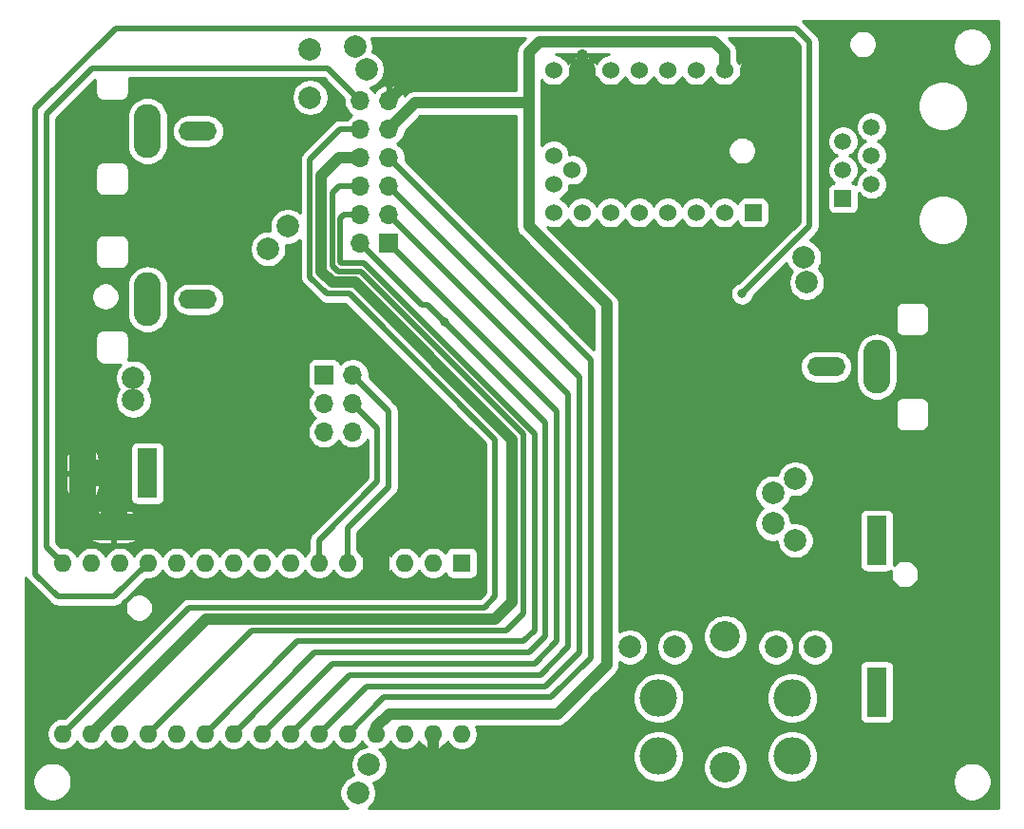
<source format=gbr>
%TF.GenerationSoftware,KiCad,Pcbnew,(5.1.8)-1*%
%TF.CreationDate,2021-03-13T21:34:25+00:00*%
%TF.ProjectId,Trio,5472696f-2e6b-4696-9361-645f70636258,rev?*%
%TF.SameCoordinates,Original*%
%TF.FileFunction,Copper,L4,Bot*%
%TF.FilePolarity,Positive*%
%FSLAX46Y46*%
G04 Gerber Fmt 4.6, Leading zero omitted, Abs format (unit mm)*
G04 Created by KiCad (PCBNEW (5.1.8)-1) date 2021-03-13 21:34:25*
%MOMM*%
%LPD*%
G01*
G04 APERTURE LIST*
%TA.AperFunction,ComponentPad*%
%ADD10O,1.600000X1.600000*%
%TD*%
%TA.AperFunction,ComponentPad*%
%ADD11R,1.600000X1.600000*%
%TD*%
%TA.AperFunction,ComponentPad*%
%ADD12O,1.700000X1.700000*%
%TD*%
%TA.AperFunction,ComponentPad*%
%ADD13R,1.700000X1.700000*%
%TD*%
%TA.AperFunction,ComponentPad*%
%ADD14C,1.524000*%
%TD*%
%TA.AperFunction,ComponentPad*%
%ADD15R,1.524000X1.524000*%
%TD*%
%TA.AperFunction,ComponentPad*%
%ADD16R,1.800000X4.400000*%
%TD*%
%TA.AperFunction,ComponentPad*%
%ADD17O,1.800000X4.000000*%
%TD*%
%TA.AperFunction,ComponentPad*%
%ADD18O,4.000000X1.800000*%
%TD*%
%TA.AperFunction,ComponentPad*%
%ADD19C,2.700000*%
%TD*%
%TA.AperFunction,ComponentPad*%
%ADD20C,3.615000*%
%TD*%
%TA.AperFunction,ComponentPad*%
%ADD21C,3.330000*%
%TD*%
%TA.AperFunction,ComponentPad*%
%ADD22R,1.520000X1.520000*%
%TD*%
%TA.AperFunction,ComponentPad*%
%ADD23C,1.520000*%
%TD*%
%TA.AperFunction,ComponentPad*%
%ADD24O,2.400000X4.800000*%
%TD*%
%TA.AperFunction,ComponentPad*%
%ADD25O,3.400000X1.700000*%
%TD*%
%TA.AperFunction,ViaPad*%
%ADD26C,0.800000*%
%TD*%
%TA.AperFunction,ViaPad*%
%ADD27C,2.000000*%
%TD*%
%TA.AperFunction,ViaPad*%
%ADD28C,1.400000*%
%TD*%
%TA.AperFunction,Conductor*%
%ADD29C,0.500000*%
%TD*%
%TA.AperFunction,Conductor*%
%ADD30C,1.000000*%
%TD*%
%TA.AperFunction,Conductor*%
%ADD31C,5.000000*%
%TD*%
%TA.AperFunction,Conductor*%
%ADD32C,2.400000*%
%TD*%
%TA.AperFunction,Conductor*%
%ADD33C,0.254000*%
%TD*%
%TA.AperFunction,Conductor*%
%ADD34C,0.100000*%
%TD*%
G04 APERTURE END LIST*
D10*
%TO.P,A1,16*%
%TO.N,D13*%
X105940000Y-136740000D03*
%TO.P,A1,15*%
%TO.N,D12*%
X105940000Y-121500000D03*
%TO.P,A1,30*%
%TO.N,Net-(A1-Pad30)*%
X141500000Y-136740000D03*
%TO.P,A1,14*%
%TO.N,Net-(A1-Pad14)*%
X108480000Y-121500000D03*
%TO.P,A1,29*%
%TO.N,GND*%
X138960000Y-136740000D03*
%TO.P,A1,13*%
%TO.N,Net-(A1-Pad13)*%
X111020000Y-121500000D03*
%TO.P,A1,28*%
%TO.N,N/C*%
X136420000Y-136740000D03*
%TO.P,A1,12*%
%TO.N,Net-(A1-Pad12)*%
X113560000Y-121500000D03*
%TO.P,A1,27*%
%TO.N,+5V*%
X133880000Y-136740000D03*
%TO.P,A1,11*%
%TO.N,STEP*%
X116100000Y-121500000D03*
%TO.P,A1,26*%
%TO.N,A7*%
X131340000Y-136740000D03*
%TO.P,A1,10*%
%TO.N,SLP*%
X118640000Y-121500000D03*
%TO.P,A1,25*%
%TO.N,A6*%
X128800000Y-136740000D03*
%TO.P,A1,9*%
%TO.N,EN*%
X121180000Y-121500000D03*
%TO.P,A1,24*%
%TO.N,SCL*%
X126260000Y-136740000D03*
%TO.P,A1,8*%
%TO.N,M0*%
X123720000Y-121500000D03*
%TO.P,A1,23*%
%TO.N,SDA*%
X123720000Y-136740000D03*
%TO.P,A1,7*%
%TO.N,M1*%
X126260000Y-121500000D03*
%TO.P,A1,22*%
%TO.N,A3*%
X121180000Y-136740000D03*
%TO.P,A1,6*%
%TO.N,M2*%
X128800000Y-121500000D03*
%TO.P,A1,21*%
%TO.N,A2*%
X118640000Y-136740000D03*
%TO.P,A1,5*%
%TO.N,RST*%
X131340000Y-121500000D03*
%TO.P,A1,20*%
%TO.N,DIR*%
X116100000Y-136740000D03*
%TO.P,A1,4*%
%TO.N,GND*%
X133880000Y-121500000D03*
%TO.P,A1,19*%
%TO.N,A0*%
X113560000Y-136740000D03*
%TO.P,A1,3*%
%TO.N,N/C*%
X136420000Y-121500000D03*
%TO.P,A1,18*%
X111020000Y-136740000D03*
%TO.P,A1,2*%
X138960000Y-121500000D03*
%TO.P,A1,17*%
%TO.N,+3V3*%
X108480000Y-136740000D03*
D11*
%TO.P,A1,1*%
%TO.N,N/C*%
X141500000Y-121500000D03*
%TD*%
D12*
%TO.P,J2,6*%
%TO.N,SLP*%
X131790000Y-109830000D03*
%TO.P,J2,5*%
%TO.N,Net-(J2-Pad1)*%
X129250000Y-109830000D03*
%TO.P,J2,4*%
%TO.N,M2*%
X131790000Y-107290000D03*
%TO.P,J2,3*%
%TO.N,Net-(J2-Pad1)*%
X129250000Y-107290000D03*
%TO.P,J2,2*%
%TO.N,RST*%
X131790000Y-104750000D03*
D13*
%TO.P,J2,1*%
%TO.N,Net-(J2-Pad1)*%
X129250000Y-104750000D03*
%TD*%
D14*
%TO.P,U1,JP3_1*%
%TO.N,N/C*%
X151368000Y-86460000D03*
%TO.P,U1,JP4_1*%
%TO.N,A2*%
X149717000Y-85190000D03*
%TO.P,U1,JP5_1*%
%TO.N,A3*%
X149717000Y-87730000D03*
D15*
%TO.P,U1,JP1_1*%
%TO.N,DIR*%
X167497000Y-90270000D03*
D14*
%TO.P,U1,JP1_2*%
%TO.N,STEP*%
X164957000Y-90270000D03*
%TO.P,U1,JP1_3*%
%TO.N,SLP*%
X162417000Y-90270000D03*
%TO.P,U1,JP1_4*%
%TO.N,RST*%
X159877000Y-90270000D03*
%TO.P,U1,JP1_5*%
%TO.N,M2*%
X157337000Y-90270000D03*
%TO.P,U1,JP1_6*%
%TO.N,M1*%
X154797000Y-90270000D03*
%TO.P,U1,JP1_7*%
%TO.N,M0*%
X152257000Y-90270000D03*
%TO.P,U1,JP1_8*%
%TO.N,EN*%
X149717000Y-90270000D03*
%TO.P,U1,JP2_1*%
%TO.N,Net-(C1-Pad1)*%
X149717000Y-77570000D03*
%TO.P,U1,JP2_2*%
%TO.N,GND*%
X152257000Y-77570000D03*
%TO.P,U1,JP2_3*%
%TO.N,MA2*%
X154797000Y-77570000D03*
%TO.P,U1,JP2_4*%
%TO.N,MA1*%
X157337000Y-77570000D03*
%TO.P,U1,JP2_5*%
%TO.N,B1*%
X159877000Y-77570000D03*
%TO.P,U1,JP2_6*%
%TO.N,B2*%
X162417000Y-77570000D03*
%TO.P,U1,JP2_7*%
%TO.N,+5V*%
X164957000Y-77570000D03*
%TO.P,U1,JP2_8*%
%TO.N,GND*%
X167497000Y-77570000D03*
%TD*%
D12*
%TO.P,PINOUT1,12*%
%TO.N,D12*%
X132460000Y-80300000D03*
%TO.P,PINOUT1,11*%
%TO.N,GND*%
X135000000Y-80300000D03*
%TO.P,PINOUT1,10*%
%TO.N,D13*%
X132460000Y-82840000D03*
%TO.P,PINOUT1,9*%
%TO.N,+5V*%
X135000000Y-82840000D03*
%TO.P,PINOUT1,8*%
%TO.N,+3V3*%
X132460000Y-85380000D03*
%TO.P,PINOUT1,7*%
%TO.N,A7*%
X135000000Y-85380000D03*
%TO.P,PINOUT1,6*%
%TO.N,A0*%
X132460000Y-87920000D03*
%TO.P,PINOUT1,5*%
%TO.N,A6*%
X135000000Y-87920000D03*
%TO.P,PINOUT1,4*%
%TO.N,A2*%
X132460000Y-90460000D03*
%TO.P,PINOUT1,3*%
%TO.N,SCL*%
X135000000Y-90460000D03*
%TO.P,PINOUT1,2*%
%TO.N,A3*%
X132460000Y-93000000D03*
D13*
%TO.P,PINOUT1,1*%
%TO.N,SDA*%
X135000000Y-93000000D03*
%TD*%
D16*
%TO.P,PO3,1*%
%TO.N,Net-(F6-Pad1)*%
X113500000Y-113500000D03*
D17*
%TO.P,PO3,2*%
%TO.N,GND*%
X107700000Y-113500000D03*
D18*
%TO.P,PO3,3*%
X110500000Y-118300000D03*
%TD*%
D16*
%TO.P,PO2,1*%
%TO.N,Net-(F4-Pad1)*%
X178500000Y-133000000D03*
D17*
%TO.P,PO2,2*%
%TO.N,GND*%
X184300000Y-133000000D03*
D18*
%TO.P,PO2,3*%
X181500000Y-128200000D03*
%TD*%
D16*
%TO.P,PO1,1*%
%TO.N,Net-(F3-Pad1)*%
X178500000Y-119500000D03*
D17*
%TO.P,PO1,2*%
%TO.N,GND*%
X184300000Y-119500000D03*
D18*
%TO.P,PO1,3*%
X181500000Y-114700000D03*
%TD*%
D19*
%TO.P,PI1,1*%
%TO.N,+12V*%
X165000000Y-128050000D03*
D20*
%TO.P,PI1,2*%
%TO.N,GND*%
X165000000Y-134700000D03*
D21*
%TO.P,PI1,MH1*%
%TO.N,N/C*%
X170950000Y-133550000D03*
%TO.P,PI1,MH2*%
X170950000Y-138750000D03*
D19*
%TO.P,PI1,MH3*%
X165000000Y-139700000D03*
D21*
%TO.P,PI1,MH4*%
X159050000Y-138750000D03*
%TO.P,PI1,MH5*%
X159050000Y-133550000D03*
%TD*%
D22*
%TO.P,J1,1*%
%TO.N,B2*%
X175500000Y-89000000D03*
D23*
%TO.P,J1,2*%
%TO.N,B1*%
X178040000Y-87730000D03*
%TO.P,J1,3*%
%TO.N,N/C*%
X175500000Y-86460000D03*
%TO.P,J1,4*%
X178040000Y-85190000D03*
%TO.P,J1,5*%
%TO.N,MA1*%
X175500000Y-83920000D03*
%TO.P,J1,6*%
%TO.N,MA2*%
X178040000Y-82650000D03*
%TD*%
D24*
%TO.P,DO3,1*%
%TO.N,Net-(DO3-Pad1)*%
X113500000Y-98000000D03*
D25*
%TO.P,DO3,2*%
%TO.N,Net-(DO3-Pad2)*%
X118000000Y-98000000D03*
%TD*%
D24*
%TO.P,DO2,1*%
%TO.N,Net-(DO2-Pad1)*%
X113500000Y-83000000D03*
D25*
%TO.P,DO2,2*%
%TO.N,Net-(DO2-Pad2)*%
X118000000Y-83000000D03*
%TD*%
D24*
%TO.P,DO1,1*%
%TO.N,Net-(DO1-Pad1)*%
X178500000Y-104000000D03*
D25*
%TO.P,DO1,2*%
%TO.N,Net-(DO1-Pad2)*%
X174000000Y-104000000D03*
%TD*%
D26*
%TO.N,Net-(A1-Pad12)*%
X166500000Y-97500000D03*
D27*
%TO.N,GND*%
X108000000Y-105500000D03*
X181500000Y-75500000D03*
X173750000Y-99000000D03*
X187250000Y-126000000D03*
X111500000Y-141000000D03*
X147000000Y-141500000D03*
X107250000Y-83000000D03*
X108000000Y-90750000D03*
D26*
X155000000Y-82000000D03*
X155000000Y-83000000D03*
X155000000Y-84000000D03*
X155000000Y-85000000D03*
X155000000Y-86000000D03*
X155000000Y-87000000D03*
X156000000Y-87000000D03*
X156000000Y-86000000D03*
X156000000Y-85000000D03*
X156000000Y-84000000D03*
X156000000Y-83000000D03*
X157000000Y-84000000D03*
X157000000Y-85000000D03*
X157000000Y-86000000D03*
X157000000Y-87000000D03*
X158000000Y-87000000D03*
X158000000Y-86000000D03*
X158000000Y-85000000D03*
X159000000Y-86000000D03*
X159000000Y-87000000D03*
X160000000Y-87000000D03*
X156000000Y-82000000D03*
X157000000Y-83000000D03*
X157000000Y-82000000D03*
X158000000Y-82000000D03*
X158000000Y-83000000D03*
X158000000Y-84000000D03*
X159000000Y-85000000D03*
X159000000Y-84000000D03*
X159000000Y-83000000D03*
X159000000Y-82000000D03*
X160000000Y-86000000D03*
X160000000Y-85000000D03*
X160000000Y-84000000D03*
X160000000Y-83000000D03*
X160000000Y-82000000D03*
X155000000Y-81000000D03*
X156000000Y-81000000D03*
X157000000Y-81000000D03*
X158000000Y-81000000D03*
X159000000Y-81000000D03*
X160000000Y-81000000D03*
X161000000Y-81000000D03*
X161000000Y-82000000D03*
X161000000Y-83000000D03*
X161000000Y-84000000D03*
X161000000Y-85000000D03*
X161000000Y-86000000D03*
X161000000Y-87000000D03*
X154000000Y-81000000D03*
X154000000Y-82000000D03*
X154000000Y-83000000D03*
X154000000Y-84000000D03*
X154000000Y-85000000D03*
X154000000Y-86000000D03*
X154000000Y-87000000D03*
D28*
X138750000Y-83750000D03*
D26*
X140250000Y-77500000D03*
D28*
X171750000Y-122250000D03*
X176500000Y-115250000D03*
D27*
%TO.N,+12V*%
X172000000Y-94250000D03*
X132000000Y-75500000D03*
X128000000Y-75750000D03*
X112250000Y-105000000D03*
X133250000Y-139500000D03*
X126000000Y-91500000D03*
X160500000Y-129000000D03*
X156500000Y-129000000D03*
X169500000Y-129000000D03*
X173000000Y-129000000D03*
X171250000Y-114000000D03*
X171250000Y-119500000D03*
X169250000Y-118000000D03*
X169250000Y-115250000D03*
X172250000Y-96500000D03*
X112250000Y-107000000D03*
X124250000Y-93500000D03*
X128000000Y-80000000D03*
X133000000Y-77500000D03*
X132250000Y-142000000D03*
D26*
%TO.N,A3*%
X140000000Y-100000000D03*
%TD*%
D29*
%TO.N,Net-(A1-Pad12)*%
X172500000Y-75000000D02*
X172500000Y-91500000D01*
X171349999Y-73849999D02*
X172500000Y-75000000D01*
X110650001Y-73849999D02*
X171349999Y-73849999D01*
X172500000Y-91500000D02*
X166500000Y-97500000D01*
X103500000Y-122500000D02*
X103500000Y-81000000D01*
X103500000Y-81000000D02*
X110650001Y-73849999D01*
X105500000Y-124500000D02*
X103500000Y-122500000D01*
X110560000Y-124500000D02*
X105500000Y-124500000D01*
X113560000Y-121500000D02*
X110560000Y-124500000D01*
D30*
%TO.N,GND*%
X152260000Y-76240000D02*
X152260000Y-77500000D01*
X152260000Y-79240000D02*
X152260000Y-77500000D01*
D31*
X164700000Y-134700000D02*
X165000000Y-134700000D01*
D30*
X138960000Y-139460000D02*
X138960000Y-136740000D01*
X169180000Y-77570000D02*
X167497000Y-77570000D01*
X167497000Y-76003000D02*
X167497000Y-77570000D01*
D31*
X184300000Y-131000000D02*
X181500000Y-128200000D01*
X184300000Y-133000000D02*
X184300000Y-131000000D01*
X184300000Y-117500000D02*
X181500000Y-114700000D01*
X184300000Y-119500000D02*
X184300000Y-117500000D01*
D32*
X107700000Y-113500000D02*
X107700000Y-117200000D01*
X108800000Y-118300000D02*
X110500000Y-118300000D01*
X107700000Y-117200000D02*
X108800000Y-118300000D01*
X107700000Y-109550000D02*
X107700000Y-113500000D01*
X115800000Y-118300000D02*
X110500000Y-118300000D01*
X110500000Y-115250000D02*
X110500000Y-118300000D01*
X109750000Y-113500000D02*
X107700000Y-113500000D01*
D30*
X137050000Y-78250000D02*
X135000000Y-80300000D01*
D32*
X152257000Y-79743000D02*
X152257000Y-77570000D01*
X168567000Y-76500000D02*
X167497000Y-77570000D01*
X167497000Y-79747000D02*
X167497000Y-77570000D01*
X133880000Y-121500000D02*
X133880000Y-119120000D01*
X133880000Y-121500000D02*
X133880000Y-122620000D01*
D29*
%TO.N,M2*%
X131790000Y-107290000D02*
X134000000Y-109500000D01*
X134000000Y-109500000D02*
X134000000Y-114250000D01*
X128800000Y-119450000D02*
X128800000Y-121500000D01*
X134000000Y-114250000D02*
X128800000Y-119450000D01*
%TO.N,A2*%
X118640000Y-136740000D02*
X126880000Y-128500000D01*
X126880000Y-128500000D02*
X147000000Y-128500000D01*
X147000000Y-128500000D02*
X148000000Y-127500000D01*
X148000000Y-110010038D02*
X132789953Y-94799990D01*
X148000000Y-127500000D02*
X148000000Y-110010038D01*
X130799990Y-94799990D02*
X130700010Y-94700010D01*
X132789953Y-94799990D02*
X130799990Y-94799990D01*
X130700010Y-94700010D02*
X130700010Y-90799990D01*
X131040000Y-90460000D02*
X132460000Y-90460000D01*
X130700010Y-90799990D02*
X131040000Y-90460000D01*
%TO.N,RST*%
X131790000Y-104750000D02*
X135000000Y-107960000D01*
X135000000Y-107960000D02*
X135000000Y-114750000D01*
X131340000Y-118410000D02*
X131340000Y-121500000D01*
X135000000Y-114750000D02*
X131340000Y-118410000D01*
D30*
%TO.N,+5V*%
X154450010Y-130549990D02*
X154450010Y-98450010D01*
X150049990Y-134950010D02*
X154450010Y-130549990D01*
X135049990Y-134950010D02*
X150049990Y-134950010D01*
X133880000Y-136120000D02*
X135049990Y-134950010D01*
X133880000Y-136740000D02*
X133880000Y-136120000D01*
X164957000Y-75957000D02*
X164957000Y-77570000D01*
X164039990Y-75039990D02*
X164957000Y-75957000D01*
X154450010Y-98450010D02*
X147500000Y-91500000D01*
X147500000Y-76000000D02*
X148460010Y-75039990D01*
X148460010Y-75039990D02*
X164039990Y-75039990D01*
X137340000Y-80500000D02*
X135000000Y-82840000D01*
X147500000Y-80500000D02*
X137340000Y-80500000D01*
X147500000Y-91500000D02*
X147500000Y-80500000D01*
X147500000Y-80500000D02*
X147500000Y-76000000D01*
D29*
%TO.N,SCL*%
X126260000Y-136740000D02*
X131500000Y-131500000D01*
X148500000Y-131500000D02*
X151000000Y-129000000D01*
X131500000Y-131500000D02*
X148500000Y-131500000D01*
X151000000Y-106460000D02*
X135000000Y-90460000D01*
X151000000Y-129000000D02*
X151000000Y-106460000D01*
%TO.N,SDA*%
X123720000Y-136740000D02*
X129960000Y-130500000D01*
X129960000Y-130500000D02*
X148000000Y-130500000D01*
X148000000Y-130500000D02*
X150000000Y-128500000D01*
X150000000Y-108000000D02*
X135000000Y-93000000D01*
X150000000Y-128500000D02*
X150000000Y-108000000D01*
%TO.N,D13*%
X105940000Y-136740000D02*
X117180000Y-125500000D01*
X117180000Y-125500000D02*
X143500000Y-125500000D01*
X143500000Y-125500000D02*
X144500000Y-124500000D01*
X144500000Y-124500000D02*
X144500000Y-110500000D01*
X144500000Y-110500000D02*
X131500000Y-97500000D01*
X131500000Y-97500000D02*
X129500000Y-97500000D01*
X129500000Y-97500000D02*
X128000000Y-96000000D01*
X128000000Y-96000000D02*
X128000000Y-85500000D01*
X130660000Y-82840000D02*
X132460000Y-82840000D01*
X128000000Y-85500000D02*
X130660000Y-82840000D01*
%TO.N,D12*%
X104500000Y-81500000D02*
X108600060Y-77399940D01*
X104500000Y-120060000D02*
X104500000Y-81500000D01*
X105940000Y-121500000D02*
X104500000Y-120060000D01*
X129559940Y-77399940D02*
X132460000Y-80300000D01*
X108600060Y-77399940D02*
X129559940Y-77399940D01*
%TO.N,A6*%
X152000000Y-104920000D02*
X135000000Y-87920000D01*
X152000000Y-129500000D02*
X152000000Y-104920000D01*
X149000000Y-132500000D02*
X152000000Y-129500000D01*
X133040000Y-132500000D02*
X149000000Y-132500000D01*
X128800000Y-136740000D02*
X133040000Y-132500000D01*
%TO.N,A3*%
X149000000Y-109000000D02*
X140000000Y-100000000D01*
X149000000Y-128000000D02*
X149000000Y-109000000D01*
X128420000Y-129500000D02*
X147500000Y-129500000D01*
X147500000Y-129500000D02*
X149000000Y-128000000D01*
X121180000Y-136740000D02*
X128420000Y-129500000D01*
X140000000Y-100000000D02*
X138500000Y-98500000D01*
X132489998Y-93000000D02*
X132460000Y-93000000D01*
X137989998Y-98500000D02*
X132489998Y-93000000D01*
X138500000Y-98500000D02*
X137989998Y-98500000D01*
%TO.N,A0*%
X113560000Y-136740000D02*
X122800000Y-127500000D01*
X122800000Y-127500000D02*
X145500000Y-127500000D01*
X145500000Y-127500000D02*
X147000000Y-126000000D01*
X147000000Y-126000000D02*
X147000000Y-110000000D01*
X147000000Y-110000000D02*
X132500000Y-95500000D01*
X132500000Y-95500000D02*
X130500000Y-95500000D01*
X130500000Y-95500000D02*
X130000000Y-95000000D01*
X130000000Y-95000000D02*
X130000000Y-88500000D01*
X130580000Y-87920000D02*
X132460000Y-87920000D01*
X130000000Y-88500000D02*
X130580000Y-87920000D01*
D30*
%TO.N,+3V3*%
X130620000Y-85380000D02*
X132460000Y-85380000D01*
X129000000Y-87000000D02*
X130620000Y-85380000D01*
X132000000Y-96500000D02*
X130000000Y-96500000D01*
X146000000Y-110500000D02*
X132000000Y-96500000D01*
X130000000Y-96500000D02*
X129000000Y-95500000D01*
X146000000Y-125000000D02*
X146000000Y-110500000D01*
X144500000Y-126500000D02*
X146000000Y-125000000D01*
X118720000Y-126500000D02*
X144500000Y-126500000D01*
X129000000Y-95500000D02*
X129000000Y-87000000D01*
X108480000Y-136740000D02*
X118720000Y-126500000D01*
D29*
%TO.N,A7*%
X131340000Y-136740000D02*
X134580000Y-133500000D01*
X134580000Y-133500000D02*
X149500000Y-133500000D01*
X149500000Y-133500000D02*
X153000000Y-130000000D01*
X153000000Y-103380000D02*
X135000000Y-85380000D01*
X153000000Y-130000000D02*
X153000000Y-103380000D01*
%TD*%
D33*
%TO.N,GND*%
X189340000Y-143340000D02*
X133187470Y-143340000D01*
X133292252Y-143269987D01*
X133519987Y-143042252D01*
X133698918Y-142774463D01*
X133822168Y-142476912D01*
X133885000Y-142161033D01*
X133885000Y-141838967D01*
X133822168Y-141523088D01*
X133698918Y-141225537D01*
X133611747Y-141095076D01*
X133726912Y-141072168D01*
X134024463Y-140948918D01*
X134292252Y-140769987D01*
X134519987Y-140542252D01*
X134698918Y-140274463D01*
X134822168Y-139976912D01*
X134885000Y-139661033D01*
X134885000Y-139338967D01*
X134822168Y-139023088D01*
X134698918Y-138725537D01*
X134563902Y-138523470D01*
X156750000Y-138523470D01*
X156750000Y-138976530D01*
X156838387Y-139420885D01*
X157011766Y-139839459D01*
X157263473Y-140216165D01*
X157583835Y-140536527D01*
X157960541Y-140788234D01*
X158379115Y-140961613D01*
X158823470Y-141050000D01*
X159276530Y-141050000D01*
X159720885Y-140961613D01*
X160139459Y-140788234D01*
X160516165Y-140536527D01*
X160836527Y-140216165D01*
X161088234Y-139839459D01*
X161226980Y-139504495D01*
X163015000Y-139504495D01*
X163015000Y-139895505D01*
X163091282Y-140279003D01*
X163240915Y-140640250D01*
X163458149Y-140965364D01*
X163734636Y-141241851D01*
X164059750Y-141459085D01*
X164420997Y-141608718D01*
X164804495Y-141685000D01*
X165195505Y-141685000D01*
X165579003Y-141608718D01*
X165940250Y-141459085D01*
X166265364Y-141241851D01*
X166541851Y-140965364D01*
X166759085Y-140640250D01*
X166908718Y-140279003D01*
X166985000Y-139895505D01*
X166985000Y-139504495D01*
X166908718Y-139120997D01*
X166759085Y-138759750D01*
X166601208Y-138523470D01*
X168650000Y-138523470D01*
X168650000Y-138976530D01*
X168738387Y-139420885D01*
X168911766Y-139839459D01*
X169163473Y-140216165D01*
X169483835Y-140536527D01*
X169860541Y-140788234D01*
X170279115Y-140961613D01*
X170723470Y-141050000D01*
X171176530Y-141050000D01*
X171620885Y-140961613D01*
X171940758Y-140829117D01*
X185265000Y-140829117D01*
X185265000Y-141170883D01*
X185331675Y-141506081D01*
X185462463Y-141821831D01*
X185652337Y-142105998D01*
X185894002Y-142347663D01*
X186178169Y-142537537D01*
X186493919Y-142668325D01*
X186829117Y-142735000D01*
X187170883Y-142735000D01*
X187506081Y-142668325D01*
X187821831Y-142537537D01*
X188105998Y-142347663D01*
X188347663Y-142105998D01*
X188537537Y-141821831D01*
X188668325Y-141506081D01*
X188735000Y-141170883D01*
X188735000Y-140829117D01*
X188668325Y-140493919D01*
X188537537Y-140178169D01*
X188347663Y-139894002D01*
X188105998Y-139652337D01*
X187821831Y-139462463D01*
X187506081Y-139331675D01*
X187170883Y-139265000D01*
X186829117Y-139265000D01*
X186493919Y-139331675D01*
X186178169Y-139462463D01*
X185894002Y-139652337D01*
X185652337Y-139894002D01*
X185462463Y-140178169D01*
X185331675Y-140493919D01*
X185265000Y-140829117D01*
X171940758Y-140829117D01*
X172039459Y-140788234D01*
X172416165Y-140536527D01*
X172736527Y-140216165D01*
X172988234Y-139839459D01*
X173161613Y-139420885D01*
X173250000Y-138976530D01*
X173250000Y-138523470D01*
X173161613Y-138079115D01*
X172988234Y-137660541D01*
X172736527Y-137283835D01*
X172416165Y-136963473D01*
X172039459Y-136711766D01*
X171620885Y-136538387D01*
X171176530Y-136450000D01*
X170723470Y-136450000D01*
X170279115Y-136538387D01*
X169860541Y-136711766D01*
X169483835Y-136963473D01*
X169163473Y-137283835D01*
X168911766Y-137660541D01*
X168738387Y-138079115D01*
X168650000Y-138523470D01*
X166601208Y-138523470D01*
X166541851Y-138434636D01*
X166265364Y-138158149D01*
X165940250Y-137940915D01*
X165579003Y-137791282D01*
X165195505Y-137715000D01*
X164804495Y-137715000D01*
X164420997Y-137791282D01*
X164059750Y-137940915D01*
X163734636Y-138158149D01*
X163458149Y-138434636D01*
X163240915Y-138759750D01*
X163091282Y-139120997D01*
X163015000Y-139504495D01*
X161226980Y-139504495D01*
X161261613Y-139420885D01*
X161350000Y-138976530D01*
X161350000Y-138523470D01*
X161261613Y-138079115D01*
X161088234Y-137660541D01*
X160836527Y-137283835D01*
X160516165Y-136963473D01*
X160139459Y-136711766D01*
X159720885Y-136538387D01*
X159276530Y-136450000D01*
X158823470Y-136450000D01*
X158379115Y-136538387D01*
X157960541Y-136711766D01*
X157583835Y-136963473D01*
X157263473Y-137283835D01*
X157011766Y-137660541D01*
X156838387Y-138079115D01*
X156750000Y-138523470D01*
X134563902Y-138523470D01*
X134519987Y-138457748D01*
X134292252Y-138230013D01*
X134166657Y-138146093D01*
X134298574Y-138119853D01*
X134559727Y-138011680D01*
X134794759Y-137854637D01*
X134994637Y-137654759D01*
X135150000Y-137422241D01*
X135305363Y-137654759D01*
X135505241Y-137854637D01*
X135740273Y-138011680D01*
X136001426Y-138119853D01*
X136278665Y-138175000D01*
X136561335Y-138175000D01*
X136838574Y-138119853D01*
X137099727Y-138011680D01*
X137334759Y-137854637D01*
X137534637Y-137654759D01*
X137691680Y-137419727D01*
X137696067Y-137409135D01*
X137807615Y-137595131D01*
X137996586Y-137803519D01*
X138222580Y-137971037D01*
X138476913Y-138091246D01*
X138610961Y-138131904D01*
X138833000Y-138009915D01*
X138833000Y-136867000D01*
X138813000Y-136867000D01*
X138813000Y-136613000D01*
X138833000Y-136613000D01*
X138833000Y-136593000D01*
X139087000Y-136593000D01*
X139087000Y-136613000D01*
X139107000Y-136613000D01*
X139107000Y-136867000D01*
X139087000Y-136867000D01*
X139087000Y-138009915D01*
X139309039Y-138131904D01*
X139443087Y-138091246D01*
X139697420Y-137971037D01*
X139923414Y-137803519D01*
X140112385Y-137595131D01*
X140223933Y-137409135D01*
X140228320Y-137419727D01*
X140385363Y-137654759D01*
X140585241Y-137854637D01*
X140820273Y-138011680D01*
X141081426Y-138119853D01*
X141358665Y-138175000D01*
X141641335Y-138175000D01*
X141918574Y-138119853D01*
X142179727Y-138011680D01*
X142414759Y-137854637D01*
X142614637Y-137654759D01*
X142771680Y-137419727D01*
X142879853Y-137158574D01*
X142935000Y-136881335D01*
X142935000Y-136598665D01*
X142897577Y-136410528D01*
X163469077Y-136410528D01*
X163662066Y-136757574D01*
X164089186Y-136979057D01*
X164551310Y-137112957D01*
X165030676Y-137154127D01*
X165508863Y-137100987D01*
X165967495Y-136955579D01*
X166337934Y-136757574D01*
X166530923Y-136410528D01*
X165000000Y-134879605D01*
X163469077Y-136410528D01*
X142897577Y-136410528D01*
X142879853Y-136321426D01*
X142781926Y-136085010D01*
X149994239Y-136085010D01*
X150049990Y-136090501D01*
X150105741Y-136085010D01*
X150105742Y-136085010D01*
X150272489Y-136068587D01*
X150486437Y-136003686D01*
X150683613Y-135898294D01*
X150856439Y-135756459D01*
X150891986Y-135713145D01*
X153281661Y-133323470D01*
X156750000Y-133323470D01*
X156750000Y-133776530D01*
X156838387Y-134220885D01*
X157011766Y-134639459D01*
X157263473Y-135016165D01*
X157583835Y-135336527D01*
X157960541Y-135588234D01*
X158379115Y-135761613D01*
X158823470Y-135850000D01*
X159276530Y-135850000D01*
X159720885Y-135761613D01*
X160139459Y-135588234D01*
X160516165Y-135336527D01*
X160836527Y-135016165D01*
X161027284Y-134730676D01*
X162545873Y-134730676D01*
X162599013Y-135208863D01*
X162744421Y-135667495D01*
X162942426Y-136037934D01*
X163289472Y-136230923D01*
X164820395Y-134700000D01*
X165179605Y-134700000D01*
X166710528Y-136230923D01*
X167057574Y-136037934D01*
X167279057Y-135610814D01*
X167412957Y-135148690D01*
X167454127Y-134669324D01*
X167400987Y-134191137D01*
X167255579Y-133732505D01*
X167057574Y-133362066D01*
X166988169Y-133323470D01*
X168650000Y-133323470D01*
X168650000Y-133776530D01*
X168738387Y-134220885D01*
X168911766Y-134639459D01*
X169163473Y-135016165D01*
X169483835Y-135336527D01*
X169860541Y-135588234D01*
X170279115Y-135761613D01*
X170723470Y-135850000D01*
X171176530Y-135850000D01*
X171620885Y-135761613D01*
X172039459Y-135588234D01*
X172416165Y-135336527D01*
X172736527Y-135016165D01*
X172988234Y-134639459D01*
X173161613Y-134220885D01*
X173250000Y-133776530D01*
X173250000Y-133323470D01*
X173161613Y-132879115D01*
X172988234Y-132460541D01*
X172736527Y-132083835D01*
X172416165Y-131763473D01*
X172039459Y-131511766D01*
X171620885Y-131338387D01*
X171176530Y-131250000D01*
X170723470Y-131250000D01*
X170279115Y-131338387D01*
X169860541Y-131511766D01*
X169483835Y-131763473D01*
X169163473Y-132083835D01*
X168911766Y-132460541D01*
X168738387Y-132879115D01*
X168650000Y-133323470D01*
X166988169Y-133323470D01*
X166710528Y-133169077D01*
X165179605Y-134700000D01*
X164820395Y-134700000D01*
X163289472Y-133169077D01*
X162942426Y-133362066D01*
X162720943Y-133789186D01*
X162587043Y-134251310D01*
X162545873Y-134730676D01*
X161027284Y-134730676D01*
X161088234Y-134639459D01*
X161261613Y-134220885D01*
X161350000Y-133776530D01*
X161350000Y-133323470D01*
X161283565Y-132989472D01*
X163469077Y-132989472D01*
X165000000Y-134520395D01*
X166530923Y-132989472D01*
X166337934Y-132642426D01*
X165910814Y-132420943D01*
X165448690Y-132287043D01*
X164969324Y-132245873D01*
X164491137Y-132299013D01*
X164032505Y-132444421D01*
X163662066Y-132642426D01*
X163469077Y-132989472D01*
X161283565Y-132989472D01*
X161261613Y-132879115D01*
X161088234Y-132460541D01*
X160836527Y-132083835D01*
X160516165Y-131763473D01*
X160139459Y-131511766D01*
X159720885Y-131338387D01*
X159276530Y-131250000D01*
X158823470Y-131250000D01*
X158379115Y-131338387D01*
X157960541Y-131511766D01*
X157583835Y-131763473D01*
X157263473Y-132083835D01*
X157011766Y-132460541D01*
X156838387Y-132879115D01*
X156750000Y-133323470D01*
X153281661Y-133323470D01*
X155213151Y-131391981D01*
X155256459Y-131356439D01*
X155398294Y-131183613D01*
X155503686Y-130986437D01*
X155560241Y-130800000D01*
X176961928Y-130800000D01*
X176961928Y-135200000D01*
X176974188Y-135324482D01*
X177010498Y-135444180D01*
X177069463Y-135554494D01*
X177148815Y-135651185D01*
X177245506Y-135730537D01*
X177355820Y-135789502D01*
X177475518Y-135825812D01*
X177600000Y-135838072D01*
X179400000Y-135838072D01*
X179524482Y-135825812D01*
X179644180Y-135789502D01*
X179754494Y-135730537D01*
X179851185Y-135651185D01*
X179930537Y-135554494D01*
X179989502Y-135444180D01*
X180025812Y-135324482D01*
X180038072Y-135200000D01*
X180038072Y-133127000D01*
X182765000Y-133127000D01*
X182765000Y-134227000D01*
X182819271Y-134524023D01*
X182930446Y-134804751D01*
X183094252Y-135058396D01*
X183304394Y-135275210D01*
X183552796Y-135446862D01*
X183829913Y-135566755D01*
X183935260Y-135591036D01*
X184173000Y-135470378D01*
X184173000Y-133127000D01*
X184427000Y-133127000D01*
X184427000Y-135470378D01*
X184664740Y-135591036D01*
X184770087Y-135566755D01*
X185047204Y-135446862D01*
X185295606Y-135275210D01*
X185505748Y-135058396D01*
X185669554Y-134804751D01*
X185780729Y-134524023D01*
X185835000Y-134227000D01*
X185835000Y-133127000D01*
X184427000Y-133127000D01*
X184173000Y-133127000D01*
X182765000Y-133127000D01*
X180038072Y-133127000D01*
X180038072Y-131773000D01*
X182765000Y-131773000D01*
X182765000Y-132873000D01*
X184173000Y-132873000D01*
X184173000Y-130529622D01*
X184427000Y-130529622D01*
X184427000Y-132873000D01*
X185835000Y-132873000D01*
X185835000Y-131773000D01*
X185780729Y-131475977D01*
X185669554Y-131195249D01*
X185505748Y-130941604D01*
X185295606Y-130724790D01*
X185047204Y-130553138D01*
X184770087Y-130433245D01*
X184664740Y-130408964D01*
X184427000Y-130529622D01*
X184173000Y-130529622D01*
X183935260Y-130408964D01*
X183829913Y-130433245D01*
X183552796Y-130553138D01*
X183304394Y-130724790D01*
X183094252Y-130941604D01*
X182930446Y-131195249D01*
X182819271Y-131475977D01*
X182765000Y-131773000D01*
X180038072Y-131773000D01*
X180038072Y-130800000D01*
X180025812Y-130675518D01*
X179989502Y-130555820D01*
X179930537Y-130445506D01*
X179851185Y-130348815D01*
X179754494Y-130269463D01*
X179644180Y-130210498D01*
X179524482Y-130174188D01*
X179400000Y-130161928D01*
X177600000Y-130161928D01*
X177475518Y-130174188D01*
X177355820Y-130210498D01*
X177245506Y-130269463D01*
X177148815Y-130348815D01*
X177069463Y-130445506D01*
X177010498Y-130555820D01*
X176974188Y-130675518D01*
X176961928Y-130800000D01*
X155560241Y-130800000D01*
X155568587Y-130772489D01*
X155585010Y-130605742D01*
X155585010Y-130605741D01*
X155590501Y-130549990D01*
X155585010Y-130494239D01*
X155585010Y-130355021D01*
X155725537Y-130448918D01*
X156023088Y-130572168D01*
X156338967Y-130635000D01*
X156661033Y-130635000D01*
X156976912Y-130572168D01*
X157274463Y-130448918D01*
X157542252Y-130269987D01*
X157769987Y-130042252D01*
X157948918Y-129774463D01*
X158072168Y-129476912D01*
X158135000Y-129161033D01*
X158135000Y-128838967D01*
X158865000Y-128838967D01*
X158865000Y-129161033D01*
X158927832Y-129476912D01*
X159051082Y-129774463D01*
X159230013Y-130042252D01*
X159457748Y-130269987D01*
X159725537Y-130448918D01*
X160023088Y-130572168D01*
X160338967Y-130635000D01*
X160661033Y-130635000D01*
X160976912Y-130572168D01*
X161274463Y-130448918D01*
X161542252Y-130269987D01*
X161769987Y-130042252D01*
X161948918Y-129774463D01*
X162072168Y-129476912D01*
X162135000Y-129161033D01*
X162135000Y-128838967D01*
X162072168Y-128523088D01*
X161948918Y-128225537D01*
X161769987Y-127957748D01*
X161666734Y-127854495D01*
X163015000Y-127854495D01*
X163015000Y-128245505D01*
X163091282Y-128629003D01*
X163240915Y-128990250D01*
X163458149Y-129315364D01*
X163734636Y-129591851D01*
X164059750Y-129809085D01*
X164420997Y-129958718D01*
X164804495Y-130035000D01*
X165195505Y-130035000D01*
X165579003Y-129958718D01*
X165940250Y-129809085D01*
X166265364Y-129591851D01*
X166541851Y-129315364D01*
X166759085Y-128990250D01*
X166821748Y-128838967D01*
X167865000Y-128838967D01*
X167865000Y-129161033D01*
X167927832Y-129476912D01*
X168051082Y-129774463D01*
X168230013Y-130042252D01*
X168457748Y-130269987D01*
X168725537Y-130448918D01*
X169023088Y-130572168D01*
X169338967Y-130635000D01*
X169661033Y-130635000D01*
X169976912Y-130572168D01*
X170274463Y-130448918D01*
X170542252Y-130269987D01*
X170769987Y-130042252D01*
X170948918Y-129774463D01*
X171072168Y-129476912D01*
X171135000Y-129161033D01*
X171135000Y-128838967D01*
X171365000Y-128838967D01*
X171365000Y-129161033D01*
X171427832Y-129476912D01*
X171551082Y-129774463D01*
X171730013Y-130042252D01*
X171957748Y-130269987D01*
X172225537Y-130448918D01*
X172523088Y-130572168D01*
X172838967Y-130635000D01*
X173161033Y-130635000D01*
X173476912Y-130572168D01*
X173774463Y-130448918D01*
X174042252Y-130269987D01*
X174269987Y-130042252D01*
X174448918Y-129774463D01*
X174572168Y-129476912D01*
X174635000Y-129161033D01*
X174635000Y-128838967D01*
X174580454Y-128564740D01*
X178908964Y-128564740D01*
X178933245Y-128670087D01*
X179053138Y-128947204D01*
X179224790Y-129195606D01*
X179441604Y-129405748D01*
X179695249Y-129569554D01*
X179975977Y-129680729D01*
X180273000Y-129735000D01*
X181373000Y-129735000D01*
X181373000Y-128327000D01*
X181627000Y-128327000D01*
X181627000Y-129735000D01*
X182727000Y-129735000D01*
X183024023Y-129680729D01*
X183304751Y-129569554D01*
X183558396Y-129405748D01*
X183775210Y-129195606D01*
X183946862Y-128947204D01*
X184066755Y-128670087D01*
X184091036Y-128564740D01*
X183970378Y-128327000D01*
X181627000Y-128327000D01*
X181373000Y-128327000D01*
X179029622Y-128327000D01*
X178908964Y-128564740D01*
X174580454Y-128564740D01*
X174572168Y-128523088D01*
X174448918Y-128225537D01*
X174269987Y-127957748D01*
X174147499Y-127835260D01*
X178908964Y-127835260D01*
X179029622Y-128073000D01*
X181373000Y-128073000D01*
X181373000Y-126665000D01*
X181627000Y-126665000D01*
X181627000Y-128073000D01*
X183970378Y-128073000D01*
X184091036Y-127835260D01*
X184066755Y-127729913D01*
X183946862Y-127452796D01*
X183775210Y-127204394D01*
X183558396Y-126994252D01*
X183304751Y-126830446D01*
X183024023Y-126719271D01*
X182727000Y-126665000D01*
X181627000Y-126665000D01*
X181373000Y-126665000D01*
X180273000Y-126665000D01*
X179975977Y-126719271D01*
X179695249Y-126830446D01*
X179441604Y-126994252D01*
X179224790Y-127204394D01*
X179053138Y-127452796D01*
X178933245Y-127729913D01*
X178908964Y-127835260D01*
X174147499Y-127835260D01*
X174042252Y-127730013D01*
X173774463Y-127551082D01*
X173476912Y-127427832D01*
X173161033Y-127365000D01*
X172838967Y-127365000D01*
X172523088Y-127427832D01*
X172225537Y-127551082D01*
X171957748Y-127730013D01*
X171730013Y-127957748D01*
X171551082Y-128225537D01*
X171427832Y-128523088D01*
X171365000Y-128838967D01*
X171135000Y-128838967D01*
X171072168Y-128523088D01*
X170948918Y-128225537D01*
X170769987Y-127957748D01*
X170542252Y-127730013D01*
X170274463Y-127551082D01*
X169976912Y-127427832D01*
X169661033Y-127365000D01*
X169338967Y-127365000D01*
X169023088Y-127427832D01*
X168725537Y-127551082D01*
X168457748Y-127730013D01*
X168230013Y-127957748D01*
X168051082Y-128225537D01*
X167927832Y-128523088D01*
X167865000Y-128838967D01*
X166821748Y-128838967D01*
X166908718Y-128629003D01*
X166985000Y-128245505D01*
X166985000Y-127854495D01*
X166908718Y-127470997D01*
X166759085Y-127109750D01*
X166541851Y-126784636D01*
X166265364Y-126508149D01*
X165940250Y-126290915D01*
X165579003Y-126141282D01*
X165195505Y-126065000D01*
X164804495Y-126065000D01*
X164420997Y-126141282D01*
X164059750Y-126290915D01*
X163734636Y-126508149D01*
X163458149Y-126784636D01*
X163240915Y-127109750D01*
X163091282Y-127470997D01*
X163015000Y-127854495D01*
X161666734Y-127854495D01*
X161542252Y-127730013D01*
X161274463Y-127551082D01*
X160976912Y-127427832D01*
X160661033Y-127365000D01*
X160338967Y-127365000D01*
X160023088Y-127427832D01*
X159725537Y-127551082D01*
X159457748Y-127730013D01*
X159230013Y-127957748D01*
X159051082Y-128225537D01*
X158927832Y-128523088D01*
X158865000Y-128838967D01*
X158135000Y-128838967D01*
X158072168Y-128523088D01*
X157948918Y-128225537D01*
X157769987Y-127957748D01*
X157542252Y-127730013D01*
X157274463Y-127551082D01*
X156976912Y-127427832D01*
X156661033Y-127365000D01*
X156338967Y-127365000D01*
X156023088Y-127427832D01*
X155725537Y-127551082D01*
X155585010Y-127644979D01*
X155585010Y-115088967D01*
X167615000Y-115088967D01*
X167615000Y-115411033D01*
X167677832Y-115726912D01*
X167801082Y-116024463D01*
X167980013Y-116292252D01*
X168207748Y-116519987D01*
X168364911Y-116625000D01*
X168207748Y-116730013D01*
X167980013Y-116957748D01*
X167801082Y-117225537D01*
X167677832Y-117523088D01*
X167615000Y-117838967D01*
X167615000Y-118161033D01*
X167677832Y-118476912D01*
X167801082Y-118774463D01*
X167980013Y-119042252D01*
X168207748Y-119269987D01*
X168475537Y-119448918D01*
X168773088Y-119572168D01*
X169088967Y-119635000D01*
X169411033Y-119635000D01*
X169615000Y-119594429D01*
X169615000Y-119661033D01*
X169677832Y-119976912D01*
X169801082Y-120274463D01*
X169980013Y-120542252D01*
X170207748Y-120769987D01*
X170475537Y-120948918D01*
X170773088Y-121072168D01*
X171088967Y-121135000D01*
X171411033Y-121135000D01*
X171726912Y-121072168D01*
X172024463Y-120948918D01*
X172292252Y-120769987D01*
X172519987Y-120542252D01*
X172698918Y-120274463D01*
X172822168Y-119976912D01*
X172885000Y-119661033D01*
X172885000Y-119338967D01*
X172822168Y-119023088D01*
X172698918Y-118725537D01*
X172519987Y-118457748D01*
X172292252Y-118230013D01*
X172024463Y-118051082D01*
X171726912Y-117927832D01*
X171411033Y-117865000D01*
X171088967Y-117865000D01*
X170885000Y-117905571D01*
X170885000Y-117838967D01*
X170822168Y-117523088D01*
X170729762Y-117300000D01*
X176961928Y-117300000D01*
X176961928Y-121700000D01*
X176974188Y-121824482D01*
X177010498Y-121944180D01*
X177069463Y-122054494D01*
X177148815Y-122151185D01*
X177245506Y-122230537D01*
X177355820Y-122289502D01*
X177475518Y-122325812D01*
X177600000Y-122338072D01*
X179400000Y-122338072D01*
X179524482Y-122325812D01*
X179644180Y-122289502D01*
X179754494Y-122230537D01*
X179783971Y-122206346D01*
X179750048Y-122376890D01*
X179750048Y-122623110D01*
X179798083Y-122864598D01*
X179892307Y-123092074D01*
X180029099Y-123296798D01*
X180203202Y-123470901D01*
X180407926Y-123607693D01*
X180635402Y-123701917D01*
X180876890Y-123749952D01*
X181123110Y-123749952D01*
X181364598Y-123701917D01*
X181592074Y-123607693D01*
X181796798Y-123470901D01*
X181970901Y-123296798D01*
X182107693Y-123092074D01*
X182201917Y-122864598D01*
X182249952Y-122623110D01*
X182249952Y-122376890D01*
X182201917Y-122135402D01*
X182107693Y-121907926D01*
X181970901Y-121703202D01*
X181796798Y-121529099D01*
X181592074Y-121392307D01*
X181364598Y-121298083D01*
X181123110Y-121250048D01*
X180876890Y-121250048D01*
X180635402Y-121298083D01*
X180407926Y-121392307D01*
X180203202Y-121529099D01*
X180038072Y-121694229D01*
X180038072Y-119627000D01*
X182765000Y-119627000D01*
X182765000Y-120727000D01*
X182819271Y-121024023D01*
X182930446Y-121304751D01*
X183094252Y-121558396D01*
X183304394Y-121775210D01*
X183552796Y-121946862D01*
X183829913Y-122066755D01*
X183935260Y-122091036D01*
X184173000Y-121970378D01*
X184173000Y-119627000D01*
X184427000Y-119627000D01*
X184427000Y-121970378D01*
X184664740Y-122091036D01*
X184770087Y-122066755D01*
X185047204Y-121946862D01*
X185295606Y-121775210D01*
X185505748Y-121558396D01*
X185669554Y-121304751D01*
X185780729Y-121024023D01*
X185835000Y-120727000D01*
X185835000Y-119627000D01*
X184427000Y-119627000D01*
X184173000Y-119627000D01*
X182765000Y-119627000D01*
X180038072Y-119627000D01*
X180038072Y-118273000D01*
X182765000Y-118273000D01*
X182765000Y-119373000D01*
X184173000Y-119373000D01*
X184173000Y-117029622D01*
X184427000Y-117029622D01*
X184427000Y-119373000D01*
X185835000Y-119373000D01*
X185835000Y-118273000D01*
X185780729Y-117975977D01*
X185669554Y-117695249D01*
X185505748Y-117441604D01*
X185295606Y-117224790D01*
X185047204Y-117053138D01*
X184770087Y-116933245D01*
X184664740Y-116908964D01*
X184427000Y-117029622D01*
X184173000Y-117029622D01*
X183935260Y-116908964D01*
X183829913Y-116933245D01*
X183552796Y-117053138D01*
X183304394Y-117224790D01*
X183094252Y-117441604D01*
X182930446Y-117695249D01*
X182819271Y-117975977D01*
X182765000Y-118273000D01*
X180038072Y-118273000D01*
X180038072Y-117300000D01*
X180025812Y-117175518D01*
X179989502Y-117055820D01*
X179930537Y-116945506D01*
X179851185Y-116848815D01*
X179754494Y-116769463D01*
X179644180Y-116710498D01*
X179524482Y-116674188D01*
X179400000Y-116661928D01*
X177600000Y-116661928D01*
X177475518Y-116674188D01*
X177355820Y-116710498D01*
X177245506Y-116769463D01*
X177148815Y-116848815D01*
X177069463Y-116945506D01*
X177010498Y-117055820D01*
X176974188Y-117175518D01*
X176961928Y-117300000D01*
X170729762Y-117300000D01*
X170698918Y-117225537D01*
X170519987Y-116957748D01*
X170292252Y-116730013D01*
X170135089Y-116625000D01*
X170292252Y-116519987D01*
X170519987Y-116292252D01*
X170698918Y-116024463D01*
X170822168Y-115726912D01*
X170849909Y-115587449D01*
X171088967Y-115635000D01*
X171411033Y-115635000D01*
X171726912Y-115572168D01*
X172024463Y-115448918D01*
X172292252Y-115269987D01*
X172497499Y-115064740D01*
X178908964Y-115064740D01*
X178933245Y-115170087D01*
X179053138Y-115447204D01*
X179224790Y-115695606D01*
X179441604Y-115905748D01*
X179695249Y-116069554D01*
X179975977Y-116180729D01*
X180273000Y-116235000D01*
X181373000Y-116235000D01*
X181373000Y-114827000D01*
X181627000Y-114827000D01*
X181627000Y-116235000D01*
X182727000Y-116235000D01*
X183024023Y-116180729D01*
X183304751Y-116069554D01*
X183558396Y-115905748D01*
X183775210Y-115695606D01*
X183946862Y-115447204D01*
X184066755Y-115170087D01*
X184091036Y-115064740D01*
X183970378Y-114827000D01*
X181627000Y-114827000D01*
X181373000Y-114827000D01*
X179029622Y-114827000D01*
X178908964Y-115064740D01*
X172497499Y-115064740D01*
X172519987Y-115042252D01*
X172698918Y-114774463D01*
X172822168Y-114476912D01*
X172850344Y-114335260D01*
X178908964Y-114335260D01*
X179029622Y-114573000D01*
X181373000Y-114573000D01*
X181373000Y-113165000D01*
X181627000Y-113165000D01*
X181627000Y-114573000D01*
X183970378Y-114573000D01*
X184091036Y-114335260D01*
X184066755Y-114229913D01*
X183946862Y-113952796D01*
X183775210Y-113704394D01*
X183558396Y-113494252D01*
X183304751Y-113330446D01*
X183024023Y-113219271D01*
X182727000Y-113165000D01*
X181627000Y-113165000D01*
X181373000Y-113165000D01*
X180273000Y-113165000D01*
X179975977Y-113219271D01*
X179695249Y-113330446D01*
X179441604Y-113494252D01*
X179224790Y-113704394D01*
X179053138Y-113952796D01*
X178933245Y-114229913D01*
X178908964Y-114335260D01*
X172850344Y-114335260D01*
X172885000Y-114161033D01*
X172885000Y-113838967D01*
X172822168Y-113523088D01*
X172698918Y-113225537D01*
X172519987Y-112957748D01*
X172292252Y-112730013D01*
X172024463Y-112551082D01*
X171726912Y-112427832D01*
X171411033Y-112365000D01*
X171088967Y-112365000D01*
X170773088Y-112427832D01*
X170475537Y-112551082D01*
X170207748Y-112730013D01*
X169980013Y-112957748D01*
X169801082Y-113225537D01*
X169677832Y-113523088D01*
X169650091Y-113662551D01*
X169411033Y-113615000D01*
X169088967Y-113615000D01*
X168773088Y-113677832D01*
X168475537Y-113801082D01*
X168207748Y-113980013D01*
X167980013Y-114207748D01*
X167801082Y-114475537D01*
X167677832Y-114773088D01*
X167615000Y-115088967D01*
X155585010Y-115088967D01*
X155585010Y-107350000D01*
X180161878Y-107350000D01*
X180164950Y-107381192D01*
X180164951Y-109118799D01*
X180161878Y-109150000D01*
X180174139Y-109274491D01*
X180210452Y-109394199D01*
X180269421Y-109504522D01*
X180348780Y-109601220D01*
X180445478Y-109680579D01*
X180555801Y-109739548D01*
X180675509Y-109775861D01*
X180768809Y-109785050D01*
X180800000Y-109788122D01*
X180831191Y-109785050D01*
X182468809Y-109785050D01*
X182500000Y-109788122D01*
X182531191Y-109785050D01*
X182624491Y-109775861D01*
X182744199Y-109739548D01*
X182854522Y-109680579D01*
X182951220Y-109601220D01*
X183030579Y-109504522D01*
X183089548Y-109394199D01*
X183125861Y-109274491D01*
X183138122Y-109150000D01*
X183135050Y-109118809D01*
X183135050Y-107381191D01*
X183138122Y-107350000D01*
X183125861Y-107225509D01*
X183089548Y-107105801D01*
X183030579Y-106995478D01*
X182951220Y-106898780D01*
X182854522Y-106819421D01*
X182744199Y-106760452D01*
X182624491Y-106724139D01*
X182531191Y-106714950D01*
X182500000Y-106711878D01*
X182468809Y-106714950D01*
X180831191Y-106714950D01*
X180800000Y-106711878D01*
X180768809Y-106714950D01*
X180675509Y-106724139D01*
X180555801Y-106760452D01*
X180445478Y-106819421D01*
X180348780Y-106898780D01*
X180269421Y-106995478D01*
X180210452Y-107105801D01*
X180174139Y-107225509D01*
X180161878Y-107350000D01*
X155585010Y-107350000D01*
X155585010Y-104000000D01*
X171657815Y-104000000D01*
X171686487Y-104291111D01*
X171771401Y-104571034D01*
X171909294Y-104829014D01*
X172094866Y-105055134D01*
X172320986Y-105240706D01*
X172578966Y-105378599D01*
X172858889Y-105463513D01*
X173077050Y-105485000D01*
X174922950Y-105485000D01*
X175141111Y-105463513D01*
X175421034Y-105378599D01*
X175679014Y-105240706D01*
X175905134Y-105055134D01*
X176090706Y-104829014D01*
X176228599Y-104571034D01*
X176313513Y-104291111D01*
X176342185Y-104000000D01*
X176313513Y-103708889D01*
X176228599Y-103428966D01*
X176090706Y-103170986D01*
X175905134Y-102944866D01*
X175679014Y-102759294D01*
X175586534Y-102709862D01*
X176665000Y-102709862D01*
X176665001Y-105290139D01*
X176691553Y-105559723D01*
X176796480Y-105905622D01*
X176966872Y-106224404D01*
X177196182Y-106503819D01*
X177475597Y-106733129D01*
X177794379Y-106903521D01*
X178140278Y-107008448D01*
X178500000Y-107043878D01*
X178859723Y-107008448D01*
X179205622Y-106903521D01*
X179524404Y-106733129D01*
X179803819Y-106503819D01*
X180033129Y-106224404D01*
X180203521Y-105905622D01*
X180308448Y-105559723D01*
X180335000Y-105290139D01*
X180335000Y-102709861D01*
X180308448Y-102440277D01*
X180203521Y-102094378D01*
X180033129Y-101775596D01*
X179803819Y-101496181D01*
X179524403Y-101266871D01*
X179205621Y-101096479D01*
X178859722Y-100991552D01*
X178500000Y-100956122D01*
X178140277Y-100991552D01*
X177794378Y-101096479D01*
X177475596Y-101266871D01*
X177196181Y-101496181D01*
X176966871Y-101775597D01*
X176796479Y-102094379D01*
X176691552Y-102440278D01*
X176665000Y-102709862D01*
X175586534Y-102709862D01*
X175421034Y-102621401D01*
X175141111Y-102536487D01*
X174922950Y-102515000D01*
X173077050Y-102515000D01*
X172858889Y-102536487D01*
X172578966Y-102621401D01*
X172320986Y-102759294D01*
X172094866Y-102944866D01*
X171909294Y-103170986D01*
X171771401Y-103428966D01*
X171686487Y-103708889D01*
X171657815Y-104000000D01*
X155585010Y-104000000D01*
X155585010Y-98850000D01*
X180161878Y-98850000D01*
X180164950Y-98881192D01*
X180164951Y-100618799D01*
X180161878Y-100650000D01*
X180174139Y-100774491D01*
X180210452Y-100894199D01*
X180269421Y-101004522D01*
X180348780Y-101101220D01*
X180445478Y-101180579D01*
X180555801Y-101239548D01*
X180675509Y-101275861D01*
X180768809Y-101285050D01*
X180800000Y-101288122D01*
X180831191Y-101285050D01*
X182468809Y-101285050D01*
X182500000Y-101288122D01*
X182531191Y-101285050D01*
X182624491Y-101275861D01*
X182744199Y-101239548D01*
X182854522Y-101180579D01*
X182951220Y-101101220D01*
X183030579Y-101004522D01*
X183089548Y-100894199D01*
X183125861Y-100774491D01*
X183138122Y-100650000D01*
X183135050Y-100618809D01*
X183135050Y-98881191D01*
X183138122Y-98850000D01*
X183125861Y-98725509D01*
X183089548Y-98605801D01*
X183030579Y-98495478D01*
X182951220Y-98398780D01*
X182854522Y-98319421D01*
X182744199Y-98260452D01*
X182624491Y-98224139D01*
X182531191Y-98214950D01*
X182500000Y-98211878D01*
X182468809Y-98214950D01*
X180831191Y-98214950D01*
X180800000Y-98211878D01*
X180768809Y-98214950D01*
X180675509Y-98224139D01*
X180555801Y-98260452D01*
X180445478Y-98319421D01*
X180348780Y-98398780D01*
X180269421Y-98495478D01*
X180210452Y-98605801D01*
X180174139Y-98725509D01*
X180161878Y-98850000D01*
X155585010Y-98850000D01*
X155585010Y-98505751D01*
X155590500Y-98450009D01*
X155585010Y-98394267D01*
X155585010Y-98394258D01*
X155568587Y-98227511D01*
X155503686Y-98013563D01*
X155398294Y-97816387D01*
X155256459Y-97643561D01*
X155213151Y-97608019D01*
X149154052Y-91548921D01*
X149309510Y-91613314D01*
X149579408Y-91667000D01*
X149854592Y-91667000D01*
X150124490Y-91613314D01*
X150378727Y-91508005D01*
X150607535Y-91355120D01*
X150802120Y-91160535D01*
X150955005Y-90931727D01*
X150987000Y-90854485D01*
X151018995Y-90931727D01*
X151171880Y-91160535D01*
X151366465Y-91355120D01*
X151595273Y-91508005D01*
X151849510Y-91613314D01*
X152119408Y-91667000D01*
X152394592Y-91667000D01*
X152664490Y-91613314D01*
X152918727Y-91508005D01*
X153147535Y-91355120D01*
X153342120Y-91160535D01*
X153495005Y-90931727D01*
X153527000Y-90854485D01*
X153558995Y-90931727D01*
X153711880Y-91160535D01*
X153906465Y-91355120D01*
X154135273Y-91508005D01*
X154389510Y-91613314D01*
X154659408Y-91667000D01*
X154934592Y-91667000D01*
X155204490Y-91613314D01*
X155458727Y-91508005D01*
X155687535Y-91355120D01*
X155882120Y-91160535D01*
X156035005Y-90931727D01*
X156067000Y-90854485D01*
X156098995Y-90931727D01*
X156251880Y-91160535D01*
X156446465Y-91355120D01*
X156675273Y-91508005D01*
X156929510Y-91613314D01*
X157199408Y-91667000D01*
X157474592Y-91667000D01*
X157744490Y-91613314D01*
X157998727Y-91508005D01*
X158227535Y-91355120D01*
X158422120Y-91160535D01*
X158575005Y-90931727D01*
X158607000Y-90854485D01*
X158638995Y-90931727D01*
X158791880Y-91160535D01*
X158986465Y-91355120D01*
X159215273Y-91508005D01*
X159469510Y-91613314D01*
X159739408Y-91667000D01*
X160014592Y-91667000D01*
X160284490Y-91613314D01*
X160538727Y-91508005D01*
X160767535Y-91355120D01*
X160962120Y-91160535D01*
X161115005Y-90931727D01*
X161147000Y-90854485D01*
X161178995Y-90931727D01*
X161331880Y-91160535D01*
X161526465Y-91355120D01*
X161755273Y-91508005D01*
X162009510Y-91613314D01*
X162279408Y-91667000D01*
X162554592Y-91667000D01*
X162824490Y-91613314D01*
X163078727Y-91508005D01*
X163307535Y-91355120D01*
X163502120Y-91160535D01*
X163655005Y-90931727D01*
X163687000Y-90854485D01*
X163718995Y-90931727D01*
X163871880Y-91160535D01*
X164066465Y-91355120D01*
X164295273Y-91508005D01*
X164549510Y-91613314D01*
X164819408Y-91667000D01*
X165094592Y-91667000D01*
X165364490Y-91613314D01*
X165618727Y-91508005D01*
X165847535Y-91355120D01*
X166042120Y-91160535D01*
X166100920Y-91072535D01*
X166109188Y-91156482D01*
X166145498Y-91276180D01*
X166204463Y-91386494D01*
X166283815Y-91483185D01*
X166380506Y-91562537D01*
X166490820Y-91621502D01*
X166610518Y-91657812D01*
X166735000Y-91670072D01*
X168259000Y-91670072D01*
X168383482Y-91657812D01*
X168503180Y-91621502D01*
X168613494Y-91562537D01*
X168710185Y-91483185D01*
X168789537Y-91386494D01*
X168848502Y-91276180D01*
X168884812Y-91156482D01*
X168897072Y-91032000D01*
X168897072Y-89508000D01*
X168884812Y-89383518D01*
X168848502Y-89263820D01*
X168789537Y-89153506D01*
X168710185Y-89056815D01*
X168613494Y-88977463D01*
X168503180Y-88918498D01*
X168383482Y-88882188D01*
X168259000Y-88869928D01*
X166735000Y-88869928D01*
X166610518Y-88882188D01*
X166490820Y-88918498D01*
X166380506Y-88977463D01*
X166283815Y-89056815D01*
X166204463Y-89153506D01*
X166145498Y-89263820D01*
X166109188Y-89383518D01*
X166100920Y-89467465D01*
X166042120Y-89379465D01*
X165847535Y-89184880D01*
X165618727Y-89031995D01*
X165364490Y-88926686D01*
X165094592Y-88873000D01*
X164819408Y-88873000D01*
X164549510Y-88926686D01*
X164295273Y-89031995D01*
X164066465Y-89184880D01*
X163871880Y-89379465D01*
X163718995Y-89608273D01*
X163687000Y-89685515D01*
X163655005Y-89608273D01*
X163502120Y-89379465D01*
X163307535Y-89184880D01*
X163078727Y-89031995D01*
X162824490Y-88926686D01*
X162554592Y-88873000D01*
X162279408Y-88873000D01*
X162009510Y-88926686D01*
X161755273Y-89031995D01*
X161526465Y-89184880D01*
X161331880Y-89379465D01*
X161178995Y-89608273D01*
X161147000Y-89685515D01*
X161115005Y-89608273D01*
X160962120Y-89379465D01*
X160767535Y-89184880D01*
X160538727Y-89031995D01*
X160284490Y-88926686D01*
X160014592Y-88873000D01*
X159739408Y-88873000D01*
X159469510Y-88926686D01*
X159215273Y-89031995D01*
X158986465Y-89184880D01*
X158791880Y-89379465D01*
X158638995Y-89608273D01*
X158607000Y-89685515D01*
X158575005Y-89608273D01*
X158422120Y-89379465D01*
X158227535Y-89184880D01*
X157998727Y-89031995D01*
X157744490Y-88926686D01*
X157474592Y-88873000D01*
X157199408Y-88873000D01*
X156929510Y-88926686D01*
X156675273Y-89031995D01*
X156446465Y-89184880D01*
X156251880Y-89379465D01*
X156098995Y-89608273D01*
X156067000Y-89685515D01*
X156035005Y-89608273D01*
X155882120Y-89379465D01*
X155687535Y-89184880D01*
X155458727Y-89031995D01*
X155204490Y-88926686D01*
X154934592Y-88873000D01*
X154659408Y-88873000D01*
X154389510Y-88926686D01*
X154135273Y-89031995D01*
X153906465Y-89184880D01*
X153711880Y-89379465D01*
X153558995Y-89608273D01*
X153527000Y-89685515D01*
X153495005Y-89608273D01*
X153342120Y-89379465D01*
X153147535Y-89184880D01*
X152918727Y-89031995D01*
X152664490Y-88926686D01*
X152394592Y-88873000D01*
X152119408Y-88873000D01*
X151849510Y-88926686D01*
X151595273Y-89031995D01*
X151366465Y-89184880D01*
X151171880Y-89379465D01*
X151018995Y-89608273D01*
X150987000Y-89685515D01*
X150955005Y-89608273D01*
X150802120Y-89379465D01*
X150607535Y-89184880D01*
X150378727Y-89031995D01*
X150301485Y-89000000D01*
X150378727Y-88968005D01*
X150607535Y-88815120D01*
X150802120Y-88620535D01*
X150955005Y-88391727D01*
X151060314Y-88137490D01*
X151114000Y-87867592D01*
X151114000Y-87833845D01*
X151230408Y-87857000D01*
X151505592Y-87857000D01*
X151775490Y-87803314D01*
X152029727Y-87698005D01*
X152258535Y-87545120D01*
X152453120Y-87350535D01*
X152606005Y-87121727D01*
X152711314Y-86867490D01*
X152765000Y-86597592D01*
X152765000Y-86322408D01*
X152711314Y-86052510D01*
X152606005Y-85798273D01*
X152453120Y-85569465D01*
X152258535Y-85374880D01*
X152029727Y-85221995D01*
X151775490Y-85116686D01*
X151505592Y-85063000D01*
X151230408Y-85063000D01*
X151114000Y-85086155D01*
X151114000Y-85052408D01*
X151060314Y-84782510D01*
X150995854Y-84626890D01*
X165250048Y-84626890D01*
X165250048Y-84873110D01*
X165298083Y-85114598D01*
X165392307Y-85342074D01*
X165529099Y-85546798D01*
X165703202Y-85720901D01*
X165907926Y-85857693D01*
X166135402Y-85951917D01*
X166376890Y-85999952D01*
X166623110Y-85999952D01*
X166864598Y-85951917D01*
X167092074Y-85857693D01*
X167296798Y-85720901D01*
X167470901Y-85546798D01*
X167607693Y-85342074D01*
X167701917Y-85114598D01*
X167749952Y-84873110D01*
X167749952Y-84626890D01*
X167701917Y-84385402D01*
X167607693Y-84157926D01*
X167470901Y-83953202D01*
X167296798Y-83779099D01*
X167092074Y-83642307D01*
X166864598Y-83548083D01*
X166623110Y-83500048D01*
X166376890Y-83500048D01*
X166135402Y-83548083D01*
X165907926Y-83642307D01*
X165703202Y-83779099D01*
X165529099Y-83953202D01*
X165392307Y-84157926D01*
X165298083Y-84385402D01*
X165250048Y-84626890D01*
X150995854Y-84626890D01*
X150955005Y-84528273D01*
X150802120Y-84299465D01*
X150607535Y-84104880D01*
X150378727Y-83951995D01*
X150124490Y-83846686D01*
X149854592Y-83793000D01*
X149579408Y-83793000D01*
X149309510Y-83846686D01*
X149055273Y-83951995D01*
X148826465Y-84104880D01*
X148635000Y-84296345D01*
X148635000Y-80555751D01*
X148640491Y-80500000D01*
X148635000Y-80444248D01*
X148635000Y-78463655D01*
X148826465Y-78655120D01*
X149055273Y-78808005D01*
X149309510Y-78913314D01*
X149579408Y-78967000D01*
X149854592Y-78967000D01*
X150124490Y-78913314D01*
X150378727Y-78808005D01*
X150607535Y-78655120D01*
X150727090Y-78535565D01*
X151471040Y-78535565D01*
X151538020Y-78775656D01*
X151787048Y-78892756D01*
X152054135Y-78959023D01*
X152329017Y-78971910D01*
X152601133Y-78930922D01*
X152860023Y-78837636D01*
X152975980Y-78775656D01*
X153042960Y-78535565D01*
X152257000Y-77749605D01*
X151471040Y-78535565D01*
X150727090Y-78535565D01*
X150802120Y-78460535D01*
X150955005Y-78231727D01*
X150984692Y-78160057D01*
X150989364Y-78173023D01*
X151051344Y-78288980D01*
X151291435Y-78355960D01*
X152077395Y-77570000D01*
X151291435Y-76784040D01*
X151051344Y-76851020D01*
X150987515Y-76986760D01*
X150955005Y-76908273D01*
X150802120Y-76679465D01*
X150607535Y-76484880D01*
X150378727Y-76331995D01*
X150124490Y-76226686D01*
X149864596Y-76174990D01*
X152139174Y-76174990D01*
X151912867Y-76209078D01*
X151653977Y-76302364D01*
X151538020Y-76364344D01*
X151471040Y-76604435D01*
X152257000Y-77390395D01*
X153042960Y-76604435D01*
X152975980Y-76364344D01*
X152726952Y-76247244D01*
X152459865Y-76180977D01*
X152332161Y-76174990D01*
X154649404Y-76174990D01*
X154389510Y-76226686D01*
X154135273Y-76331995D01*
X153906465Y-76484880D01*
X153711880Y-76679465D01*
X153558995Y-76908273D01*
X153529308Y-76979943D01*
X153524636Y-76966977D01*
X153462656Y-76851020D01*
X153222565Y-76784040D01*
X152436605Y-77570000D01*
X153222565Y-78355960D01*
X153462656Y-78288980D01*
X153526485Y-78153240D01*
X153558995Y-78231727D01*
X153711880Y-78460535D01*
X153906465Y-78655120D01*
X154135273Y-78808005D01*
X154389510Y-78913314D01*
X154659408Y-78967000D01*
X154934592Y-78967000D01*
X155204490Y-78913314D01*
X155458727Y-78808005D01*
X155687535Y-78655120D01*
X155882120Y-78460535D01*
X156035005Y-78231727D01*
X156067000Y-78154485D01*
X156098995Y-78231727D01*
X156251880Y-78460535D01*
X156446465Y-78655120D01*
X156675273Y-78808005D01*
X156929510Y-78913314D01*
X157199408Y-78967000D01*
X157474592Y-78967000D01*
X157744490Y-78913314D01*
X157998727Y-78808005D01*
X158227535Y-78655120D01*
X158422120Y-78460535D01*
X158575005Y-78231727D01*
X158607000Y-78154485D01*
X158638995Y-78231727D01*
X158791880Y-78460535D01*
X158986465Y-78655120D01*
X159215273Y-78808005D01*
X159469510Y-78913314D01*
X159739408Y-78967000D01*
X160014592Y-78967000D01*
X160284490Y-78913314D01*
X160538727Y-78808005D01*
X160767535Y-78655120D01*
X160962120Y-78460535D01*
X161115005Y-78231727D01*
X161147000Y-78154485D01*
X161178995Y-78231727D01*
X161331880Y-78460535D01*
X161526465Y-78655120D01*
X161755273Y-78808005D01*
X162009510Y-78913314D01*
X162279408Y-78967000D01*
X162554592Y-78967000D01*
X162824490Y-78913314D01*
X163078727Y-78808005D01*
X163307535Y-78655120D01*
X163502120Y-78460535D01*
X163655005Y-78231727D01*
X163687000Y-78154485D01*
X163718995Y-78231727D01*
X163871880Y-78460535D01*
X164066465Y-78655120D01*
X164295273Y-78808005D01*
X164549510Y-78913314D01*
X164819408Y-78967000D01*
X165094592Y-78967000D01*
X165364490Y-78913314D01*
X165618727Y-78808005D01*
X165847535Y-78655120D01*
X165967090Y-78535565D01*
X166711040Y-78535565D01*
X166778020Y-78775656D01*
X167027048Y-78892756D01*
X167294135Y-78959023D01*
X167569017Y-78971910D01*
X167841133Y-78930922D01*
X168100023Y-78837636D01*
X168215980Y-78775656D01*
X168282960Y-78535565D01*
X167497000Y-77749605D01*
X166711040Y-78535565D01*
X165967090Y-78535565D01*
X166042120Y-78460535D01*
X166195005Y-78231727D01*
X166224692Y-78160057D01*
X166229364Y-78173023D01*
X166291344Y-78288980D01*
X166531435Y-78355960D01*
X167317395Y-77570000D01*
X167676605Y-77570000D01*
X168462565Y-78355960D01*
X168702656Y-78288980D01*
X168819756Y-78039952D01*
X168886023Y-77772865D01*
X168898910Y-77497983D01*
X168857922Y-77225867D01*
X168764636Y-76966977D01*
X168702656Y-76851020D01*
X168462565Y-76784040D01*
X167676605Y-77570000D01*
X167317395Y-77570000D01*
X166531435Y-76784040D01*
X166291344Y-76851020D01*
X166227515Y-76986760D01*
X166195005Y-76908273D01*
X166092000Y-76754116D01*
X166092000Y-76604435D01*
X166711040Y-76604435D01*
X167497000Y-77390395D01*
X168282960Y-76604435D01*
X168215980Y-76364344D01*
X167966952Y-76247244D01*
X167699865Y-76180977D01*
X167424983Y-76168090D01*
X167152867Y-76209078D01*
X166893977Y-76302364D01*
X166778020Y-76364344D01*
X166711040Y-76604435D01*
X166092000Y-76604435D01*
X166092000Y-76012751D01*
X166097491Y-75957000D01*
X166075577Y-75734501D01*
X166010676Y-75520553D01*
X165996515Y-75494059D01*
X165905284Y-75323377D01*
X165763449Y-75150551D01*
X165720140Y-75115008D01*
X165340131Y-74734999D01*
X170983421Y-74734999D01*
X171615000Y-75366579D01*
X171615001Y-91133420D01*
X166254957Y-96493465D01*
X166198102Y-96504774D01*
X166009744Y-96582795D01*
X165840226Y-96696063D01*
X165696063Y-96840226D01*
X165582795Y-97009744D01*
X165504774Y-97198102D01*
X165465000Y-97398061D01*
X165465000Y-97601939D01*
X165504774Y-97801898D01*
X165582795Y-97990256D01*
X165696063Y-98159774D01*
X165840226Y-98303937D01*
X166009744Y-98417205D01*
X166198102Y-98495226D01*
X166398061Y-98535000D01*
X166601939Y-98535000D01*
X166801898Y-98495226D01*
X166990256Y-98417205D01*
X167159774Y-98303937D01*
X167303937Y-98159774D01*
X167417205Y-97990256D01*
X167495226Y-97801898D01*
X167506535Y-97745043D01*
X170456194Y-94795384D01*
X170551082Y-95024463D01*
X170730013Y-95292252D01*
X170946165Y-95508404D01*
X170801082Y-95725537D01*
X170677832Y-96023088D01*
X170615000Y-96338967D01*
X170615000Y-96661033D01*
X170677832Y-96976912D01*
X170801082Y-97274463D01*
X170980013Y-97542252D01*
X171207748Y-97769987D01*
X171475537Y-97948918D01*
X171773088Y-98072168D01*
X172088967Y-98135000D01*
X172411033Y-98135000D01*
X172726912Y-98072168D01*
X173024463Y-97948918D01*
X173292252Y-97769987D01*
X173519987Y-97542252D01*
X173698918Y-97274463D01*
X173822168Y-96976912D01*
X173885000Y-96661033D01*
X173885000Y-96338967D01*
X173822168Y-96023088D01*
X173698918Y-95725537D01*
X173519987Y-95457748D01*
X173303835Y-95241596D01*
X173448918Y-95024463D01*
X173572168Y-94726912D01*
X173635000Y-94411033D01*
X173635000Y-94088967D01*
X173572168Y-93773088D01*
X173448918Y-93475537D01*
X173269987Y-93207748D01*
X173042252Y-92980013D01*
X172774463Y-92801082D01*
X172545385Y-92706194D01*
X173095049Y-92156530D01*
X173128817Y-92128817D01*
X173239411Y-91994059D01*
X173321589Y-91840313D01*
X173372195Y-91673490D01*
X173385000Y-91543477D01*
X173385000Y-91543467D01*
X173389281Y-91500001D01*
X173385000Y-91456535D01*
X173385000Y-90687409D01*
X182130000Y-90687409D01*
X182130000Y-91132591D01*
X182216851Y-91569218D01*
X182387214Y-91980511D01*
X182634544Y-92350666D01*
X182949334Y-92665456D01*
X183319489Y-92912786D01*
X183730782Y-93083149D01*
X184167409Y-93170000D01*
X184612591Y-93170000D01*
X185049218Y-93083149D01*
X185460511Y-92912786D01*
X185830666Y-92665456D01*
X186145456Y-92350666D01*
X186392786Y-91980511D01*
X186563149Y-91569218D01*
X186650000Y-91132591D01*
X186650000Y-90687409D01*
X186563149Y-90250782D01*
X186392786Y-89839489D01*
X186145456Y-89469334D01*
X185830666Y-89154544D01*
X185460511Y-88907214D01*
X185049218Y-88736851D01*
X184612591Y-88650000D01*
X184167409Y-88650000D01*
X183730782Y-88736851D01*
X183319489Y-88907214D01*
X182949334Y-89154544D01*
X182634544Y-89469334D01*
X182387214Y-89839489D01*
X182216851Y-90250782D01*
X182130000Y-90687409D01*
X173385000Y-90687409D01*
X173385000Y-88240000D01*
X174101928Y-88240000D01*
X174101928Y-89760000D01*
X174114188Y-89884482D01*
X174150498Y-90004180D01*
X174209463Y-90114494D01*
X174288815Y-90211185D01*
X174385506Y-90290537D01*
X174495820Y-90349502D01*
X174615518Y-90385812D01*
X174740000Y-90398072D01*
X176260000Y-90398072D01*
X176384482Y-90385812D01*
X176504180Y-90349502D01*
X176614494Y-90290537D01*
X176711185Y-90211185D01*
X176790537Y-90114494D01*
X176849502Y-90004180D01*
X176885812Y-89884482D01*
X176898072Y-89760000D01*
X176898072Y-88531918D01*
X176956433Y-88619261D01*
X177150739Y-88813567D01*
X177379220Y-88966233D01*
X177633093Y-89071391D01*
X177902604Y-89125000D01*
X178177396Y-89125000D01*
X178446907Y-89071391D01*
X178700780Y-88966233D01*
X178929261Y-88813567D01*
X179123567Y-88619261D01*
X179276233Y-88390780D01*
X179381391Y-88136907D01*
X179435000Y-87867396D01*
X179435000Y-87592604D01*
X179381391Y-87323093D01*
X179276233Y-87069220D01*
X179123567Y-86840739D01*
X178929261Y-86646433D01*
X178700780Y-86493767D01*
X178619260Y-86460000D01*
X178700780Y-86426233D01*
X178929261Y-86273567D01*
X179123567Y-86079261D01*
X179276233Y-85850780D01*
X179381391Y-85596907D01*
X179435000Y-85327396D01*
X179435000Y-85052604D01*
X179381391Y-84783093D01*
X179276233Y-84529220D01*
X179123567Y-84300739D01*
X178929261Y-84106433D01*
X178700780Y-83953767D01*
X178619260Y-83920000D01*
X178700780Y-83886233D01*
X178929261Y-83733567D01*
X179123567Y-83539261D01*
X179276233Y-83310780D01*
X179381391Y-83056907D01*
X179435000Y-82787396D01*
X179435000Y-82512604D01*
X179381391Y-82243093D01*
X179276233Y-81989220D01*
X179123567Y-81760739D01*
X178929261Y-81566433D01*
X178700780Y-81413767D01*
X178446907Y-81308609D01*
X178177396Y-81255000D01*
X177902604Y-81255000D01*
X177633093Y-81308609D01*
X177379220Y-81413767D01*
X177150739Y-81566433D01*
X176956433Y-81760739D01*
X176803767Y-81989220D01*
X176698609Y-82243093D01*
X176645000Y-82512604D01*
X176645000Y-82787396D01*
X176698609Y-83056907D01*
X176803767Y-83310780D01*
X176956433Y-83539261D01*
X177150739Y-83733567D01*
X177379220Y-83886233D01*
X177460740Y-83920000D01*
X177379220Y-83953767D01*
X177150739Y-84106433D01*
X176956433Y-84300739D01*
X176803767Y-84529220D01*
X176698609Y-84783093D01*
X176645000Y-85052604D01*
X176645000Y-85327396D01*
X176698609Y-85596907D01*
X176803767Y-85850780D01*
X176956433Y-86079261D01*
X177150739Y-86273567D01*
X177379220Y-86426233D01*
X177460740Y-86460000D01*
X177379220Y-86493767D01*
X177150739Y-86646433D01*
X176956433Y-86840739D01*
X176803767Y-87069220D01*
X176698609Y-87323093D01*
X176645000Y-87592604D01*
X176645000Y-87734499D01*
X176614494Y-87709463D01*
X176504180Y-87650498D01*
X176384482Y-87614188D01*
X176296533Y-87605526D01*
X176389261Y-87543567D01*
X176583567Y-87349261D01*
X176736233Y-87120780D01*
X176841391Y-86866907D01*
X176895000Y-86597396D01*
X176895000Y-86322604D01*
X176841391Y-86053093D01*
X176736233Y-85799220D01*
X176583567Y-85570739D01*
X176389261Y-85376433D01*
X176160780Y-85223767D01*
X176079260Y-85190000D01*
X176160780Y-85156233D01*
X176389261Y-85003567D01*
X176583567Y-84809261D01*
X176736233Y-84580780D01*
X176841391Y-84326907D01*
X176895000Y-84057396D01*
X176895000Y-83782604D01*
X176841391Y-83513093D01*
X176736233Y-83259220D01*
X176583567Y-83030739D01*
X176389261Y-82836433D01*
X176160780Y-82683767D01*
X175906907Y-82578609D01*
X175637396Y-82525000D01*
X175362604Y-82525000D01*
X175093093Y-82578609D01*
X174839220Y-82683767D01*
X174610739Y-82836433D01*
X174416433Y-83030739D01*
X174263767Y-83259220D01*
X174158609Y-83513093D01*
X174105000Y-83782604D01*
X174105000Y-84057396D01*
X174158609Y-84326907D01*
X174263767Y-84580780D01*
X174416433Y-84809261D01*
X174610739Y-85003567D01*
X174839220Y-85156233D01*
X174920740Y-85190000D01*
X174839220Y-85223767D01*
X174610739Y-85376433D01*
X174416433Y-85570739D01*
X174263767Y-85799220D01*
X174158609Y-86053093D01*
X174105000Y-86322604D01*
X174105000Y-86597396D01*
X174158609Y-86866907D01*
X174263767Y-87120780D01*
X174416433Y-87349261D01*
X174610739Y-87543567D01*
X174703467Y-87605526D01*
X174615518Y-87614188D01*
X174495820Y-87650498D01*
X174385506Y-87709463D01*
X174288815Y-87788815D01*
X174209463Y-87885506D01*
X174150498Y-87995820D01*
X174114188Y-88115518D01*
X174101928Y-88240000D01*
X173385000Y-88240000D01*
X173385000Y-80527409D01*
X182130000Y-80527409D01*
X182130000Y-80972591D01*
X182216851Y-81409218D01*
X182387214Y-81820511D01*
X182634544Y-82190666D01*
X182949334Y-82505456D01*
X183319489Y-82752786D01*
X183730782Y-82923149D01*
X184167409Y-83010000D01*
X184612591Y-83010000D01*
X185049218Y-82923149D01*
X185460511Y-82752786D01*
X185830666Y-82505456D01*
X186145456Y-82190666D01*
X186392786Y-81820511D01*
X186563149Y-81409218D01*
X186650000Y-80972591D01*
X186650000Y-80527409D01*
X186563149Y-80090782D01*
X186392786Y-79679489D01*
X186145456Y-79309334D01*
X185830666Y-78994544D01*
X185460511Y-78747214D01*
X185049218Y-78576851D01*
X184612591Y-78490000D01*
X184167409Y-78490000D01*
X183730782Y-78576851D01*
X183319489Y-78747214D01*
X182949334Y-78994544D01*
X182634544Y-79309334D01*
X182387214Y-79679489D01*
X182216851Y-80090782D01*
X182130000Y-80527409D01*
X173385000Y-80527409D01*
X173385000Y-75126890D01*
X176000048Y-75126890D01*
X176000048Y-75373110D01*
X176048083Y-75614598D01*
X176142307Y-75842074D01*
X176279099Y-76046798D01*
X176453202Y-76220901D01*
X176657926Y-76357693D01*
X176885402Y-76451917D01*
X177126890Y-76499952D01*
X177373110Y-76499952D01*
X177614598Y-76451917D01*
X177842074Y-76357693D01*
X178046798Y-76220901D01*
X178220901Y-76046798D01*
X178357693Y-75842074D01*
X178451917Y-75614598D01*
X178499952Y-75373110D01*
X178499952Y-75329117D01*
X185265000Y-75329117D01*
X185265000Y-75670883D01*
X185331675Y-76006081D01*
X185462463Y-76321831D01*
X185652337Y-76605998D01*
X185894002Y-76847663D01*
X186178169Y-77037537D01*
X186493919Y-77168325D01*
X186829117Y-77235000D01*
X187170883Y-77235000D01*
X187506081Y-77168325D01*
X187821831Y-77037537D01*
X188105998Y-76847663D01*
X188347663Y-76605998D01*
X188537537Y-76321831D01*
X188668325Y-76006081D01*
X188735000Y-75670883D01*
X188735000Y-75329117D01*
X188668325Y-74993919D01*
X188537537Y-74678169D01*
X188347663Y-74394002D01*
X188105998Y-74152337D01*
X187821831Y-73962463D01*
X187506081Y-73831675D01*
X187170883Y-73765000D01*
X186829117Y-73765000D01*
X186493919Y-73831675D01*
X186178169Y-73962463D01*
X185894002Y-74152337D01*
X185652337Y-74394002D01*
X185462463Y-74678169D01*
X185331675Y-74993919D01*
X185265000Y-75329117D01*
X178499952Y-75329117D01*
X178499952Y-75126890D01*
X178451917Y-74885402D01*
X178357693Y-74657926D01*
X178220901Y-74453202D01*
X178046798Y-74279099D01*
X177842074Y-74142307D01*
X177614598Y-74048083D01*
X177373110Y-74000048D01*
X177126890Y-74000048D01*
X176885402Y-74048083D01*
X176657926Y-74142307D01*
X176453202Y-74279099D01*
X176279099Y-74453202D01*
X176142307Y-74657926D01*
X176048083Y-74885402D01*
X176000048Y-75126890D01*
X173385000Y-75126890D01*
X173385000Y-75043466D01*
X173389281Y-74999999D01*
X173385000Y-74956533D01*
X173385000Y-74956523D01*
X173372195Y-74826510D01*
X173321589Y-74659687D01*
X173239411Y-74505941D01*
X173196129Y-74453202D01*
X173156532Y-74404953D01*
X173156530Y-74404951D01*
X173128817Y-74371183D01*
X173095050Y-74343471D01*
X172006533Y-73254955D01*
X171978816Y-73221182D01*
X171904266Y-73160000D01*
X189340001Y-73160000D01*
X189340000Y-143340000D01*
%TA.AperFunction,Conductor*%
D34*
G36*
X189340000Y-143340000D02*
G01*
X133187470Y-143340000D01*
X133292252Y-143269987D01*
X133519987Y-143042252D01*
X133698918Y-142774463D01*
X133822168Y-142476912D01*
X133885000Y-142161033D01*
X133885000Y-141838967D01*
X133822168Y-141523088D01*
X133698918Y-141225537D01*
X133611747Y-141095076D01*
X133726912Y-141072168D01*
X134024463Y-140948918D01*
X134292252Y-140769987D01*
X134519987Y-140542252D01*
X134698918Y-140274463D01*
X134822168Y-139976912D01*
X134885000Y-139661033D01*
X134885000Y-139338967D01*
X134822168Y-139023088D01*
X134698918Y-138725537D01*
X134563902Y-138523470D01*
X156750000Y-138523470D01*
X156750000Y-138976530D01*
X156838387Y-139420885D01*
X157011766Y-139839459D01*
X157263473Y-140216165D01*
X157583835Y-140536527D01*
X157960541Y-140788234D01*
X158379115Y-140961613D01*
X158823470Y-141050000D01*
X159276530Y-141050000D01*
X159720885Y-140961613D01*
X160139459Y-140788234D01*
X160516165Y-140536527D01*
X160836527Y-140216165D01*
X161088234Y-139839459D01*
X161226980Y-139504495D01*
X163015000Y-139504495D01*
X163015000Y-139895505D01*
X163091282Y-140279003D01*
X163240915Y-140640250D01*
X163458149Y-140965364D01*
X163734636Y-141241851D01*
X164059750Y-141459085D01*
X164420997Y-141608718D01*
X164804495Y-141685000D01*
X165195505Y-141685000D01*
X165579003Y-141608718D01*
X165940250Y-141459085D01*
X166265364Y-141241851D01*
X166541851Y-140965364D01*
X166759085Y-140640250D01*
X166908718Y-140279003D01*
X166985000Y-139895505D01*
X166985000Y-139504495D01*
X166908718Y-139120997D01*
X166759085Y-138759750D01*
X166601208Y-138523470D01*
X168650000Y-138523470D01*
X168650000Y-138976530D01*
X168738387Y-139420885D01*
X168911766Y-139839459D01*
X169163473Y-140216165D01*
X169483835Y-140536527D01*
X169860541Y-140788234D01*
X170279115Y-140961613D01*
X170723470Y-141050000D01*
X171176530Y-141050000D01*
X171620885Y-140961613D01*
X171940758Y-140829117D01*
X185265000Y-140829117D01*
X185265000Y-141170883D01*
X185331675Y-141506081D01*
X185462463Y-141821831D01*
X185652337Y-142105998D01*
X185894002Y-142347663D01*
X186178169Y-142537537D01*
X186493919Y-142668325D01*
X186829117Y-142735000D01*
X187170883Y-142735000D01*
X187506081Y-142668325D01*
X187821831Y-142537537D01*
X188105998Y-142347663D01*
X188347663Y-142105998D01*
X188537537Y-141821831D01*
X188668325Y-141506081D01*
X188735000Y-141170883D01*
X188735000Y-140829117D01*
X188668325Y-140493919D01*
X188537537Y-140178169D01*
X188347663Y-139894002D01*
X188105998Y-139652337D01*
X187821831Y-139462463D01*
X187506081Y-139331675D01*
X187170883Y-139265000D01*
X186829117Y-139265000D01*
X186493919Y-139331675D01*
X186178169Y-139462463D01*
X185894002Y-139652337D01*
X185652337Y-139894002D01*
X185462463Y-140178169D01*
X185331675Y-140493919D01*
X185265000Y-140829117D01*
X171940758Y-140829117D01*
X172039459Y-140788234D01*
X172416165Y-140536527D01*
X172736527Y-140216165D01*
X172988234Y-139839459D01*
X173161613Y-139420885D01*
X173250000Y-138976530D01*
X173250000Y-138523470D01*
X173161613Y-138079115D01*
X172988234Y-137660541D01*
X172736527Y-137283835D01*
X172416165Y-136963473D01*
X172039459Y-136711766D01*
X171620885Y-136538387D01*
X171176530Y-136450000D01*
X170723470Y-136450000D01*
X170279115Y-136538387D01*
X169860541Y-136711766D01*
X169483835Y-136963473D01*
X169163473Y-137283835D01*
X168911766Y-137660541D01*
X168738387Y-138079115D01*
X168650000Y-138523470D01*
X166601208Y-138523470D01*
X166541851Y-138434636D01*
X166265364Y-138158149D01*
X165940250Y-137940915D01*
X165579003Y-137791282D01*
X165195505Y-137715000D01*
X164804495Y-137715000D01*
X164420997Y-137791282D01*
X164059750Y-137940915D01*
X163734636Y-138158149D01*
X163458149Y-138434636D01*
X163240915Y-138759750D01*
X163091282Y-139120997D01*
X163015000Y-139504495D01*
X161226980Y-139504495D01*
X161261613Y-139420885D01*
X161350000Y-138976530D01*
X161350000Y-138523470D01*
X161261613Y-138079115D01*
X161088234Y-137660541D01*
X160836527Y-137283835D01*
X160516165Y-136963473D01*
X160139459Y-136711766D01*
X159720885Y-136538387D01*
X159276530Y-136450000D01*
X158823470Y-136450000D01*
X158379115Y-136538387D01*
X157960541Y-136711766D01*
X157583835Y-136963473D01*
X157263473Y-137283835D01*
X157011766Y-137660541D01*
X156838387Y-138079115D01*
X156750000Y-138523470D01*
X134563902Y-138523470D01*
X134519987Y-138457748D01*
X134292252Y-138230013D01*
X134166657Y-138146093D01*
X134298574Y-138119853D01*
X134559727Y-138011680D01*
X134794759Y-137854637D01*
X134994637Y-137654759D01*
X135150000Y-137422241D01*
X135305363Y-137654759D01*
X135505241Y-137854637D01*
X135740273Y-138011680D01*
X136001426Y-138119853D01*
X136278665Y-138175000D01*
X136561335Y-138175000D01*
X136838574Y-138119853D01*
X137099727Y-138011680D01*
X137334759Y-137854637D01*
X137534637Y-137654759D01*
X137691680Y-137419727D01*
X137696067Y-137409135D01*
X137807615Y-137595131D01*
X137996586Y-137803519D01*
X138222580Y-137971037D01*
X138476913Y-138091246D01*
X138610961Y-138131904D01*
X138833000Y-138009915D01*
X138833000Y-136867000D01*
X138813000Y-136867000D01*
X138813000Y-136613000D01*
X138833000Y-136613000D01*
X138833000Y-136593000D01*
X139087000Y-136593000D01*
X139087000Y-136613000D01*
X139107000Y-136613000D01*
X139107000Y-136867000D01*
X139087000Y-136867000D01*
X139087000Y-138009915D01*
X139309039Y-138131904D01*
X139443087Y-138091246D01*
X139697420Y-137971037D01*
X139923414Y-137803519D01*
X140112385Y-137595131D01*
X140223933Y-137409135D01*
X140228320Y-137419727D01*
X140385363Y-137654759D01*
X140585241Y-137854637D01*
X140820273Y-138011680D01*
X141081426Y-138119853D01*
X141358665Y-138175000D01*
X141641335Y-138175000D01*
X141918574Y-138119853D01*
X142179727Y-138011680D01*
X142414759Y-137854637D01*
X142614637Y-137654759D01*
X142771680Y-137419727D01*
X142879853Y-137158574D01*
X142935000Y-136881335D01*
X142935000Y-136598665D01*
X142897577Y-136410528D01*
X163469077Y-136410528D01*
X163662066Y-136757574D01*
X164089186Y-136979057D01*
X164551310Y-137112957D01*
X165030676Y-137154127D01*
X165508863Y-137100987D01*
X165967495Y-136955579D01*
X166337934Y-136757574D01*
X166530923Y-136410528D01*
X165000000Y-134879605D01*
X163469077Y-136410528D01*
X142897577Y-136410528D01*
X142879853Y-136321426D01*
X142781926Y-136085010D01*
X149994239Y-136085010D01*
X150049990Y-136090501D01*
X150105741Y-136085010D01*
X150105742Y-136085010D01*
X150272489Y-136068587D01*
X150486437Y-136003686D01*
X150683613Y-135898294D01*
X150856439Y-135756459D01*
X150891986Y-135713145D01*
X153281661Y-133323470D01*
X156750000Y-133323470D01*
X156750000Y-133776530D01*
X156838387Y-134220885D01*
X157011766Y-134639459D01*
X157263473Y-135016165D01*
X157583835Y-135336527D01*
X157960541Y-135588234D01*
X158379115Y-135761613D01*
X158823470Y-135850000D01*
X159276530Y-135850000D01*
X159720885Y-135761613D01*
X160139459Y-135588234D01*
X160516165Y-135336527D01*
X160836527Y-135016165D01*
X161027284Y-134730676D01*
X162545873Y-134730676D01*
X162599013Y-135208863D01*
X162744421Y-135667495D01*
X162942426Y-136037934D01*
X163289472Y-136230923D01*
X164820395Y-134700000D01*
X165179605Y-134700000D01*
X166710528Y-136230923D01*
X167057574Y-136037934D01*
X167279057Y-135610814D01*
X167412957Y-135148690D01*
X167454127Y-134669324D01*
X167400987Y-134191137D01*
X167255579Y-133732505D01*
X167057574Y-133362066D01*
X166988169Y-133323470D01*
X168650000Y-133323470D01*
X168650000Y-133776530D01*
X168738387Y-134220885D01*
X168911766Y-134639459D01*
X169163473Y-135016165D01*
X169483835Y-135336527D01*
X169860541Y-135588234D01*
X170279115Y-135761613D01*
X170723470Y-135850000D01*
X171176530Y-135850000D01*
X171620885Y-135761613D01*
X172039459Y-135588234D01*
X172416165Y-135336527D01*
X172736527Y-135016165D01*
X172988234Y-134639459D01*
X173161613Y-134220885D01*
X173250000Y-133776530D01*
X173250000Y-133323470D01*
X173161613Y-132879115D01*
X172988234Y-132460541D01*
X172736527Y-132083835D01*
X172416165Y-131763473D01*
X172039459Y-131511766D01*
X171620885Y-131338387D01*
X171176530Y-131250000D01*
X170723470Y-131250000D01*
X170279115Y-131338387D01*
X169860541Y-131511766D01*
X169483835Y-131763473D01*
X169163473Y-132083835D01*
X168911766Y-132460541D01*
X168738387Y-132879115D01*
X168650000Y-133323470D01*
X166988169Y-133323470D01*
X166710528Y-133169077D01*
X165179605Y-134700000D01*
X164820395Y-134700000D01*
X163289472Y-133169077D01*
X162942426Y-133362066D01*
X162720943Y-133789186D01*
X162587043Y-134251310D01*
X162545873Y-134730676D01*
X161027284Y-134730676D01*
X161088234Y-134639459D01*
X161261613Y-134220885D01*
X161350000Y-133776530D01*
X161350000Y-133323470D01*
X161283565Y-132989472D01*
X163469077Y-132989472D01*
X165000000Y-134520395D01*
X166530923Y-132989472D01*
X166337934Y-132642426D01*
X165910814Y-132420943D01*
X165448690Y-132287043D01*
X164969324Y-132245873D01*
X164491137Y-132299013D01*
X164032505Y-132444421D01*
X163662066Y-132642426D01*
X163469077Y-132989472D01*
X161283565Y-132989472D01*
X161261613Y-132879115D01*
X161088234Y-132460541D01*
X160836527Y-132083835D01*
X160516165Y-131763473D01*
X160139459Y-131511766D01*
X159720885Y-131338387D01*
X159276530Y-131250000D01*
X158823470Y-131250000D01*
X158379115Y-131338387D01*
X157960541Y-131511766D01*
X157583835Y-131763473D01*
X157263473Y-132083835D01*
X157011766Y-132460541D01*
X156838387Y-132879115D01*
X156750000Y-133323470D01*
X153281661Y-133323470D01*
X155213151Y-131391981D01*
X155256459Y-131356439D01*
X155398294Y-131183613D01*
X155503686Y-130986437D01*
X155560241Y-130800000D01*
X176961928Y-130800000D01*
X176961928Y-135200000D01*
X176974188Y-135324482D01*
X177010498Y-135444180D01*
X177069463Y-135554494D01*
X177148815Y-135651185D01*
X177245506Y-135730537D01*
X177355820Y-135789502D01*
X177475518Y-135825812D01*
X177600000Y-135838072D01*
X179400000Y-135838072D01*
X179524482Y-135825812D01*
X179644180Y-135789502D01*
X179754494Y-135730537D01*
X179851185Y-135651185D01*
X179930537Y-135554494D01*
X179989502Y-135444180D01*
X180025812Y-135324482D01*
X180038072Y-135200000D01*
X180038072Y-133127000D01*
X182765000Y-133127000D01*
X182765000Y-134227000D01*
X182819271Y-134524023D01*
X182930446Y-134804751D01*
X183094252Y-135058396D01*
X183304394Y-135275210D01*
X183552796Y-135446862D01*
X183829913Y-135566755D01*
X183935260Y-135591036D01*
X184173000Y-135470378D01*
X184173000Y-133127000D01*
X184427000Y-133127000D01*
X184427000Y-135470378D01*
X184664740Y-135591036D01*
X184770087Y-135566755D01*
X185047204Y-135446862D01*
X185295606Y-135275210D01*
X185505748Y-135058396D01*
X185669554Y-134804751D01*
X185780729Y-134524023D01*
X185835000Y-134227000D01*
X185835000Y-133127000D01*
X184427000Y-133127000D01*
X184173000Y-133127000D01*
X182765000Y-133127000D01*
X180038072Y-133127000D01*
X180038072Y-131773000D01*
X182765000Y-131773000D01*
X182765000Y-132873000D01*
X184173000Y-132873000D01*
X184173000Y-130529622D01*
X184427000Y-130529622D01*
X184427000Y-132873000D01*
X185835000Y-132873000D01*
X185835000Y-131773000D01*
X185780729Y-131475977D01*
X185669554Y-131195249D01*
X185505748Y-130941604D01*
X185295606Y-130724790D01*
X185047204Y-130553138D01*
X184770087Y-130433245D01*
X184664740Y-130408964D01*
X184427000Y-130529622D01*
X184173000Y-130529622D01*
X183935260Y-130408964D01*
X183829913Y-130433245D01*
X183552796Y-130553138D01*
X183304394Y-130724790D01*
X183094252Y-130941604D01*
X182930446Y-131195249D01*
X182819271Y-131475977D01*
X182765000Y-131773000D01*
X180038072Y-131773000D01*
X180038072Y-130800000D01*
X180025812Y-130675518D01*
X179989502Y-130555820D01*
X179930537Y-130445506D01*
X179851185Y-130348815D01*
X179754494Y-130269463D01*
X179644180Y-130210498D01*
X179524482Y-130174188D01*
X179400000Y-130161928D01*
X177600000Y-130161928D01*
X177475518Y-130174188D01*
X177355820Y-130210498D01*
X177245506Y-130269463D01*
X177148815Y-130348815D01*
X177069463Y-130445506D01*
X177010498Y-130555820D01*
X176974188Y-130675518D01*
X176961928Y-130800000D01*
X155560241Y-130800000D01*
X155568587Y-130772489D01*
X155585010Y-130605742D01*
X155585010Y-130605741D01*
X155590501Y-130549990D01*
X155585010Y-130494239D01*
X155585010Y-130355021D01*
X155725537Y-130448918D01*
X156023088Y-130572168D01*
X156338967Y-130635000D01*
X156661033Y-130635000D01*
X156976912Y-130572168D01*
X157274463Y-130448918D01*
X157542252Y-130269987D01*
X157769987Y-130042252D01*
X157948918Y-129774463D01*
X158072168Y-129476912D01*
X158135000Y-129161033D01*
X158135000Y-128838967D01*
X158865000Y-128838967D01*
X158865000Y-129161033D01*
X158927832Y-129476912D01*
X159051082Y-129774463D01*
X159230013Y-130042252D01*
X159457748Y-130269987D01*
X159725537Y-130448918D01*
X160023088Y-130572168D01*
X160338967Y-130635000D01*
X160661033Y-130635000D01*
X160976912Y-130572168D01*
X161274463Y-130448918D01*
X161542252Y-130269987D01*
X161769987Y-130042252D01*
X161948918Y-129774463D01*
X162072168Y-129476912D01*
X162135000Y-129161033D01*
X162135000Y-128838967D01*
X162072168Y-128523088D01*
X161948918Y-128225537D01*
X161769987Y-127957748D01*
X161666734Y-127854495D01*
X163015000Y-127854495D01*
X163015000Y-128245505D01*
X163091282Y-128629003D01*
X163240915Y-128990250D01*
X163458149Y-129315364D01*
X163734636Y-129591851D01*
X164059750Y-129809085D01*
X164420997Y-129958718D01*
X164804495Y-130035000D01*
X165195505Y-130035000D01*
X165579003Y-129958718D01*
X165940250Y-129809085D01*
X166265364Y-129591851D01*
X166541851Y-129315364D01*
X166759085Y-128990250D01*
X166821748Y-128838967D01*
X167865000Y-128838967D01*
X167865000Y-129161033D01*
X167927832Y-129476912D01*
X168051082Y-129774463D01*
X168230013Y-130042252D01*
X168457748Y-130269987D01*
X168725537Y-130448918D01*
X169023088Y-130572168D01*
X169338967Y-130635000D01*
X169661033Y-130635000D01*
X169976912Y-130572168D01*
X170274463Y-130448918D01*
X170542252Y-130269987D01*
X170769987Y-130042252D01*
X170948918Y-129774463D01*
X171072168Y-129476912D01*
X171135000Y-129161033D01*
X171135000Y-128838967D01*
X171365000Y-128838967D01*
X171365000Y-129161033D01*
X171427832Y-129476912D01*
X171551082Y-129774463D01*
X171730013Y-130042252D01*
X171957748Y-130269987D01*
X172225537Y-130448918D01*
X172523088Y-130572168D01*
X172838967Y-130635000D01*
X173161033Y-130635000D01*
X173476912Y-130572168D01*
X173774463Y-130448918D01*
X174042252Y-130269987D01*
X174269987Y-130042252D01*
X174448918Y-129774463D01*
X174572168Y-129476912D01*
X174635000Y-129161033D01*
X174635000Y-128838967D01*
X174580454Y-128564740D01*
X178908964Y-128564740D01*
X178933245Y-128670087D01*
X179053138Y-128947204D01*
X179224790Y-129195606D01*
X179441604Y-129405748D01*
X179695249Y-129569554D01*
X179975977Y-129680729D01*
X180273000Y-129735000D01*
X181373000Y-129735000D01*
X181373000Y-128327000D01*
X181627000Y-128327000D01*
X181627000Y-129735000D01*
X182727000Y-129735000D01*
X183024023Y-129680729D01*
X183304751Y-129569554D01*
X183558396Y-129405748D01*
X183775210Y-129195606D01*
X183946862Y-128947204D01*
X184066755Y-128670087D01*
X184091036Y-128564740D01*
X183970378Y-128327000D01*
X181627000Y-128327000D01*
X181373000Y-128327000D01*
X179029622Y-128327000D01*
X178908964Y-128564740D01*
X174580454Y-128564740D01*
X174572168Y-128523088D01*
X174448918Y-128225537D01*
X174269987Y-127957748D01*
X174147499Y-127835260D01*
X178908964Y-127835260D01*
X179029622Y-128073000D01*
X181373000Y-128073000D01*
X181373000Y-126665000D01*
X181627000Y-126665000D01*
X181627000Y-128073000D01*
X183970378Y-128073000D01*
X184091036Y-127835260D01*
X184066755Y-127729913D01*
X183946862Y-127452796D01*
X183775210Y-127204394D01*
X183558396Y-126994252D01*
X183304751Y-126830446D01*
X183024023Y-126719271D01*
X182727000Y-126665000D01*
X181627000Y-126665000D01*
X181373000Y-126665000D01*
X180273000Y-126665000D01*
X179975977Y-126719271D01*
X179695249Y-126830446D01*
X179441604Y-126994252D01*
X179224790Y-127204394D01*
X179053138Y-127452796D01*
X178933245Y-127729913D01*
X178908964Y-127835260D01*
X174147499Y-127835260D01*
X174042252Y-127730013D01*
X173774463Y-127551082D01*
X173476912Y-127427832D01*
X173161033Y-127365000D01*
X172838967Y-127365000D01*
X172523088Y-127427832D01*
X172225537Y-127551082D01*
X171957748Y-127730013D01*
X171730013Y-127957748D01*
X171551082Y-128225537D01*
X171427832Y-128523088D01*
X171365000Y-128838967D01*
X171135000Y-128838967D01*
X171072168Y-128523088D01*
X170948918Y-128225537D01*
X170769987Y-127957748D01*
X170542252Y-127730013D01*
X170274463Y-127551082D01*
X169976912Y-127427832D01*
X169661033Y-127365000D01*
X169338967Y-127365000D01*
X169023088Y-127427832D01*
X168725537Y-127551082D01*
X168457748Y-127730013D01*
X168230013Y-127957748D01*
X168051082Y-128225537D01*
X167927832Y-128523088D01*
X167865000Y-128838967D01*
X166821748Y-128838967D01*
X166908718Y-128629003D01*
X166985000Y-128245505D01*
X166985000Y-127854495D01*
X166908718Y-127470997D01*
X166759085Y-127109750D01*
X166541851Y-126784636D01*
X166265364Y-126508149D01*
X165940250Y-126290915D01*
X165579003Y-126141282D01*
X165195505Y-126065000D01*
X164804495Y-126065000D01*
X164420997Y-126141282D01*
X164059750Y-126290915D01*
X163734636Y-126508149D01*
X163458149Y-126784636D01*
X163240915Y-127109750D01*
X163091282Y-127470997D01*
X163015000Y-127854495D01*
X161666734Y-127854495D01*
X161542252Y-127730013D01*
X161274463Y-127551082D01*
X160976912Y-127427832D01*
X160661033Y-127365000D01*
X160338967Y-127365000D01*
X160023088Y-127427832D01*
X159725537Y-127551082D01*
X159457748Y-127730013D01*
X159230013Y-127957748D01*
X159051082Y-128225537D01*
X158927832Y-128523088D01*
X158865000Y-128838967D01*
X158135000Y-128838967D01*
X158072168Y-128523088D01*
X157948918Y-128225537D01*
X157769987Y-127957748D01*
X157542252Y-127730013D01*
X157274463Y-127551082D01*
X156976912Y-127427832D01*
X156661033Y-127365000D01*
X156338967Y-127365000D01*
X156023088Y-127427832D01*
X155725537Y-127551082D01*
X155585010Y-127644979D01*
X155585010Y-115088967D01*
X167615000Y-115088967D01*
X167615000Y-115411033D01*
X167677832Y-115726912D01*
X167801082Y-116024463D01*
X167980013Y-116292252D01*
X168207748Y-116519987D01*
X168364911Y-116625000D01*
X168207748Y-116730013D01*
X167980013Y-116957748D01*
X167801082Y-117225537D01*
X167677832Y-117523088D01*
X167615000Y-117838967D01*
X167615000Y-118161033D01*
X167677832Y-118476912D01*
X167801082Y-118774463D01*
X167980013Y-119042252D01*
X168207748Y-119269987D01*
X168475537Y-119448918D01*
X168773088Y-119572168D01*
X169088967Y-119635000D01*
X169411033Y-119635000D01*
X169615000Y-119594429D01*
X169615000Y-119661033D01*
X169677832Y-119976912D01*
X169801082Y-120274463D01*
X169980013Y-120542252D01*
X170207748Y-120769987D01*
X170475537Y-120948918D01*
X170773088Y-121072168D01*
X171088967Y-121135000D01*
X171411033Y-121135000D01*
X171726912Y-121072168D01*
X172024463Y-120948918D01*
X172292252Y-120769987D01*
X172519987Y-120542252D01*
X172698918Y-120274463D01*
X172822168Y-119976912D01*
X172885000Y-119661033D01*
X172885000Y-119338967D01*
X172822168Y-119023088D01*
X172698918Y-118725537D01*
X172519987Y-118457748D01*
X172292252Y-118230013D01*
X172024463Y-118051082D01*
X171726912Y-117927832D01*
X171411033Y-117865000D01*
X171088967Y-117865000D01*
X170885000Y-117905571D01*
X170885000Y-117838967D01*
X170822168Y-117523088D01*
X170729762Y-117300000D01*
X176961928Y-117300000D01*
X176961928Y-121700000D01*
X176974188Y-121824482D01*
X177010498Y-121944180D01*
X177069463Y-122054494D01*
X177148815Y-122151185D01*
X177245506Y-122230537D01*
X177355820Y-122289502D01*
X177475518Y-122325812D01*
X177600000Y-122338072D01*
X179400000Y-122338072D01*
X179524482Y-122325812D01*
X179644180Y-122289502D01*
X179754494Y-122230537D01*
X179783971Y-122206346D01*
X179750048Y-122376890D01*
X179750048Y-122623110D01*
X179798083Y-122864598D01*
X179892307Y-123092074D01*
X180029099Y-123296798D01*
X180203202Y-123470901D01*
X180407926Y-123607693D01*
X180635402Y-123701917D01*
X180876890Y-123749952D01*
X181123110Y-123749952D01*
X181364598Y-123701917D01*
X181592074Y-123607693D01*
X181796798Y-123470901D01*
X181970901Y-123296798D01*
X182107693Y-123092074D01*
X182201917Y-122864598D01*
X182249952Y-122623110D01*
X182249952Y-122376890D01*
X182201917Y-122135402D01*
X182107693Y-121907926D01*
X181970901Y-121703202D01*
X181796798Y-121529099D01*
X181592074Y-121392307D01*
X181364598Y-121298083D01*
X181123110Y-121250048D01*
X180876890Y-121250048D01*
X180635402Y-121298083D01*
X180407926Y-121392307D01*
X180203202Y-121529099D01*
X180038072Y-121694229D01*
X180038072Y-119627000D01*
X182765000Y-119627000D01*
X182765000Y-120727000D01*
X182819271Y-121024023D01*
X182930446Y-121304751D01*
X183094252Y-121558396D01*
X183304394Y-121775210D01*
X183552796Y-121946862D01*
X183829913Y-122066755D01*
X183935260Y-122091036D01*
X184173000Y-121970378D01*
X184173000Y-119627000D01*
X184427000Y-119627000D01*
X184427000Y-121970378D01*
X184664740Y-122091036D01*
X184770087Y-122066755D01*
X185047204Y-121946862D01*
X185295606Y-121775210D01*
X185505748Y-121558396D01*
X185669554Y-121304751D01*
X185780729Y-121024023D01*
X185835000Y-120727000D01*
X185835000Y-119627000D01*
X184427000Y-119627000D01*
X184173000Y-119627000D01*
X182765000Y-119627000D01*
X180038072Y-119627000D01*
X180038072Y-118273000D01*
X182765000Y-118273000D01*
X182765000Y-119373000D01*
X184173000Y-119373000D01*
X184173000Y-117029622D01*
X184427000Y-117029622D01*
X184427000Y-119373000D01*
X185835000Y-119373000D01*
X185835000Y-118273000D01*
X185780729Y-117975977D01*
X185669554Y-117695249D01*
X185505748Y-117441604D01*
X185295606Y-117224790D01*
X185047204Y-117053138D01*
X184770087Y-116933245D01*
X184664740Y-116908964D01*
X184427000Y-117029622D01*
X184173000Y-117029622D01*
X183935260Y-116908964D01*
X183829913Y-116933245D01*
X183552796Y-117053138D01*
X183304394Y-117224790D01*
X183094252Y-117441604D01*
X182930446Y-117695249D01*
X182819271Y-117975977D01*
X182765000Y-118273000D01*
X180038072Y-118273000D01*
X180038072Y-117300000D01*
X180025812Y-117175518D01*
X179989502Y-117055820D01*
X179930537Y-116945506D01*
X179851185Y-116848815D01*
X179754494Y-116769463D01*
X179644180Y-116710498D01*
X179524482Y-116674188D01*
X179400000Y-116661928D01*
X177600000Y-116661928D01*
X177475518Y-116674188D01*
X177355820Y-116710498D01*
X177245506Y-116769463D01*
X177148815Y-116848815D01*
X177069463Y-116945506D01*
X177010498Y-117055820D01*
X176974188Y-117175518D01*
X176961928Y-117300000D01*
X170729762Y-117300000D01*
X170698918Y-117225537D01*
X170519987Y-116957748D01*
X170292252Y-116730013D01*
X170135089Y-116625000D01*
X170292252Y-116519987D01*
X170519987Y-116292252D01*
X170698918Y-116024463D01*
X170822168Y-115726912D01*
X170849909Y-115587449D01*
X171088967Y-115635000D01*
X171411033Y-115635000D01*
X171726912Y-115572168D01*
X172024463Y-115448918D01*
X172292252Y-115269987D01*
X172497499Y-115064740D01*
X178908964Y-115064740D01*
X178933245Y-115170087D01*
X179053138Y-115447204D01*
X179224790Y-115695606D01*
X179441604Y-115905748D01*
X179695249Y-116069554D01*
X179975977Y-116180729D01*
X180273000Y-116235000D01*
X181373000Y-116235000D01*
X181373000Y-114827000D01*
X181627000Y-114827000D01*
X181627000Y-116235000D01*
X182727000Y-116235000D01*
X183024023Y-116180729D01*
X183304751Y-116069554D01*
X183558396Y-115905748D01*
X183775210Y-115695606D01*
X183946862Y-115447204D01*
X184066755Y-115170087D01*
X184091036Y-115064740D01*
X183970378Y-114827000D01*
X181627000Y-114827000D01*
X181373000Y-114827000D01*
X179029622Y-114827000D01*
X178908964Y-115064740D01*
X172497499Y-115064740D01*
X172519987Y-115042252D01*
X172698918Y-114774463D01*
X172822168Y-114476912D01*
X172850344Y-114335260D01*
X178908964Y-114335260D01*
X179029622Y-114573000D01*
X181373000Y-114573000D01*
X181373000Y-113165000D01*
X181627000Y-113165000D01*
X181627000Y-114573000D01*
X183970378Y-114573000D01*
X184091036Y-114335260D01*
X184066755Y-114229913D01*
X183946862Y-113952796D01*
X183775210Y-113704394D01*
X183558396Y-113494252D01*
X183304751Y-113330446D01*
X183024023Y-113219271D01*
X182727000Y-113165000D01*
X181627000Y-113165000D01*
X181373000Y-113165000D01*
X180273000Y-113165000D01*
X179975977Y-113219271D01*
X179695249Y-113330446D01*
X179441604Y-113494252D01*
X179224790Y-113704394D01*
X179053138Y-113952796D01*
X178933245Y-114229913D01*
X178908964Y-114335260D01*
X172850344Y-114335260D01*
X172885000Y-114161033D01*
X172885000Y-113838967D01*
X172822168Y-113523088D01*
X172698918Y-113225537D01*
X172519987Y-112957748D01*
X172292252Y-112730013D01*
X172024463Y-112551082D01*
X171726912Y-112427832D01*
X171411033Y-112365000D01*
X171088967Y-112365000D01*
X170773088Y-112427832D01*
X170475537Y-112551082D01*
X170207748Y-112730013D01*
X169980013Y-112957748D01*
X169801082Y-113225537D01*
X169677832Y-113523088D01*
X169650091Y-113662551D01*
X169411033Y-113615000D01*
X169088967Y-113615000D01*
X168773088Y-113677832D01*
X168475537Y-113801082D01*
X168207748Y-113980013D01*
X167980013Y-114207748D01*
X167801082Y-114475537D01*
X167677832Y-114773088D01*
X167615000Y-115088967D01*
X155585010Y-115088967D01*
X155585010Y-107350000D01*
X180161878Y-107350000D01*
X180164950Y-107381192D01*
X180164951Y-109118799D01*
X180161878Y-109150000D01*
X180174139Y-109274491D01*
X180210452Y-109394199D01*
X180269421Y-109504522D01*
X180348780Y-109601220D01*
X180445478Y-109680579D01*
X180555801Y-109739548D01*
X180675509Y-109775861D01*
X180768809Y-109785050D01*
X180800000Y-109788122D01*
X180831191Y-109785050D01*
X182468809Y-109785050D01*
X182500000Y-109788122D01*
X182531191Y-109785050D01*
X182624491Y-109775861D01*
X182744199Y-109739548D01*
X182854522Y-109680579D01*
X182951220Y-109601220D01*
X183030579Y-109504522D01*
X183089548Y-109394199D01*
X183125861Y-109274491D01*
X183138122Y-109150000D01*
X183135050Y-109118809D01*
X183135050Y-107381191D01*
X183138122Y-107350000D01*
X183125861Y-107225509D01*
X183089548Y-107105801D01*
X183030579Y-106995478D01*
X182951220Y-106898780D01*
X182854522Y-106819421D01*
X182744199Y-106760452D01*
X182624491Y-106724139D01*
X182531191Y-106714950D01*
X182500000Y-106711878D01*
X182468809Y-106714950D01*
X180831191Y-106714950D01*
X180800000Y-106711878D01*
X180768809Y-106714950D01*
X180675509Y-106724139D01*
X180555801Y-106760452D01*
X180445478Y-106819421D01*
X180348780Y-106898780D01*
X180269421Y-106995478D01*
X180210452Y-107105801D01*
X180174139Y-107225509D01*
X180161878Y-107350000D01*
X155585010Y-107350000D01*
X155585010Y-104000000D01*
X171657815Y-104000000D01*
X171686487Y-104291111D01*
X171771401Y-104571034D01*
X171909294Y-104829014D01*
X172094866Y-105055134D01*
X172320986Y-105240706D01*
X172578966Y-105378599D01*
X172858889Y-105463513D01*
X173077050Y-105485000D01*
X174922950Y-105485000D01*
X175141111Y-105463513D01*
X175421034Y-105378599D01*
X175679014Y-105240706D01*
X175905134Y-105055134D01*
X176090706Y-104829014D01*
X176228599Y-104571034D01*
X176313513Y-104291111D01*
X176342185Y-104000000D01*
X176313513Y-103708889D01*
X176228599Y-103428966D01*
X176090706Y-103170986D01*
X175905134Y-102944866D01*
X175679014Y-102759294D01*
X175586534Y-102709862D01*
X176665000Y-102709862D01*
X176665001Y-105290139D01*
X176691553Y-105559723D01*
X176796480Y-105905622D01*
X176966872Y-106224404D01*
X177196182Y-106503819D01*
X177475597Y-106733129D01*
X177794379Y-106903521D01*
X178140278Y-107008448D01*
X178500000Y-107043878D01*
X178859723Y-107008448D01*
X179205622Y-106903521D01*
X179524404Y-106733129D01*
X179803819Y-106503819D01*
X180033129Y-106224404D01*
X180203521Y-105905622D01*
X180308448Y-105559723D01*
X180335000Y-105290139D01*
X180335000Y-102709861D01*
X180308448Y-102440277D01*
X180203521Y-102094378D01*
X180033129Y-101775596D01*
X179803819Y-101496181D01*
X179524403Y-101266871D01*
X179205621Y-101096479D01*
X178859722Y-100991552D01*
X178500000Y-100956122D01*
X178140277Y-100991552D01*
X177794378Y-101096479D01*
X177475596Y-101266871D01*
X177196181Y-101496181D01*
X176966871Y-101775597D01*
X176796479Y-102094379D01*
X176691552Y-102440278D01*
X176665000Y-102709862D01*
X175586534Y-102709862D01*
X175421034Y-102621401D01*
X175141111Y-102536487D01*
X174922950Y-102515000D01*
X173077050Y-102515000D01*
X172858889Y-102536487D01*
X172578966Y-102621401D01*
X172320986Y-102759294D01*
X172094866Y-102944866D01*
X171909294Y-103170986D01*
X171771401Y-103428966D01*
X171686487Y-103708889D01*
X171657815Y-104000000D01*
X155585010Y-104000000D01*
X155585010Y-98850000D01*
X180161878Y-98850000D01*
X180164950Y-98881192D01*
X180164951Y-100618799D01*
X180161878Y-100650000D01*
X180174139Y-100774491D01*
X180210452Y-100894199D01*
X180269421Y-101004522D01*
X180348780Y-101101220D01*
X180445478Y-101180579D01*
X180555801Y-101239548D01*
X180675509Y-101275861D01*
X180768809Y-101285050D01*
X180800000Y-101288122D01*
X180831191Y-101285050D01*
X182468809Y-101285050D01*
X182500000Y-101288122D01*
X182531191Y-101285050D01*
X182624491Y-101275861D01*
X182744199Y-101239548D01*
X182854522Y-101180579D01*
X182951220Y-101101220D01*
X183030579Y-101004522D01*
X183089548Y-100894199D01*
X183125861Y-100774491D01*
X183138122Y-100650000D01*
X183135050Y-100618809D01*
X183135050Y-98881191D01*
X183138122Y-98850000D01*
X183125861Y-98725509D01*
X183089548Y-98605801D01*
X183030579Y-98495478D01*
X182951220Y-98398780D01*
X182854522Y-98319421D01*
X182744199Y-98260452D01*
X182624491Y-98224139D01*
X182531191Y-98214950D01*
X182500000Y-98211878D01*
X182468809Y-98214950D01*
X180831191Y-98214950D01*
X180800000Y-98211878D01*
X180768809Y-98214950D01*
X180675509Y-98224139D01*
X180555801Y-98260452D01*
X180445478Y-98319421D01*
X180348780Y-98398780D01*
X180269421Y-98495478D01*
X180210452Y-98605801D01*
X180174139Y-98725509D01*
X180161878Y-98850000D01*
X155585010Y-98850000D01*
X155585010Y-98505751D01*
X155590500Y-98450009D01*
X155585010Y-98394267D01*
X155585010Y-98394258D01*
X155568587Y-98227511D01*
X155503686Y-98013563D01*
X155398294Y-97816387D01*
X155256459Y-97643561D01*
X155213151Y-97608019D01*
X149154052Y-91548921D01*
X149309510Y-91613314D01*
X149579408Y-91667000D01*
X149854592Y-91667000D01*
X150124490Y-91613314D01*
X150378727Y-91508005D01*
X150607535Y-91355120D01*
X150802120Y-91160535D01*
X150955005Y-90931727D01*
X150987000Y-90854485D01*
X151018995Y-90931727D01*
X151171880Y-91160535D01*
X151366465Y-91355120D01*
X151595273Y-91508005D01*
X151849510Y-91613314D01*
X152119408Y-91667000D01*
X152394592Y-91667000D01*
X152664490Y-91613314D01*
X152918727Y-91508005D01*
X153147535Y-91355120D01*
X153342120Y-91160535D01*
X153495005Y-90931727D01*
X153527000Y-90854485D01*
X153558995Y-90931727D01*
X153711880Y-91160535D01*
X153906465Y-91355120D01*
X154135273Y-91508005D01*
X154389510Y-91613314D01*
X154659408Y-91667000D01*
X154934592Y-91667000D01*
X155204490Y-91613314D01*
X155458727Y-91508005D01*
X155687535Y-91355120D01*
X155882120Y-91160535D01*
X156035005Y-90931727D01*
X156067000Y-90854485D01*
X156098995Y-90931727D01*
X156251880Y-91160535D01*
X156446465Y-91355120D01*
X156675273Y-91508005D01*
X156929510Y-91613314D01*
X157199408Y-91667000D01*
X157474592Y-91667000D01*
X157744490Y-91613314D01*
X157998727Y-91508005D01*
X158227535Y-91355120D01*
X158422120Y-91160535D01*
X158575005Y-90931727D01*
X158607000Y-90854485D01*
X158638995Y-90931727D01*
X158791880Y-91160535D01*
X158986465Y-91355120D01*
X159215273Y-91508005D01*
X159469510Y-91613314D01*
X159739408Y-91667000D01*
X160014592Y-91667000D01*
X160284490Y-91613314D01*
X160538727Y-91508005D01*
X160767535Y-91355120D01*
X160962120Y-91160535D01*
X161115005Y-90931727D01*
X161147000Y-90854485D01*
X161178995Y-90931727D01*
X161331880Y-91160535D01*
X161526465Y-91355120D01*
X161755273Y-91508005D01*
X162009510Y-91613314D01*
X162279408Y-91667000D01*
X162554592Y-91667000D01*
X162824490Y-91613314D01*
X163078727Y-91508005D01*
X163307535Y-91355120D01*
X163502120Y-91160535D01*
X163655005Y-90931727D01*
X163687000Y-90854485D01*
X163718995Y-90931727D01*
X163871880Y-91160535D01*
X164066465Y-91355120D01*
X164295273Y-91508005D01*
X164549510Y-91613314D01*
X164819408Y-91667000D01*
X165094592Y-91667000D01*
X165364490Y-91613314D01*
X165618727Y-91508005D01*
X165847535Y-91355120D01*
X166042120Y-91160535D01*
X166100920Y-91072535D01*
X166109188Y-91156482D01*
X166145498Y-91276180D01*
X166204463Y-91386494D01*
X166283815Y-91483185D01*
X166380506Y-91562537D01*
X166490820Y-91621502D01*
X166610518Y-91657812D01*
X166735000Y-91670072D01*
X168259000Y-91670072D01*
X168383482Y-91657812D01*
X168503180Y-91621502D01*
X168613494Y-91562537D01*
X168710185Y-91483185D01*
X168789537Y-91386494D01*
X168848502Y-91276180D01*
X168884812Y-91156482D01*
X168897072Y-91032000D01*
X168897072Y-89508000D01*
X168884812Y-89383518D01*
X168848502Y-89263820D01*
X168789537Y-89153506D01*
X168710185Y-89056815D01*
X168613494Y-88977463D01*
X168503180Y-88918498D01*
X168383482Y-88882188D01*
X168259000Y-88869928D01*
X166735000Y-88869928D01*
X166610518Y-88882188D01*
X166490820Y-88918498D01*
X166380506Y-88977463D01*
X166283815Y-89056815D01*
X166204463Y-89153506D01*
X166145498Y-89263820D01*
X166109188Y-89383518D01*
X166100920Y-89467465D01*
X166042120Y-89379465D01*
X165847535Y-89184880D01*
X165618727Y-89031995D01*
X165364490Y-88926686D01*
X165094592Y-88873000D01*
X164819408Y-88873000D01*
X164549510Y-88926686D01*
X164295273Y-89031995D01*
X164066465Y-89184880D01*
X163871880Y-89379465D01*
X163718995Y-89608273D01*
X163687000Y-89685515D01*
X163655005Y-89608273D01*
X163502120Y-89379465D01*
X163307535Y-89184880D01*
X163078727Y-89031995D01*
X162824490Y-88926686D01*
X162554592Y-88873000D01*
X162279408Y-88873000D01*
X162009510Y-88926686D01*
X161755273Y-89031995D01*
X161526465Y-89184880D01*
X161331880Y-89379465D01*
X161178995Y-89608273D01*
X161147000Y-89685515D01*
X161115005Y-89608273D01*
X160962120Y-89379465D01*
X160767535Y-89184880D01*
X160538727Y-89031995D01*
X160284490Y-88926686D01*
X160014592Y-88873000D01*
X159739408Y-88873000D01*
X159469510Y-88926686D01*
X159215273Y-89031995D01*
X158986465Y-89184880D01*
X158791880Y-89379465D01*
X158638995Y-89608273D01*
X158607000Y-89685515D01*
X158575005Y-89608273D01*
X158422120Y-89379465D01*
X158227535Y-89184880D01*
X157998727Y-89031995D01*
X157744490Y-88926686D01*
X157474592Y-88873000D01*
X157199408Y-88873000D01*
X156929510Y-88926686D01*
X156675273Y-89031995D01*
X156446465Y-89184880D01*
X156251880Y-89379465D01*
X156098995Y-89608273D01*
X156067000Y-89685515D01*
X156035005Y-89608273D01*
X155882120Y-89379465D01*
X155687535Y-89184880D01*
X155458727Y-89031995D01*
X155204490Y-88926686D01*
X154934592Y-88873000D01*
X154659408Y-88873000D01*
X154389510Y-88926686D01*
X154135273Y-89031995D01*
X153906465Y-89184880D01*
X153711880Y-89379465D01*
X153558995Y-89608273D01*
X153527000Y-89685515D01*
X153495005Y-89608273D01*
X153342120Y-89379465D01*
X153147535Y-89184880D01*
X152918727Y-89031995D01*
X152664490Y-88926686D01*
X152394592Y-88873000D01*
X152119408Y-88873000D01*
X151849510Y-88926686D01*
X151595273Y-89031995D01*
X151366465Y-89184880D01*
X151171880Y-89379465D01*
X151018995Y-89608273D01*
X150987000Y-89685515D01*
X150955005Y-89608273D01*
X150802120Y-89379465D01*
X150607535Y-89184880D01*
X150378727Y-89031995D01*
X150301485Y-89000000D01*
X150378727Y-88968005D01*
X150607535Y-88815120D01*
X150802120Y-88620535D01*
X150955005Y-88391727D01*
X151060314Y-88137490D01*
X151114000Y-87867592D01*
X151114000Y-87833845D01*
X151230408Y-87857000D01*
X151505592Y-87857000D01*
X151775490Y-87803314D01*
X152029727Y-87698005D01*
X152258535Y-87545120D01*
X152453120Y-87350535D01*
X152606005Y-87121727D01*
X152711314Y-86867490D01*
X152765000Y-86597592D01*
X152765000Y-86322408D01*
X152711314Y-86052510D01*
X152606005Y-85798273D01*
X152453120Y-85569465D01*
X152258535Y-85374880D01*
X152029727Y-85221995D01*
X151775490Y-85116686D01*
X151505592Y-85063000D01*
X151230408Y-85063000D01*
X151114000Y-85086155D01*
X151114000Y-85052408D01*
X151060314Y-84782510D01*
X150995854Y-84626890D01*
X165250048Y-84626890D01*
X165250048Y-84873110D01*
X165298083Y-85114598D01*
X165392307Y-85342074D01*
X165529099Y-85546798D01*
X165703202Y-85720901D01*
X165907926Y-85857693D01*
X166135402Y-85951917D01*
X166376890Y-85999952D01*
X166623110Y-85999952D01*
X166864598Y-85951917D01*
X167092074Y-85857693D01*
X167296798Y-85720901D01*
X167470901Y-85546798D01*
X167607693Y-85342074D01*
X167701917Y-85114598D01*
X167749952Y-84873110D01*
X167749952Y-84626890D01*
X167701917Y-84385402D01*
X167607693Y-84157926D01*
X167470901Y-83953202D01*
X167296798Y-83779099D01*
X167092074Y-83642307D01*
X166864598Y-83548083D01*
X166623110Y-83500048D01*
X166376890Y-83500048D01*
X166135402Y-83548083D01*
X165907926Y-83642307D01*
X165703202Y-83779099D01*
X165529099Y-83953202D01*
X165392307Y-84157926D01*
X165298083Y-84385402D01*
X165250048Y-84626890D01*
X150995854Y-84626890D01*
X150955005Y-84528273D01*
X150802120Y-84299465D01*
X150607535Y-84104880D01*
X150378727Y-83951995D01*
X150124490Y-83846686D01*
X149854592Y-83793000D01*
X149579408Y-83793000D01*
X149309510Y-83846686D01*
X149055273Y-83951995D01*
X148826465Y-84104880D01*
X148635000Y-84296345D01*
X148635000Y-80555751D01*
X148640491Y-80500000D01*
X148635000Y-80444248D01*
X148635000Y-78463655D01*
X148826465Y-78655120D01*
X149055273Y-78808005D01*
X149309510Y-78913314D01*
X149579408Y-78967000D01*
X149854592Y-78967000D01*
X150124490Y-78913314D01*
X150378727Y-78808005D01*
X150607535Y-78655120D01*
X150727090Y-78535565D01*
X151471040Y-78535565D01*
X151538020Y-78775656D01*
X151787048Y-78892756D01*
X152054135Y-78959023D01*
X152329017Y-78971910D01*
X152601133Y-78930922D01*
X152860023Y-78837636D01*
X152975980Y-78775656D01*
X153042960Y-78535565D01*
X152257000Y-77749605D01*
X151471040Y-78535565D01*
X150727090Y-78535565D01*
X150802120Y-78460535D01*
X150955005Y-78231727D01*
X150984692Y-78160057D01*
X150989364Y-78173023D01*
X151051344Y-78288980D01*
X151291435Y-78355960D01*
X152077395Y-77570000D01*
X151291435Y-76784040D01*
X151051344Y-76851020D01*
X150987515Y-76986760D01*
X150955005Y-76908273D01*
X150802120Y-76679465D01*
X150607535Y-76484880D01*
X150378727Y-76331995D01*
X150124490Y-76226686D01*
X149864596Y-76174990D01*
X152139174Y-76174990D01*
X151912867Y-76209078D01*
X151653977Y-76302364D01*
X151538020Y-76364344D01*
X151471040Y-76604435D01*
X152257000Y-77390395D01*
X153042960Y-76604435D01*
X152975980Y-76364344D01*
X152726952Y-76247244D01*
X152459865Y-76180977D01*
X152332161Y-76174990D01*
X154649404Y-76174990D01*
X154389510Y-76226686D01*
X154135273Y-76331995D01*
X153906465Y-76484880D01*
X153711880Y-76679465D01*
X153558995Y-76908273D01*
X153529308Y-76979943D01*
X153524636Y-76966977D01*
X153462656Y-76851020D01*
X153222565Y-76784040D01*
X152436605Y-77570000D01*
X153222565Y-78355960D01*
X153462656Y-78288980D01*
X153526485Y-78153240D01*
X153558995Y-78231727D01*
X153711880Y-78460535D01*
X153906465Y-78655120D01*
X154135273Y-78808005D01*
X154389510Y-78913314D01*
X154659408Y-78967000D01*
X154934592Y-78967000D01*
X155204490Y-78913314D01*
X155458727Y-78808005D01*
X155687535Y-78655120D01*
X155882120Y-78460535D01*
X156035005Y-78231727D01*
X156067000Y-78154485D01*
X156098995Y-78231727D01*
X156251880Y-78460535D01*
X156446465Y-78655120D01*
X156675273Y-78808005D01*
X156929510Y-78913314D01*
X157199408Y-78967000D01*
X157474592Y-78967000D01*
X157744490Y-78913314D01*
X157998727Y-78808005D01*
X158227535Y-78655120D01*
X158422120Y-78460535D01*
X158575005Y-78231727D01*
X158607000Y-78154485D01*
X158638995Y-78231727D01*
X158791880Y-78460535D01*
X158986465Y-78655120D01*
X159215273Y-78808005D01*
X159469510Y-78913314D01*
X159739408Y-78967000D01*
X160014592Y-78967000D01*
X160284490Y-78913314D01*
X160538727Y-78808005D01*
X160767535Y-78655120D01*
X160962120Y-78460535D01*
X161115005Y-78231727D01*
X161147000Y-78154485D01*
X161178995Y-78231727D01*
X161331880Y-78460535D01*
X161526465Y-78655120D01*
X161755273Y-78808005D01*
X162009510Y-78913314D01*
X162279408Y-78967000D01*
X162554592Y-78967000D01*
X162824490Y-78913314D01*
X163078727Y-78808005D01*
X163307535Y-78655120D01*
X163502120Y-78460535D01*
X163655005Y-78231727D01*
X163687000Y-78154485D01*
X163718995Y-78231727D01*
X163871880Y-78460535D01*
X164066465Y-78655120D01*
X164295273Y-78808005D01*
X164549510Y-78913314D01*
X164819408Y-78967000D01*
X165094592Y-78967000D01*
X165364490Y-78913314D01*
X165618727Y-78808005D01*
X165847535Y-78655120D01*
X165967090Y-78535565D01*
X166711040Y-78535565D01*
X166778020Y-78775656D01*
X167027048Y-78892756D01*
X167294135Y-78959023D01*
X167569017Y-78971910D01*
X167841133Y-78930922D01*
X168100023Y-78837636D01*
X168215980Y-78775656D01*
X168282960Y-78535565D01*
X167497000Y-77749605D01*
X166711040Y-78535565D01*
X165967090Y-78535565D01*
X166042120Y-78460535D01*
X166195005Y-78231727D01*
X166224692Y-78160057D01*
X166229364Y-78173023D01*
X166291344Y-78288980D01*
X166531435Y-78355960D01*
X167317395Y-77570000D01*
X167676605Y-77570000D01*
X168462565Y-78355960D01*
X168702656Y-78288980D01*
X168819756Y-78039952D01*
X168886023Y-77772865D01*
X168898910Y-77497983D01*
X168857922Y-77225867D01*
X168764636Y-76966977D01*
X168702656Y-76851020D01*
X168462565Y-76784040D01*
X167676605Y-77570000D01*
X167317395Y-77570000D01*
X166531435Y-76784040D01*
X166291344Y-76851020D01*
X166227515Y-76986760D01*
X166195005Y-76908273D01*
X166092000Y-76754116D01*
X166092000Y-76604435D01*
X166711040Y-76604435D01*
X167497000Y-77390395D01*
X168282960Y-76604435D01*
X168215980Y-76364344D01*
X167966952Y-76247244D01*
X167699865Y-76180977D01*
X167424983Y-76168090D01*
X167152867Y-76209078D01*
X166893977Y-76302364D01*
X166778020Y-76364344D01*
X166711040Y-76604435D01*
X166092000Y-76604435D01*
X166092000Y-76012751D01*
X166097491Y-75957000D01*
X166075577Y-75734501D01*
X166010676Y-75520553D01*
X165996515Y-75494059D01*
X165905284Y-75323377D01*
X165763449Y-75150551D01*
X165720140Y-75115008D01*
X165340131Y-74734999D01*
X170983421Y-74734999D01*
X171615000Y-75366579D01*
X171615001Y-91133420D01*
X166254957Y-96493465D01*
X166198102Y-96504774D01*
X166009744Y-96582795D01*
X165840226Y-96696063D01*
X165696063Y-96840226D01*
X165582795Y-97009744D01*
X165504774Y-97198102D01*
X165465000Y-97398061D01*
X165465000Y-97601939D01*
X165504774Y-97801898D01*
X165582795Y-97990256D01*
X165696063Y-98159774D01*
X165840226Y-98303937D01*
X166009744Y-98417205D01*
X166198102Y-98495226D01*
X166398061Y-98535000D01*
X166601939Y-98535000D01*
X166801898Y-98495226D01*
X166990256Y-98417205D01*
X167159774Y-98303937D01*
X167303937Y-98159774D01*
X167417205Y-97990256D01*
X167495226Y-97801898D01*
X167506535Y-97745043D01*
X170456194Y-94795384D01*
X170551082Y-95024463D01*
X170730013Y-95292252D01*
X170946165Y-95508404D01*
X170801082Y-95725537D01*
X170677832Y-96023088D01*
X170615000Y-96338967D01*
X170615000Y-96661033D01*
X170677832Y-96976912D01*
X170801082Y-97274463D01*
X170980013Y-97542252D01*
X171207748Y-97769987D01*
X171475537Y-97948918D01*
X171773088Y-98072168D01*
X172088967Y-98135000D01*
X172411033Y-98135000D01*
X172726912Y-98072168D01*
X173024463Y-97948918D01*
X173292252Y-97769987D01*
X173519987Y-97542252D01*
X173698918Y-97274463D01*
X173822168Y-96976912D01*
X173885000Y-96661033D01*
X173885000Y-96338967D01*
X173822168Y-96023088D01*
X173698918Y-95725537D01*
X173519987Y-95457748D01*
X173303835Y-95241596D01*
X173448918Y-95024463D01*
X173572168Y-94726912D01*
X173635000Y-94411033D01*
X173635000Y-94088967D01*
X173572168Y-93773088D01*
X173448918Y-93475537D01*
X173269987Y-93207748D01*
X173042252Y-92980013D01*
X172774463Y-92801082D01*
X172545385Y-92706194D01*
X173095049Y-92156530D01*
X173128817Y-92128817D01*
X173239411Y-91994059D01*
X173321589Y-91840313D01*
X173372195Y-91673490D01*
X173385000Y-91543477D01*
X173385000Y-91543467D01*
X173389281Y-91500001D01*
X173385000Y-91456535D01*
X173385000Y-90687409D01*
X182130000Y-90687409D01*
X182130000Y-91132591D01*
X182216851Y-91569218D01*
X182387214Y-91980511D01*
X182634544Y-92350666D01*
X182949334Y-92665456D01*
X183319489Y-92912786D01*
X183730782Y-93083149D01*
X184167409Y-93170000D01*
X184612591Y-93170000D01*
X185049218Y-93083149D01*
X185460511Y-92912786D01*
X185830666Y-92665456D01*
X186145456Y-92350666D01*
X186392786Y-91980511D01*
X186563149Y-91569218D01*
X186650000Y-91132591D01*
X186650000Y-90687409D01*
X186563149Y-90250782D01*
X186392786Y-89839489D01*
X186145456Y-89469334D01*
X185830666Y-89154544D01*
X185460511Y-88907214D01*
X185049218Y-88736851D01*
X184612591Y-88650000D01*
X184167409Y-88650000D01*
X183730782Y-88736851D01*
X183319489Y-88907214D01*
X182949334Y-89154544D01*
X182634544Y-89469334D01*
X182387214Y-89839489D01*
X182216851Y-90250782D01*
X182130000Y-90687409D01*
X173385000Y-90687409D01*
X173385000Y-88240000D01*
X174101928Y-88240000D01*
X174101928Y-89760000D01*
X174114188Y-89884482D01*
X174150498Y-90004180D01*
X174209463Y-90114494D01*
X174288815Y-90211185D01*
X174385506Y-90290537D01*
X174495820Y-90349502D01*
X174615518Y-90385812D01*
X174740000Y-90398072D01*
X176260000Y-90398072D01*
X176384482Y-90385812D01*
X176504180Y-90349502D01*
X176614494Y-90290537D01*
X176711185Y-90211185D01*
X176790537Y-90114494D01*
X176849502Y-90004180D01*
X176885812Y-89884482D01*
X176898072Y-89760000D01*
X176898072Y-88531918D01*
X176956433Y-88619261D01*
X177150739Y-88813567D01*
X177379220Y-88966233D01*
X177633093Y-89071391D01*
X177902604Y-89125000D01*
X178177396Y-89125000D01*
X178446907Y-89071391D01*
X178700780Y-88966233D01*
X178929261Y-88813567D01*
X179123567Y-88619261D01*
X179276233Y-88390780D01*
X179381391Y-88136907D01*
X179435000Y-87867396D01*
X179435000Y-87592604D01*
X179381391Y-87323093D01*
X179276233Y-87069220D01*
X179123567Y-86840739D01*
X178929261Y-86646433D01*
X178700780Y-86493767D01*
X178619260Y-86460000D01*
X178700780Y-86426233D01*
X178929261Y-86273567D01*
X179123567Y-86079261D01*
X179276233Y-85850780D01*
X179381391Y-85596907D01*
X179435000Y-85327396D01*
X179435000Y-85052604D01*
X179381391Y-84783093D01*
X179276233Y-84529220D01*
X179123567Y-84300739D01*
X178929261Y-84106433D01*
X178700780Y-83953767D01*
X178619260Y-83920000D01*
X178700780Y-83886233D01*
X178929261Y-83733567D01*
X179123567Y-83539261D01*
X179276233Y-83310780D01*
X179381391Y-83056907D01*
X179435000Y-82787396D01*
X179435000Y-82512604D01*
X179381391Y-82243093D01*
X179276233Y-81989220D01*
X179123567Y-81760739D01*
X178929261Y-81566433D01*
X178700780Y-81413767D01*
X178446907Y-81308609D01*
X178177396Y-81255000D01*
X177902604Y-81255000D01*
X177633093Y-81308609D01*
X177379220Y-81413767D01*
X177150739Y-81566433D01*
X176956433Y-81760739D01*
X176803767Y-81989220D01*
X176698609Y-82243093D01*
X176645000Y-82512604D01*
X176645000Y-82787396D01*
X176698609Y-83056907D01*
X176803767Y-83310780D01*
X176956433Y-83539261D01*
X177150739Y-83733567D01*
X177379220Y-83886233D01*
X177460740Y-83920000D01*
X177379220Y-83953767D01*
X177150739Y-84106433D01*
X176956433Y-84300739D01*
X176803767Y-84529220D01*
X176698609Y-84783093D01*
X176645000Y-85052604D01*
X176645000Y-85327396D01*
X176698609Y-85596907D01*
X176803767Y-85850780D01*
X176956433Y-86079261D01*
X177150739Y-86273567D01*
X177379220Y-86426233D01*
X177460740Y-86460000D01*
X177379220Y-86493767D01*
X177150739Y-86646433D01*
X176956433Y-86840739D01*
X176803767Y-87069220D01*
X176698609Y-87323093D01*
X176645000Y-87592604D01*
X176645000Y-87734499D01*
X176614494Y-87709463D01*
X176504180Y-87650498D01*
X176384482Y-87614188D01*
X176296533Y-87605526D01*
X176389261Y-87543567D01*
X176583567Y-87349261D01*
X176736233Y-87120780D01*
X176841391Y-86866907D01*
X176895000Y-86597396D01*
X176895000Y-86322604D01*
X176841391Y-86053093D01*
X176736233Y-85799220D01*
X176583567Y-85570739D01*
X176389261Y-85376433D01*
X176160780Y-85223767D01*
X176079260Y-85190000D01*
X176160780Y-85156233D01*
X176389261Y-85003567D01*
X176583567Y-84809261D01*
X176736233Y-84580780D01*
X176841391Y-84326907D01*
X176895000Y-84057396D01*
X176895000Y-83782604D01*
X176841391Y-83513093D01*
X176736233Y-83259220D01*
X176583567Y-83030739D01*
X176389261Y-82836433D01*
X176160780Y-82683767D01*
X175906907Y-82578609D01*
X175637396Y-82525000D01*
X175362604Y-82525000D01*
X175093093Y-82578609D01*
X174839220Y-82683767D01*
X174610739Y-82836433D01*
X174416433Y-83030739D01*
X174263767Y-83259220D01*
X174158609Y-83513093D01*
X174105000Y-83782604D01*
X174105000Y-84057396D01*
X174158609Y-84326907D01*
X174263767Y-84580780D01*
X174416433Y-84809261D01*
X174610739Y-85003567D01*
X174839220Y-85156233D01*
X174920740Y-85190000D01*
X174839220Y-85223767D01*
X174610739Y-85376433D01*
X174416433Y-85570739D01*
X174263767Y-85799220D01*
X174158609Y-86053093D01*
X174105000Y-86322604D01*
X174105000Y-86597396D01*
X174158609Y-86866907D01*
X174263767Y-87120780D01*
X174416433Y-87349261D01*
X174610739Y-87543567D01*
X174703467Y-87605526D01*
X174615518Y-87614188D01*
X174495820Y-87650498D01*
X174385506Y-87709463D01*
X174288815Y-87788815D01*
X174209463Y-87885506D01*
X174150498Y-87995820D01*
X174114188Y-88115518D01*
X174101928Y-88240000D01*
X173385000Y-88240000D01*
X173385000Y-80527409D01*
X182130000Y-80527409D01*
X182130000Y-80972591D01*
X182216851Y-81409218D01*
X182387214Y-81820511D01*
X182634544Y-82190666D01*
X182949334Y-82505456D01*
X183319489Y-82752786D01*
X183730782Y-82923149D01*
X184167409Y-83010000D01*
X184612591Y-83010000D01*
X185049218Y-82923149D01*
X185460511Y-82752786D01*
X185830666Y-82505456D01*
X186145456Y-82190666D01*
X186392786Y-81820511D01*
X186563149Y-81409218D01*
X186650000Y-80972591D01*
X186650000Y-80527409D01*
X186563149Y-80090782D01*
X186392786Y-79679489D01*
X186145456Y-79309334D01*
X185830666Y-78994544D01*
X185460511Y-78747214D01*
X185049218Y-78576851D01*
X184612591Y-78490000D01*
X184167409Y-78490000D01*
X183730782Y-78576851D01*
X183319489Y-78747214D01*
X182949334Y-78994544D01*
X182634544Y-79309334D01*
X182387214Y-79679489D01*
X182216851Y-80090782D01*
X182130000Y-80527409D01*
X173385000Y-80527409D01*
X173385000Y-75126890D01*
X176000048Y-75126890D01*
X176000048Y-75373110D01*
X176048083Y-75614598D01*
X176142307Y-75842074D01*
X176279099Y-76046798D01*
X176453202Y-76220901D01*
X176657926Y-76357693D01*
X176885402Y-76451917D01*
X177126890Y-76499952D01*
X177373110Y-76499952D01*
X177614598Y-76451917D01*
X177842074Y-76357693D01*
X178046798Y-76220901D01*
X178220901Y-76046798D01*
X178357693Y-75842074D01*
X178451917Y-75614598D01*
X178499952Y-75373110D01*
X178499952Y-75329117D01*
X185265000Y-75329117D01*
X185265000Y-75670883D01*
X185331675Y-76006081D01*
X185462463Y-76321831D01*
X185652337Y-76605998D01*
X185894002Y-76847663D01*
X186178169Y-77037537D01*
X186493919Y-77168325D01*
X186829117Y-77235000D01*
X187170883Y-77235000D01*
X187506081Y-77168325D01*
X187821831Y-77037537D01*
X188105998Y-76847663D01*
X188347663Y-76605998D01*
X188537537Y-76321831D01*
X188668325Y-76006081D01*
X188735000Y-75670883D01*
X188735000Y-75329117D01*
X188668325Y-74993919D01*
X188537537Y-74678169D01*
X188347663Y-74394002D01*
X188105998Y-74152337D01*
X187821831Y-73962463D01*
X187506081Y-73831675D01*
X187170883Y-73765000D01*
X186829117Y-73765000D01*
X186493919Y-73831675D01*
X186178169Y-73962463D01*
X185894002Y-74152337D01*
X185652337Y-74394002D01*
X185462463Y-74678169D01*
X185331675Y-74993919D01*
X185265000Y-75329117D01*
X178499952Y-75329117D01*
X178499952Y-75126890D01*
X178451917Y-74885402D01*
X178357693Y-74657926D01*
X178220901Y-74453202D01*
X178046798Y-74279099D01*
X177842074Y-74142307D01*
X177614598Y-74048083D01*
X177373110Y-74000048D01*
X177126890Y-74000048D01*
X176885402Y-74048083D01*
X176657926Y-74142307D01*
X176453202Y-74279099D01*
X176279099Y-74453202D01*
X176142307Y-74657926D01*
X176048083Y-74885402D01*
X176000048Y-75126890D01*
X173385000Y-75126890D01*
X173385000Y-75043466D01*
X173389281Y-74999999D01*
X173385000Y-74956533D01*
X173385000Y-74956523D01*
X173372195Y-74826510D01*
X173321589Y-74659687D01*
X173239411Y-74505941D01*
X173196129Y-74453202D01*
X173156532Y-74404953D01*
X173156530Y-74404951D01*
X173128817Y-74371183D01*
X173095050Y-74343471D01*
X172006533Y-73254955D01*
X171978816Y-73221182D01*
X171904266Y-73160000D01*
X189340001Y-73160000D01*
X189340000Y-143340000D01*
G37*
%TD.AperFunction*%
D33*
X130989461Y-80081040D02*
X130975000Y-80153740D01*
X130975000Y-80446260D01*
X131032068Y-80733158D01*
X131144010Y-81003411D01*
X131306525Y-81246632D01*
X131513368Y-81453475D01*
X131687760Y-81570000D01*
X131513368Y-81686525D01*
X131306525Y-81893368D01*
X131265344Y-81955000D01*
X130703466Y-81955000D01*
X130659999Y-81950719D01*
X130616533Y-81955000D01*
X130616523Y-81955000D01*
X130486510Y-81967805D01*
X130319687Y-82018411D01*
X130165941Y-82100589D01*
X130165939Y-82100590D01*
X130165940Y-82100590D01*
X130064953Y-82183468D01*
X130064951Y-82183470D01*
X130031183Y-82211183D01*
X130003470Y-82244951D01*
X127404951Y-84843471D01*
X127371184Y-84871183D01*
X127343471Y-84904951D01*
X127343468Y-84904954D01*
X127260590Y-85005941D01*
X127178412Y-85159687D01*
X127127805Y-85326510D01*
X127110719Y-85500000D01*
X127115001Y-85543479D01*
X127115001Y-90302762D01*
X127042252Y-90230013D01*
X126774463Y-90051082D01*
X126476912Y-89927832D01*
X126161033Y-89865000D01*
X125838967Y-89865000D01*
X125523088Y-89927832D01*
X125225537Y-90051082D01*
X124957748Y-90230013D01*
X124730013Y-90457748D01*
X124551082Y-90725537D01*
X124427832Y-91023088D01*
X124365000Y-91338967D01*
X124365000Y-91661033D01*
X124405571Y-91865000D01*
X124088967Y-91865000D01*
X123773088Y-91927832D01*
X123475537Y-92051082D01*
X123207748Y-92230013D01*
X122980013Y-92457748D01*
X122801082Y-92725537D01*
X122677832Y-93023088D01*
X122615000Y-93338967D01*
X122615000Y-93661033D01*
X122677832Y-93976912D01*
X122801082Y-94274463D01*
X122980013Y-94542252D01*
X123207748Y-94769987D01*
X123475537Y-94948918D01*
X123773088Y-95072168D01*
X124088967Y-95135000D01*
X124411033Y-95135000D01*
X124726912Y-95072168D01*
X125024463Y-94948918D01*
X125292252Y-94769987D01*
X125519987Y-94542252D01*
X125698918Y-94274463D01*
X125822168Y-93976912D01*
X125885000Y-93661033D01*
X125885000Y-93338967D01*
X125844429Y-93135000D01*
X126161033Y-93135000D01*
X126476912Y-93072168D01*
X126774463Y-92948918D01*
X127042252Y-92769987D01*
X127115000Y-92697239D01*
X127115000Y-95956531D01*
X127110719Y-96000000D01*
X127115000Y-96043469D01*
X127115000Y-96043476D01*
X127127805Y-96173489D01*
X127178411Y-96340312D01*
X127260589Y-96494058D01*
X127371183Y-96628817D01*
X127404956Y-96656534D01*
X128843470Y-98095049D01*
X128871183Y-98128817D01*
X128904951Y-98156530D01*
X128904953Y-98156532D01*
X128972392Y-98211878D01*
X129005941Y-98239411D01*
X129159687Y-98321589D01*
X129326510Y-98372195D01*
X129456523Y-98385000D01*
X129456533Y-98385000D01*
X129499999Y-98389281D01*
X129543465Y-98385000D01*
X131133422Y-98385000D01*
X143615001Y-110866580D01*
X143615000Y-124133421D01*
X143133422Y-124615000D01*
X117223465Y-124615000D01*
X117179999Y-124610719D01*
X117136533Y-124615000D01*
X117136523Y-124615000D01*
X117006510Y-124627805D01*
X116839687Y-124678411D01*
X116685941Y-124760589D01*
X116685939Y-124760590D01*
X116685940Y-124760590D01*
X116584953Y-124843468D01*
X116584951Y-124843470D01*
X116551183Y-124871183D01*
X116523470Y-124904951D01*
X106116439Y-135311983D01*
X106081335Y-135305000D01*
X105798665Y-135305000D01*
X105521426Y-135360147D01*
X105260273Y-135468320D01*
X105025241Y-135625363D01*
X104825363Y-135825241D01*
X104668320Y-136060273D01*
X104560147Y-136321426D01*
X104505000Y-136598665D01*
X104505000Y-136881335D01*
X104560147Y-137158574D01*
X104668320Y-137419727D01*
X104825363Y-137654759D01*
X105025241Y-137854637D01*
X105260273Y-138011680D01*
X105521426Y-138119853D01*
X105798665Y-138175000D01*
X106081335Y-138175000D01*
X106358574Y-138119853D01*
X106619727Y-138011680D01*
X106854759Y-137854637D01*
X107054637Y-137654759D01*
X107210000Y-137422241D01*
X107365363Y-137654759D01*
X107565241Y-137854637D01*
X107800273Y-138011680D01*
X108061426Y-138119853D01*
X108338665Y-138175000D01*
X108621335Y-138175000D01*
X108898574Y-138119853D01*
X109159727Y-138011680D01*
X109394759Y-137854637D01*
X109594637Y-137654759D01*
X109750000Y-137422241D01*
X109905363Y-137654759D01*
X110105241Y-137854637D01*
X110340273Y-138011680D01*
X110601426Y-138119853D01*
X110878665Y-138175000D01*
X111161335Y-138175000D01*
X111438574Y-138119853D01*
X111699727Y-138011680D01*
X111934759Y-137854637D01*
X112134637Y-137654759D01*
X112290000Y-137422241D01*
X112445363Y-137654759D01*
X112645241Y-137854637D01*
X112880273Y-138011680D01*
X113141426Y-138119853D01*
X113418665Y-138175000D01*
X113701335Y-138175000D01*
X113978574Y-138119853D01*
X114239727Y-138011680D01*
X114474759Y-137854637D01*
X114674637Y-137654759D01*
X114830000Y-137422241D01*
X114985363Y-137654759D01*
X115185241Y-137854637D01*
X115420273Y-138011680D01*
X115681426Y-138119853D01*
X115958665Y-138175000D01*
X116241335Y-138175000D01*
X116518574Y-138119853D01*
X116779727Y-138011680D01*
X117014759Y-137854637D01*
X117214637Y-137654759D01*
X117370000Y-137422241D01*
X117525363Y-137654759D01*
X117725241Y-137854637D01*
X117960273Y-138011680D01*
X118221426Y-138119853D01*
X118498665Y-138175000D01*
X118781335Y-138175000D01*
X119058574Y-138119853D01*
X119319727Y-138011680D01*
X119554759Y-137854637D01*
X119754637Y-137654759D01*
X119910000Y-137422241D01*
X120065363Y-137654759D01*
X120265241Y-137854637D01*
X120500273Y-138011680D01*
X120761426Y-138119853D01*
X121038665Y-138175000D01*
X121321335Y-138175000D01*
X121598574Y-138119853D01*
X121859727Y-138011680D01*
X122094759Y-137854637D01*
X122294637Y-137654759D01*
X122450000Y-137422241D01*
X122605363Y-137654759D01*
X122805241Y-137854637D01*
X123040273Y-138011680D01*
X123301426Y-138119853D01*
X123578665Y-138175000D01*
X123861335Y-138175000D01*
X124138574Y-138119853D01*
X124399727Y-138011680D01*
X124634759Y-137854637D01*
X124834637Y-137654759D01*
X124990000Y-137422241D01*
X125145363Y-137654759D01*
X125345241Y-137854637D01*
X125580273Y-138011680D01*
X125841426Y-138119853D01*
X126118665Y-138175000D01*
X126401335Y-138175000D01*
X126678574Y-138119853D01*
X126939727Y-138011680D01*
X127174759Y-137854637D01*
X127374637Y-137654759D01*
X127530000Y-137422241D01*
X127685363Y-137654759D01*
X127885241Y-137854637D01*
X128120273Y-138011680D01*
X128381426Y-138119853D01*
X128658665Y-138175000D01*
X128941335Y-138175000D01*
X129218574Y-138119853D01*
X129479727Y-138011680D01*
X129714759Y-137854637D01*
X129914637Y-137654759D01*
X130070000Y-137422241D01*
X130225363Y-137654759D01*
X130425241Y-137854637D01*
X130660273Y-138011680D01*
X130921426Y-138119853D01*
X131198665Y-138175000D01*
X131481335Y-138175000D01*
X131758574Y-138119853D01*
X132019727Y-138011680D01*
X132254759Y-137854637D01*
X132454637Y-137654759D01*
X132610000Y-137422241D01*
X132765363Y-137654759D01*
X132965241Y-137854637D01*
X133005575Y-137881588D01*
X132773088Y-137927832D01*
X132475537Y-138051082D01*
X132207748Y-138230013D01*
X131980013Y-138457748D01*
X131801082Y-138725537D01*
X131677832Y-139023088D01*
X131615000Y-139338967D01*
X131615000Y-139661033D01*
X131677832Y-139976912D01*
X131801082Y-140274463D01*
X131888253Y-140404924D01*
X131773088Y-140427832D01*
X131475537Y-140551082D01*
X131207748Y-140730013D01*
X130980013Y-140957748D01*
X130801082Y-141225537D01*
X130677832Y-141523088D01*
X130615000Y-141838967D01*
X130615000Y-142161033D01*
X130677832Y-142476912D01*
X130801082Y-142774463D01*
X130980013Y-143042252D01*
X131207748Y-143269987D01*
X131312530Y-143340000D01*
X102660000Y-143340000D01*
X102660000Y-140829117D01*
X103265000Y-140829117D01*
X103265000Y-141170883D01*
X103331675Y-141506081D01*
X103462463Y-141821831D01*
X103652337Y-142105998D01*
X103894002Y-142347663D01*
X104178169Y-142537537D01*
X104493919Y-142668325D01*
X104829117Y-142735000D01*
X105170883Y-142735000D01*
X105506081Y-142668325D01*
X105821831Y-142537537D01*
X106105998Y-142347663D01*
X106347663Y-142105998D01*
X106537537Y-141821831D01*
X106668325Y-141506081D01*
X106735000Y-141170883D01*
X106735000Y-140829117D01*
X106668325Y-140493919D01*
X106537537Y-140178169D01*
X106347663Y-139894002D01*
X106105998Y-139652337D01*
X105821831Y-139462463D01*
X105506081Y-139331675D01*
X105170883Y-139265000D01*
X104829117Y-139265000D01*
X104493919Y-139331675D01*
X104178169Y-139462463D01*
X103894002Y-139652337D01*
X103652337Y-139894002D01*
X103462463Y-140178169D01*
X103331675Y-140493919D01*
X103265000Y-140829117D01*
X102660000Y-140829117D01*
X102660000Y-122779620D01*
X102678411Y-122840312D01*
X102760589Y-122994058D01*
X102871183Y-123128817D01*
X102904956Y-123156534D01*
X104843468Y-125095047D01*
X104871183Y-125128817D01*
X104904951Y-125156530D01*
X104904953Y-125156532D01*
X104931614Y-125178412D01*
X105005941Y-125239411D01*
X105159687Y-125321589D01*
X105326510Y-125372195D01*
X105456523Y-125385000D01*
X105456533Y-125385000D01*
X105499999Y-125389281D01*
X105543465Y-125385000D01*
X110516531Y-125385000D01*
X110560000Y-125389281D01*
X110603469Y-125385000D01*
X110603477Y-125385000D01*
X110685820Y-125376890D01*
X111500048Y-125376890D01*
X111500048Y-125623110D01*
X111548083Y-125864598D01*
X111642307Y-126092074D01*
X111779099Y-126296798D01*
X111953202Y-126470901D01*
X112157926Y-126607693D01*
X112385402Y-126701917D01*
X112626890Y-126749952D01*
X112873110Y-126749952D01*
X113114598Y-126701917D01*
X113342074Y-126607693D01*
X113546798Y-126470901D01*
X113720901Y-126296798D01*
X113857693Y-126092074D01*
X113951917Y-125864598D01*
X113999952Y-125623110D01*
X113999952Y-125376890D01*
X113951917Y-125135402D01*
X113857693Y-124907926D01*
X113720901Y-124703202D01*
X113546798Y-124529099D01*
X113342074Y-124392307D01*
X113114598Y-124298083D01*
X112873110Y-124250048D01*
X112626890Y-124250048D01*
X112385402Y-124298083D01*
X112157926Y-124392307D01*
X111953202Y-124529099D01*
X111779099Y-124703202D01*
X111642307Y-124907926D01*
X111548083Y-125135402D01*
X111500048Y-125376890D01*
X110685820Y-125376890D01*
X110733490Y-125372195D01*
X110900313Y-125321589D01*
X111054059Y-125239411D01*
X111188817Y-125128817D01*
X111216534Y-125095044D01*
X113383561Y-122928017D01*
X113418665Y-122935000D01*
X113701335Y-122935000D01*
X113978574Y-122879853D01*
X114239727Y-122771680D01*
X114474759Y-122614637D01*
X114674637Y-122414759D01*
X114830000Y-122182241D01*
X114985363Y-122414759D01*
X115185241Y-122614637D01*
X115420273Y-122771680D01*
X115681426Y-122879853D01*
X115958665Y-122935000D01*
X116241335Y-122935000D01*
X116518574Y-122879853D01*
X116779727Y-122771680D01*
X117014759Y-122614637D01*
X117214637Y-122414759D01*
X117370000Y-122182241D01*
X117525363Y-122414759D01*
X117725241Y-122614637D01*
X117960273Y-122771680D01*
X118221426Y-122879853D01*
X118498665Y-122935000D01*
X118781335Y-122935000D01*
X119058574Y-122879853D01*
X119319727Y-122771680D01*
X119554759Y-122614637D01*
X119754637Y-122414759D01*
X119910000Y-122182241D01*
X120065363Y-122414759D01*
X120265241Y-122614637D01*
X120500273Y-122771680D01*
X120761426Y-122879853D01*
X121038665Y-122935000D01*
X121321335Y-122935000D01*
X121598574Y-122879853D01*
X121859727Y-122771680D01*
X122094759Y-122614637D01*
X122294637Y-122414759D01*
X122450000Y-122182241D01*
X122605363Y-122414759D01*
X122805241Y-122614637D01*
X123040273Y-122771680D01*
X123301426Y-122879853D01*
X123578665Y-122935000D01*
X123861335Y-122935000D01*
X124138574Y-122879853D01*
X124399727Y-122771680D01*
X124634759Y-122614637D01*
X124834637Y-122414759D01*
X124990000Y-122182241D01*
X125145363Y-122414759D01*
X125345241Y-122614637D01*
X125580273Y-122771680D01*
X125841426Y-122879853D01*
X126118665Y-122935000D01*
X126401335Y-122935000D01*
X126678574Y-122879853D01*
X126939727Y-122771680D01*
X127174759Y-122614637D01*
X127374637Y-122414759D01*
X127530000Y-122182241D01*
X127685363Y-122414759D01*
X127885241Y-122614637D01*
X128120273Y-122771680D01*
X128381426Y-122879853D01*
X128658665Y-122935000D01*
X128941335Y-122935000D01*
X129218574Y-122879853D01*
X129479727Y-122771680D01*
X129714759Y-122614637D01*
X129914637Y-122414759D01*
X130070000Y-122182241D01*
X130225363Y-122414759D01*
X130425241Y-122614637D01*
X130660273Y-122771680D01*
X130921426Y-122879853D01*
X131198665Y-122935000D01*
X131481335Y-122935000D01*
X131758574Y-122879853D01*
X132019727Y-122771680D01*
X132254759Y-122614637D01*
X132454637Y-122414759D01*
X132611680Y-122179727D01*
X132616067Y-122169135D01*
X132727615Y-122355131D01*
X132916586Y-122563519D01*
X133142580Y-122731037D01*
X133396913Y-122851246D01*
X133530961Y-122891904D01*
X133753000Y-122769915D01*
X133753000Y-121627000D01*
X133733000Y-121627000D01*
X133733000Y-121373000D01*
X133753000Y-121373000D01*
X133753000Y-120230085D01*
X134007000Y-120230085D01*
X134007000Y-121373000D01*
X134027000Y-121373000D01*
X134027000Y-121627000D01*
X134007000Y-121627000D01*
X134007000Y-122769915D01*
X134229039Y-122891904D01*
X134363087Y-122851246D01*
X134617420Y-122731037D01*
X134843414Y-122563519D01*
X135032385Y-122355131D01*
X135143933Y-122169135D01*
X135148320Y-122179727D01*
X135305363Y-122414759D01*
X135505241Y-122614637D01*
X135740273Y-122771680D01*
X136001426Y-122879853D01*
X136278665Y-122935000D01*
X136561335Y-122935000D01*
X136838574Y-122879853D01*
X137099727Y-122771680D01*
X137334759Y-122614637D01*
X137534637Y-122414759D01*
X137690000Y-122182241D01*
X137845363Y-122414759D01*
X138045241Y-122614637D01*
X138280273Y-122771680D01*
X138541426Y-122879853D01*
X138818665Y-122935000D01*
X139101335Y-122935000D01*
X139378574Y-122879853D01*
X139639727Y-122771680D01*
X139874759Y-122614637D01*
X140073357Y-122416039D01*
X140074188Y-122424482D01*
X140110498Y-122544180D01*
X140169463Y-122654494D01*
X140248815Y-122751185D01*
X140345506Y-122830537D01*
X140455820Y-122889502D01*
X140575518Y-122925812D01*
X140700000Y-122938072D01*
X142300000Y-122938072D01*
X142424482Y-122925812D01*
X142544180Y-122889502D01*
X142654494Y-122830537D01*
X142751185Y-122751185D01*
X142830537Y-122654494D01*
X142889502Y-122544180D01*
X142925812Y-122424482D01*
X142938072Y-122300000D01*
X142938072Y-120700000D01*
X142925812Y-120575518D01*
X142889502Y-120455820D01*
X142830537Y-120345506D01*
X142751185Y-120248815D01*
X142654494Y-120169463D01*
X142544180Y-120110498D01*
X142424482Y-120074188D01*
X142300000Y-120061928D01*
X140700000Y-120061928D01*
X140575518Y-120074188D01*
X140455820Y-120110498D01*
X140345506Y-120169463D01*
X140248815Y-120248815D01*
X140169463Y-120345506D01*
X140110498Y-120455820D01*
X140074188Y-120575518D01*
X140073357Y-120583961D01*
X139874759Y-120385363D01*
X139639727Y-120228320D01*
X139378574Y-120120147D01*
X139101335Y-120065000D01*
X138818665Y-120065000D01*
X138541426Y-120120147D01*
X138280273Y-120228320D01*
X138045241Y-120385363D01*
X137845363Y-120585241D01*
X137690000Y-120817759D01*
X137534637Y-120585241D01*
X137334759Y-120385363D01*
X137099727Y-120228320D01*
X136838574Y-120120147D01*
X136561335Y-120065000D01*
X136278665Y-120065000D01*
X136001426Y-120120147D01*
X135740273Y-120228320D01*
X135505241Y-120385363D01*
X135305363Y-120585241D01*
X135148320Y-120820273D01*
X135143933Y-120830865D01*
X135032385Y-120644869D01*
X134843414Y-120436481D01*
X134617420Y-120268963D01*
X134363087Y-120148754D01*
X134229039Y-120108096D01*
X134007000Y-120230085D01*
X133753000Y-120230085D01*
X133530961Y-120108096D01*
X133396913Y-120148754D01*
X133142580Y-120268963D01*
X132916586Y-120436481D01*
X132727615Y-120644869D01*
X132616067Y-120830865D01*
X132611680Y-120820273D01*
X132454637Y-120585241D01*
X132254759Y-120385363D01*
X132225000Y-120365479D01*
X132225000Y-118776578D01*
X135595049Y-115406530D01*
X135628817Y-115378817D01*
X135739411Y-115244059D01*
X135821589Y-115090314D01*
X135872195Y-114923490D01*
X135876595Y-114878817D01*
X135885000Y-114793477D01*
X135885000Y-114793469D01*
X135889281Y-114750000D01*
X135885000Y-114706531D01*
X135885000Y-108003469D01*
X135889281Y-107960000D01*
X135885000Y-107916531D01*
X135885000Y-107916523D01*
X135872195Y-107786510D01*
X135833723Y-107659686D01*
X135821589Y-107619686D01*
X135739411Y-107465941D01*
X135656532Y-107364953D01*
X135656530Y-107364951D01*
X135628817Y-107331183D01*
X135595050Y-107303471D01*
X133260539Y-104968961D01*
X133275000Y-104896260D01*
X133275000Y-104603740D01*
X133217932Y-104316842D01*
X133105990Y-104046589D01*
X132943475Y-103803368D01*
X132736632Y-103596525D01*
X132493411Y-103434010D01*
X132223158Y-103322068D01*
X131936260Y-103265000D01*
X131643740Y-103265000D01*
X131356842Y-103322068D01*
X131086589Y-103434010D01*
X130843368Y-103596525D01*
X130711513Y-103728380D01*
X130689502Y-103655820D01*
X130630537Y-103545506D01*
X130551185Y-103448815D01*
X130454494Y-103369463D01*
X130344180Y-103310498D01*
X130224482Y-103274188D01*
X130100000Y-103261928D01*
X128400000Y-103261928D01*
X128275518Y-103274188D01*
X128155820Y-103310498D01*
X128045506Y-103369463D01*
X127948815Y-103448815D01*
X127869463Y-103545506D01*
X127810498Y-103655820D01*
X127774188Y-103775518D01*
X127761928Y-103900000D01*
X127761928Y-105600000D01*
X127774188Y-105724482D01*
X127810498Y-105844180D01*
X127869463Y-105954494D01*
X127948815Y-106051185D01*
X128045506Y-106130537D01*
X128155820Y-106189502D01*
X128228380Y-106211513D01*
X128096525Y-106343368D01*
X127934010Y-106586589D01*
X127822068Y-106856842D01*
X127765000Y-107143740D01*
X127765000Y-107436260D01*
X127822068Y-107723158D01*
X127934010Y-107993411D01*
X128096525Y-108236632D01*
X128303368Y-108443475D01*
X128477760Y-108560000D01*
X128303368Y-108676525D01*
X128096525Y-108883368D01*
X127934010Y-109126589D01*
X127822068Y-109396842D01*
X127765000Y-109683740D01*
X127765000Y-109976260D01*
X127822068Y-110263158D01*
X127934010Y-110533411D01*
X128096525Y-110776632D01*
X128303368Y-110983475D01*
X128546589Y-111145990D01*
X128816842Y-111257932D01*
X129103740Y-111315000D01*
X129396260Y-111315000D01*
X129683158Y-111257932D01*
X129953411Y-111145990D01*
X130196632Y-110983475D01*
X130403475Y-110776632D01*
X130520000Y-110602240D01*
X130636525Y-110776632D01*
X130843368Y-110983475D01*
X131086589Y-111145990D01*
X131356842Y-111257932D01*
X131643740Y-111315000D01*
X131936260Y-111315000D01*
X132223158Y-111257932D01*
X132493411Y-111145990D01*
X132736632Y-110983475D01*
X132943475Y-110776632D01*
X133105990Y-110533411D01*
X133115000Y-110511658D01*
X133115001Y-113883420D01*
X128204956Y-118793466D01*
X128171183Y-118821183D01*
X128060589Y-118955942D01*
X127978411Y-119109688D01*
X127927805Y-119276511D01*
X127915000Y-119406524D01*
X127915000Y-119406531D01*
X127910719Y-119450000D01*
X127915000Y-119493469D01*
X127915000Y-120365478D01*
X127885241Y-120385363D01*
X127685363Y-120585241D01*
X127530000Y-120817759D01*
X127374637Y-120585241D01*
X127174759Y-120385363D01*
X126939727Y-120228320D01*
X126678574Y-120120147D01*
X126401335Y-120065000D01*
X126118665Y-120065000D01*
X125841426Y-120120147D01*
X125580273Y-120228320D01*
X125345241Y-120385363D01*
X125145363Y-120585241D01*
X124990000Y-120817759D01*
X124834637Y-120585241D01*
X124634759Y-120385363D01*
X124399727Y-120228320D01*
X124138574Y-120120147D01*
X123861335Y-120065000D01*
X123578665Y-120065000D01*
X123301426Y-120120147D01*
X123040273Y-120228320D01*
X122805241Y-120385363D01*
X122605363Y-120585241D01*
X122450000Y-120817759D01*
X122294637Y-120585241D01*
X122094759Y-120385363D01*
X121859727Y-120228320D01*
X121598574Y-120120147D01*
X121321335Y-120065000D01*
X121038665Y-120065000D01*
X120761426Y-120120147D01*
X120500273Y-120228320D01*
X120265241Y-120385363D01*
X120065363Y-120585241D01*
X119910000Y-120817759D01*
X119754637Y-120585241D01*
X119554759Y-120385363D01*
X119319727Y-120228320D01*
X119058574Y-120120147D01*
X118781335Y-120065000D01*
X118498665Y-120065000D01*
X118221426Y-120120147D01*
X117960273Y-120228320D01*
X117725241Y-120385363D01*
X117525363Y-120585241D01*
X117370000Y-120817759D01*
X117214637Y-120585241D01*
X117014759Y-120385363D01*
X116779727Y-120228320D01*
X116518574Y-120120147D01*
X116241335Y-120065000D01*
X115958665Y-120065000D01*
X115681426Y-120120147D01*
X115420273Y-120228320D01*
X115185241Y-120385363D01*
X114985363Y-120585241D01*
X114830000Y-120817759D01*
X114674637Y-120585241D01*
X114474759Y-120385363D01*
X114239727Y-120228320D01*
X113978574Y-120120147D01*
X113701335Y-120065000D01*
X113418665Y-120065000D01*
X113141426Y-120120147D01*
X112880273Y-120228320D01*
X112645241Y-120385363D01*
X112445363Y-120585241D01*
X112290000Y-120817759D01*
X112134637Y-120585241D01*
X111934759Y-120385363D01*
X111699727Y-120228320D01*
X111438574Y-120120147D01*
X111161335Y-120065000D01*
X110878665Y-120065000D01*
X110601426Y-120120147D01*
X110340273Y-120228320D01*
X110105241Y-120385363D01*
X109905363Y-120585241D01*
X109750000Y-120817759D01*
X109594637Y-120585241D01*
X109394759Y-120385363D01*
X109159727Y-120228320D01*
X108898574Y-120120147D01*
X108621335Y-120065000D01*
X108338665Y-120065000D01*
X108061426Y-120120147D01*
X107800273Y-120228320D01*
X107565241Y-120385363D01*
X107365363Y-120585241D01*
X107210000Y-120817759D01*
X107054637Y-120585241D01*
X106854759Y-120385363D01*
X106619727Y-120228320D01*
X106358574Y-120120147D01*
X106081335Y-120065000D01*
X105798665Y-120065000D01*
X105763561Y-120071983D01*
X105385000Y-119693422D01*
X105385000Y-118664740D01*
X107908964Y-118664740D01*
X107933245Y-118770087D01*
X108053138Y-119047204D01*
X108224790Y-119295606D01*
X108441604Y-119505748D01*
X108695249Y-119669554D01*
X108975977Y-119780729D01*
X109273000Y-119835000D01*
X110373000Y-119835000D01*
X110373000Y-118427000D01*
X110627000Y-118427000D01*
X110627000Y-119835000D01*
X111727000Y-119835000D01*
X112024023Y-119780729D01*
X112304751Y-119669554D01*
X112558396Y-119505748D01*
X112775210Y-119295606D01*
X112946862Y-119047204D01*
X113066755Y-118770087D01*
X113091036Y-118664740D01*
X112970378Y-118427000D01*
X110627000Y-118427000D01*
X110373000Y-118427000D01*
X108029622Y-118427000D01*
X107908964Y-118664740D01*
X105385000Y-118664740D01*
X105385000Y-117935260D01*
X107908964Y-117935260D01*
X108029622Y-118173000D01*
X110373000Y-118173000D01*
X110373000Y-116765000D01*
X110627000Y-116765000D01*
X110627000Y-118173000D01*
X112970378Y-118173000D01*
X113091036Y-117935260D01*
X113066755Y-117829913D01*
X112946862Y-117552796D01*
X112775210Y-117304394D01*
X112558396Y-117094252D01*
X112304751Y-116930446D01*
X112024023Y-116819271D01*
X111727000Y-116765000D01*
X110627000Y-116765000D01*
X110373000Y-116765000D01*
X109273000Y-116765000D01*
X108975977Y-116819271D01*
X108695249Y-116930446D01*
X108441604Y-117094252D01*
X108224790Y-117304394D01*
X108053138Y-117552796D01*
X107933245Y-117829913D01*
X107908964Y-117935260D01*
X105385000Y-117935260D01*
X105385000Y-113627000D01*
X106165000Y-113627000D01*
X106165000Y-114727000D01*
X106219271Y-115024023D01*
X106330446Y-115304751D01*
X106494252Y-115558396D01*
X106704394Y-115775210D01*
X106952796Y-115946862D01*
X107229913Y-116066755D01*
X107335260Y-116091036D01*
X107573000Y-115970378D01*
X107573000Y-113627000D01*
X107827000Y-113627000D01*
X107827000Y-115970378D01*
X108064740Y-116091036D01*
X108170087Y-116066755D01*
X108447204Y-115946862D01*
X108695606Y-115775210D01*
X108905748Y-115558396D01*
X109069554Y-115304751D01*
X109180729Y-115024023D01*
X109235000Y-114727000D01*
X109235000Y-113627000D01*
X107827000Y-113627000D01*
X107573000Y-113627000D01*
X106165000Y-113627000D01*
X105385000Y-113627000D01*
X105385000Y-112273000D01*
X106165000Y-112273000D01*
X106165000Y-113373000D01*
X107573000Y-113373000D01*
X107573000Y-111029622D01*
X107827000Y-111029622D01*
X107827000Y-113373000D01*
X109235000Y-113373000D01*
X109235000Y-112273000D01*
X109180729Y-111975977D01*
X109069554Y-111695249D01*
X108905748Y-111441604D01*
X108768502Y-111300000D01*
X111961928Y-111300000D01*
X111961928Y-115700000D01*
X111974188Y-115824482D01*
X112010498Y-115944180D01*
X112069463Y-116054494D01*
X112148815Y-116151185D01*
X112245506Y-116230537D01*
X112355820Y-116289502D01*
X112475518Y-116325812D01*
X112600000Y-116338072D01*
X114400000Y-116338072D01*
X114524482Y-116325812D01*
X114644180Y-116289502D01*
X114754494Y-116230537D01*
X114851185Y-116151185D01*
X114930537Y-116054494D01*
X114989502Y-115944180D01*
X115025812Y-115824482D01*
X115038072Y-115700000D01*
X115038072Y-111300000D01*
X115025812Y-111175518D01*
X114989502Y-111055820D01*
X114930537Y-110945506D01*
X114851185Y-110848815D01*
X114754494Y-110769463D01*
X114644180Y-110710498D01*
X114524482Y-110674188D01*
X114400000Y-110661928D01*
X112600000Y-110661928D01*
X112475518Y-110674188D01*
X112355820Y-110710498D01*
X112245506Y-110769463D01*
X112148815Y-110848815D01*
X112069463Y-110945506D01*
X112010498Y-111055820D01*
X111974188Y-111175518D01*
X111961928Y-111300000D01*
X108768502Y-111300000D01*
X108695606Y-111224790D01*
X108447204Y-111053138D01*
X108170087Y-110933245D01*
X108064740Y-110908964D01*
X107827000Y-111029622D01*
X107573000Y-111029622D01*
X107335260Y-110908964D01*
X107229913Y-110933245D01*
X106952796Y-111053138D01*
X106704394Y-111224790D01*
X106494252Y-111441604D01*
X106330446Y-111695249D01*
X106219271Y-111975977D01*
X106165000Y-112273000D01*
X105385000Y-112273000D01*
X105385000Y-101350000D01*
X108861878Y-101350000D01*
X108864950Y-101381192D01*
X108864951Y-103118799D01*
X108861878Y-103150000D01*
X108874139Y-103274491D01*
X108910452Y-103394199D01*
X108969421Y-103504522D01*
X109048780Y-103601220D01*
X109145478Y-103680579D01*
X109255801Y-103739548D01*
X109375509Y-103775861D01*
X109468809Y-103785050D01*
X109500000Y-103788122D01*
X109531191Y-103785050D01*
X111152711Y-103785050D01*
X110980013Y-103957748D01*
X110801082Y-104225537D01*
X110677832Y-104523088D01*
X110615000Y-104838967D01*
X110615000Y-105161033D01*
X110677832Y-105476912D01*
X110801082Y-105774463D01*
X110951781Y-106000000D01*
X110801082Y-106225537D01*
X110677832Y-106523088D01*
X110615000Y-106838967D01*
X110615000Y-107161033D01*
X110677832Y-107476912D01*
X110801082Y-107774463D01*
X110980013Y-108042252D01*
X111207748Y-108269987D01*
X111475537Y-108448918D01*
X111773088Y-108572168D01*
X112088967Y-108635000D01*
X112411033Y-108635000D01*
X112726912Y-108572168D01*
X113024463Y-108448918D01*
X113292252Y-108269987D01*
X113519987Y-108042252D01*
X113698918Y-107774463D01*
X113822168Y-107476912D01*
X113885000Y-107161033D01*
X113885000Y-106838967D01*
X113822168Y-106523088D01*
X113698918Y-106225537D01*
X113548219Y-106000000D01*
X113698918Y-105774463D01*
X113822168Y-105476912D01*
X113885000Y-105161033D01*
X113885000Y-104838967D01*
X113822168Y-104523088D01*
X113698918Y-104225537D01*
X113519987Y-103957748D01*
X113292252Y-103730013D01*
X113024463Y-103551082D01*
X112726912Y-103427832D01*
X112411033Y-103365000D01*
X112088967Y-103365000D01*
X111773088Y-103427832D01*
X111771139Y-103428639D01*
X111789548Y-103394199D01*
X111825861Y-103274491D01*
X111838122Y-103150000D01*
X111835050Y-103118809D01*
X111835050Y-101381191D01*
X111838122Y-101350000D01*
X111825861Y-101225509D01*
X111789548Y-101105801D01*
X111730579Y-100995478D01*
X111651220Y-100898780D01*
X111554522Y-100819421D01*
X111444199Y-100760452D01*
X111324491Y-100724139D01*
X111231191Y-100714950D01*
X111200000Y-100711878D01*
X111168809Y-100714950D01*
X109531191Y-100714950D01*
X109500000Y-100711878D01*
X109468809Y-100714950D01*
X109375509Y-100724139D01*
X109255801Y-100760452D01*
X109145478Y-100819421D01*
X109048780Y-100898780D01*
X108969421Y-100995478D01*
X108910452Y-101105801D01*
X108874139Y-101225509D01*
X108861878Y-101350000D01*
X105385000Y-101350000D01*
X105385000Y-99290138D01*
X111665000Y-99290138D01*
X111691552Y-99559722D01*
X111796479Y-99905621D01*
X111966871Y-100224403D01*
X112196181Y-100503819D01*
X112475596Y-100733129D01*
X112794378Y-100903521D01*
X113140277Y-101008448D01*
X113500000Y-101043878D01*
X113859722Y-101008448D01*
X114205621Y-100903521D01*
X114524403Y-100733129D01*
X114803819Y-100503819D01*
X115033129Y-100224404D01*
X115203521Y-99905622D01*
X115308448Y-99559723D01*
X115335000Y-99290139D01*
X115335000Y-98000000D01*
X115657815Y-98000000D01*
X115686487Y-98291111D01*
X115771401Y-98571034D01*
X115909294Y-98829014D01*
X116094866Y-99055134D01*
X116320986Y-99240706D01*
X116578966Y-99378599D01*
X116858889Y-99463513D01*
X117077050Y-99485000D01*
X118922950Y-99485000D01*
X119141111Y-99463513D01*
X119421034Y-99378599D01*
X119679014Y-99240706D01*
X119905134Y-99055134D01*
X120090706Y-98829014D01*
X120228599Y-98571034D01*
X120313513Y-98291111D01*
X120342185Y-98000000D01*
X120313513Y-97708889D01*
X120228599Y-97428966D01*
X120090706Y-97170986D01*
X119905134Y-96944866D01*
X119679014Y-96759294D01*
X119421034Y-96621401D01*
X119141111Y-96536487D01*
X118922950Y-96515000D01*
X117077050Y-96515000D01*
X116858889Y-96536487D01*
X116578966Y-96621401D01*
X116320986Y-96759294D01*
X116094866Y-96944866D01*
X115909294Y-97170986D01*
X115771401Y-97428966D01*
X115686487Y-97708889D01*
X115657815Y-98000000D01*
X115335000Y-98000000D01*
X115335000Y-96709861D01*
X115308448Y-96440277D01*
X115203521Y-96094378D01*
X115033129Y-95775596D01*
X114803819Y-95496181D01*
X114524404Y-95266871D01*
X114205622Y-95096479D01*
X113859723Y-94991552D01*
X113500000Y-94956122D01*
X113140278Y-94991552D01*
X112794379Y-95096479D01*
X112475597Y-95266871D01*
X112196182Y-95496181D01*
X111966872Y-95775596D01*
X111796480Y-96094378D01*
X111691553Y-96440277D01*
X111665001Y-96709861D01*
X111665000Y-99290138D01*
X105385000Y-99290138D01*
X105385000Y-97626890D01*
X108500048Y-97626890D01*
X108500048Y-97873110D01*
X108548083Y-98114598D01*
X108642307Y-98342074D01*
X108779099Y-98546798D01*
X108953202Y-98720901D01*
X109157926Y-98857693D01*
X109385402Y-98951917D01*
X109626890Y-98999952D01*
X109873110Y-98999952D01*
X110114598Y-98951917D01*
X110342074Y-98857693D01*
X110546798Y-98720901D01*
X110720901Y-98546798D01*
X110857693Y-98342074D01*
X110951917Y-98114598D01*
X110999952Y-97873110D01*
X110999952Y-97626890D01*
X110951917Y-97385402D01*
X110857693Y-97157926D01*
X110720901Y-96953202D01*
X110546798Y-96779099D01*
X110342074Y-96642307D01*
X110114598Y-96548083D01*
X109873110Y-96500048D01*
X109626890Y-96500048D01*
X109385402Y-96548083D01*
X109157926Y-96642307D01*
X108953202Y-96779099D01*
X108779099Y-96953202D01*
X108642307Y-97157926D01*
X108548083Y-97385402D01*
X108500048Y-97626890D01*
X105385000Y-97626890D01*
X105385000Y-92850000D01*
X108861878Y-92850000D01*
X108864950Y-92881192D01*
X108864951Y-94618799D01*
X108861878Y-94650000D01*
X108874139Y-94774491D01*
X108910452Y-94894199D01*
X108969421Y-95004522D01*
X109048780Y-95101220D01*
X109145478Y-95180579D01*
X109255801Y-95239548D01*
X109375509Y-95275861D01*
X109468809Y-95285050D01*
X109500000Y-95288122D01*
X109531191Y-95285050D01*
X111168809Y-95285050D01*
X111200000Y-95288122D01*
X111231191Y-95285050D01*
X111324491Y-95275861D01*
X111444199Y-95239548D01*
X111554522Y-95180579D01*
X111651220Y-95101220D01*
X111730579Y-95004522D01*
X111789548Y-94894199D01*
X111825861Y-94774491D01*
X111838122Y-94650000D01*
X111835050Y-94618809D01*
X111835050Y-92881191D01*
X111838122Y-92850000D01*
X111825861Y-92725509D01*
X111789548Y-92605801D01*
X111730579Y-92495478D01*
X111651220Y-92398780D01*
X111554522Y-92319421D01*
X111444199Y-92260452D01*
X111324491Y-92224139D01*
X111231191Y-92214950D01*
X111200000Y-92211878D01*
X111168809Y-92214950D01*
X109531191Y-92214950D01*
X109500000Y-92211878D01*
X109468809Y-92214950D01*
X109375509Y-92224139D01*
X109255801Y-92260452D01*
X109145478Y-92319421D01*
X109048780Y-92398780D01*
X108969421Y-92495478D01*
X108910452Y-92605801D01*
X108874139Y-92725509D01*
X108861878Y-92850000D01*
X105385000Y-92850000D01*
X105385000Y-86350000D01*
X108861878Y-86350000D01*
X108864950Y-86381192D01*
X108864951Y-88118799D01*
X108861878Y-88150000D01*
X108874139Y-88274491D01*
X108910452Y-88394199D01*
X108969421Y-88504522D01*
X109048780Y-88601220D01*
X109145478Y-88680579D01*
X109255801Y-88739548D01*
X109375509Y-88775861D01*
X109468809Y-88785050D01*
X109500000Y-88788122D01*
X109531191Y-88785050D01*
X111168809Y-88785050D01*
X111200000Y-88788122D01*
X111231191Y-88785050D01*
X111324491Y-88775861D01*
X111444199Y-88739548D01*
X111554522Y-88680579D01*
X111651220Y-88601220D01*
X111730579Y-88504522D01*
X111789548Y-88394199D01*
X111825861Y-88274491D01*
X111838122Y-88150000D01*
X111835050Y-88118809D01*
X111835050Y-86381191D01*
X111838122Y-86350000D01*
X111825861Y-86225509D01*
X111789548Y-86105801D01*
X111730579Y-85995478D01*
X111651220Y-85898780D01*
X111554522Y-85819421D01*
X111444199Y-85760452D01*
X111324491Y-85724139D01*
X111231191Y-85714950D01*
X111200000Y-85711878D01*
X111168809Y-85714950D01*
X109531191Y-85714950D01*
X109500000Y-85711878D01*
X109468809Y-85714950D01*
X109375509Y-85724139D01*
X109255801Y-85760452D01*
X109145478Y-85819421D01*
X109048780Y-85898780D01*
X108969421Y-85995478D01*
X108910452Y-86105801D01*
X108874139Y-86225509D01*
X108861878Y-86350000D01*
X105385000Y-86350000D01*
X105385000Y-84290138D01*
X111665000Y-84290138D01*
X111691552Y-84559722D01*
X111796479Y-84905621D01*
X111966871Y-85224403D01*
X112196181Y-85503819D01*
X112475596Y-85733129D01*
X112794378Y-85903521D01*
X113140277Y-86008448D01*
X113500000Y-86043878D01*
X113859722Y-86008448D01*
X114205621Y-85903521D01*
X114524403Y-85733129D01*
X114803819Y-85503819D01*
X115033129Y-85224404D01*
X115203521Y-84905622D01*
X115308448Y-84559723D01*
X115335000Y-84290139D01*
X115335000Y-83000000D01*
X115657815Y-83000000D01*
X115686487Y-83291111D01*
X115771401Y-83571034D01*
X115909294Y-83829014D01*
X116094866Y-84055134D01*
X116320986Y-84240706D01*
X116578966Y-84378599D01*
X116858889Y-84463513D01*
X117077050Y-84485000D01*
X118922950Y-84485000D01*
X119141111Y-84463513D01*
X119421034Y-84378599D01*
X119679014Y-84240706D01*
X119905134Y-84055134D01*
X120090706Y-83829014D01*
X120228599Y-83571034D01*
X120313513Y-83291111D01*
X120342185Y-83000000D01*
X120313513Y-82708889D01*
X120228599Y-82428966D01*
X120090706Y-82170986D01*
X119905134Y-81944866D01*
X119679014Y-81759294D01*
X119421034Y-81621401D01*
X119141111Y-81536487D01*
X118922950Y-81515000D01*
X117077050Y-81515000D01*
X116858889Y-81536487D01*
X116578966Y-81621401D01*
X116320986Y-81759294D01*
X116094866Y-81944866D01*
X115909294Y-82170986D01*
X115771401Y-82428966D01*
X115686487Y-82708889D01*
X115657815Y-83000000D01*
X115335000Y-83000000D01*
X115335000Y-81709861D01*
X115308448Y-81440277D01*
X115203521Y-81094378D01*
X115033129Y-80775596D01*
X114803819Y-80496181D01*
X114524404Y-80266871D01*
X114205622Y-80096479D01*
X113859723Y-79991552D01*
X113500000Y-79956122D01*
X113140278Y-79991552D01*
X112794379Y-80096479D01*
X112475597Y-80266871D01*
X112196182Y-80496181D01*
X111966872Y-80775596D01*
X111796480Y-81094378D01*
X111691553Y-81440277D01*
X111665001Y-81709861D01*
X111665000Y-84290138D01*
X105385000Y-84290138D01*
X105385000Y-81866578D01*
X108864950Y-78386629D01*
X108864951Y-79618799D01*
X108861878Y-79650000D01*
X108874139Y-79774491D01*
X108910452Y-79894199D01*
X108969421Y-80004522D01*
X109048780Y-80101220D01*
X109145478Y-80180579D01*
X109255801Y-80239548D01*
X109375509Y-80275861D01*
X109468809Y-80285050D01*
X109500000Y-80288122D01*
X109531191Y-80285050D01*
X111168809Y-80285050D01*
X111200000Y-80288122D01*
X111231191Y-80285050D01*
X111324491Y-80275861D01*
X111444199Y-80239548D01*
X111554522Y-80180579D01*
X111651220Y-80101220D01*
X111730579Y-80004522D01*
X111789548Y-79894199D01*
X111806302Y-79838967D01*
X126365000Y-79838967D01*
X126365000Y-80161033D01*
X126427832Y-80476912D01*
X126551082Y-80774463D01*
X126730013Y-81042252D01*
X126957748Y-81269987D01*
X127225537Y-81448918D01*
X127523088Y-81572168D01*
X127838967Y-81635000D01*
X128161033Y-81635000D01*
X128476912Y-81572168D01*
X128774463Y-81448918D01*
X129042252Y-81269987D01*
X129269987Y-81042252D01*
X129448918Y-80774463D01*
X129572168Y-80476912D01*
X129635000Y-80161033D01*
X129635000Y-79838967D01*
X129572168Y-79523088D01*
X129448918Y-79225537D01*
X129269987Y-78957748D01*
X129042252Y-78730013D01*
X128774463Y-78551082D01*
X128476912Y-78427832D01*
X128161033Y-78365000D01*
X127838967Y-78365000D01*
X127523088Y-78427832D01*
X127225537Y-78551082D01*
X126957748Y-78730013D01*
X126730013Y-78957748D01*
X126551082Y-79225537D01*
X126427832Y-79523088D01*
X126365000Y-79838967D01*
X111806302Y-79838967D01*
X111825861Y-79774491D01*
X111838122Y-79650000D01*
X111835050Y-79618809D01*
X111835050Y-78284940D01*
X129193362Y-78284940D01*
X130989461Y-80081040D01*
%TA.AperFunction,Conductor*%
D34*
G36*
X130989461Y-80081040D02*
G01*
X130975000Y-80153740D01*
X130975000Y-80446260D01*
X131032068Y-80733158D01*
X131144010Y-81003411D01*
X131306525Y-81246632D01*
X131513368Y-81453475D01*
X131687760Y-81570000D01*
X131513368Y-81686525D01*
X131306525Y-81893368D01*
X131265344Y-81955000D01*
X130703466Y-81955000D01*
X130659999Y-81950719D01*
X130616533Y-81955000D01*
X130616523Y-81955000D01*
X130486510Y-81967805D01*
X130319687Y-82018411D01*
X130165941Y-82100589D01*
X130165939Y-82100590D01*
X130165940Y-82100590D01*
X130064953Y-82183468D01*
X130064951Y-82183470D01*
X130031183Y-82211183D01*
X130003470Y-82244951D01*
X127404951Y-84843471D01*
X127371184Y-84871183D01*
X127343471Y-84904951D01*
X127343468Y-84904954D01*
X127260590Y-85005941D01*
X127178412Y-85159687D01*
X127127805Y-85326510D01*
X127110719Y-85500000D01*
X127115001Y-85543479D01*
X127115001Y-90302762D01*
X127042252Y-90230013D01*
X126774463Y-90051082D01*
X126476912Y-89927832D01*
X126161033Y-89865000D01*
X125838967Y-89865000D01*
X125523088Y-89927832D01*
X125225537Y-90051082D01*
X124957748Y-90230013D01*
X124730013Y-90457748D01*
X124551082Y-90725537D01*
X124427832Y-91023088D01*
X124365000Y-91338967D01*
X124365000Y-91661033D01*
X124405571Y-91865000D01*
X124088967Y-91865000D01*
X123773088Y-91927832D01*
X123475537Y-92051082D01*
X123207748Y-92230013D01*
X122980013Y-92457748D01*
X122801082Y-92725537D01*
X122677832Y-93023088D01*
X122615000Y-93338967D01*
X122615000Y-93661033D01*
X122677832Y-93976912D01*
X122801082Y-94274463D01*
X122980013Y-94542252D01*
X123207748Y-94769987D01*
X123475537Y-94948918D01*
X123773088Y-95072168D01*
X124088967Y-95135000D01*
X124411033Y-95135000D01*
X124726912Y-95072168D01*
X125024463Y-94948918D01*
X125292252Y-94769987D01*
X125519987Y-94542252D01*
X125698918Y-94274463D01*
X125822168Y-93976912D01*
X125885000Y-93661033D01*
X125885000Y-93338967D01*
X125844429Y-93135000D01*
X126161033Y-93135000D01*
X126476912Y-93072168D01*
X126774463Y-92948918D01*
X127042252Y-92769987D01*
X127115000Y-92697239D01*
X127115000Y-95956531D01*
X127110719Y-96000000D01*
X127115000Y-96043469D01*
X127115000Y-96043476D01*
X127127805Y-96173489D01*
X127178411Y-96340312D01*
X127260589Y-96494058D01*
X127371183Y-96628817D01*
X127404956Y-96656534D01*
X128843470Y-98095049D01*
X128871183Y-98128817D01*
X128904951Y-98156530D01*
X128904953Y-98156532D01*
X128972392Y-98211878D01*
X129005941Y-98239411D01*
X129159687Y-98321589D01*
X129326510Y-98372195D01*
X129456523Y-98385000D01*
X129456533Y-98385000D01*
X129499999Y-98389281D01*
X129543465Y-98385000D01*
X131133422Y-98385000D01*
X143615001Y-110866580D01*
X143615000Y-124133421D01*
X143133422Y-124615000D01*
X117223465Y-124615000D01*
X117179999Y-124610719D01*
X117136533Y-124615000D01*
X117136523Y-124615000D01*
X117006510Y-124627805D01*
X116839687Y-124678411D01*
X116685941Y-124760589D01*
X116685939Y-124760590D01*
X116685940Y-124760590D01*
X116584953Y-124843468D01*
X116584951Y-124843470D01*
X116551183Y-124871183D01*
X116523470Y-124904951D01*
X106116439Y-135311983D01*
X106081335Y-135305000D01*
X105798665Y-135305000D01*
X105521426Y-135360147D01*
X105260273Y-135468320D01*
X105025241Y-135625363D01*
X104825363Y-135825241D01*
X104668320Y-136060273D01*
X104560147Y-136321426D01*
X104505000Y-136598665D01*
X104505000Y-136881335D01*
X104560147Y-137158574D01*
X104668320Y-137419727D01*
X104825363Y-137654759D01*
X105025241Y-137854637D01*
X105260273Y-138011680D01*
X105521426Y-138119853D01*
X105798665Y-138175000D01*
X106081335Y-138175000D01*
X106358574Y-138119853D01*
X106619727Y-138011680D01*
X106854759Y-137854637D01*
X107054637Y-137654759D01*
X107210000Y-137422241D01*
X107365363Y-137654759D01*
X107565241Y-137854637D01*
X107800273Y-138011680D01*
X108061426Y-138119853D01*
X108338665Y-138175000D01*
X108621335Y-138175000D01*
X108898574Y-138119853D01*
X109159727Y-138011680D01*
X109394759Y-137854637D01*
X109594637Y-137654759D01*
X109750000Y-137422241D01*
X109905363Y-137654759D01*
X110105241Y-137854637D01*
X110340273Y-138011680D01*
X110601426Y-138119853D01*
X110878665Y-138175000D01*
X111161335Y-138175000D01*
X111438574Y-138119853D01*
X111699727Y-138011680D01*
X111934759Y-137854637D01*
X112134637Y-137654759D01*
X112290000Y-137422241D01*
X112445363Y-137654759D01*
X112645241Y-137854637D01*
X112880273Y-138011680D01*
X113141426Y-138119853D01*
X113418665Y-138175000D01*
X113701335Y-138175000D01*
X113978574Y-138119853D01*
X114239727Y-138011680D01*
X114474759Y-137854637D01*
X114674637Y-137654759D01*
X114830000Y-137422241D01*
X114985363Y-137654759D01*
X115185241Y-137854637D01*
X115420273Y-138011680D01*
X115681426Y-138119853D01*
X115958665Y-138175000D01*
X116241335Y-138175000D01*
X116518574Y-138119853D01*
X116779727Y-138011680D01*
X117014759Y-137854637D01*
X117214637Y-137654759D01*
X117370000Y-137422241D01*
X117525363Y-137654759D01*
X117725241Y-137854637D01*
X117960273Y-138011680D01*
X118221426Y-138119853D01*
X118498665Y-138175000D01*
X118781335Y-138175000D01*
X119058574Y-138119853D01*
X119319727Y-138011680D01*
X119554759Y-137854637D01*
X119754637Y-137654759D01*
X119910000Y-137422241D01*
X120065363Y-137654759D01*
X120265241Y-137854637D01*
X120500273Y-138011680D01*
X120761426Y-138119853D01*
X121038665Y-138175000D01*
X121321335Y-138175000D01*
X121598574Y-138119853D01*
X121859727Y-138011680D01*
X122094759Y-137854637D01*
X122294637Y-137654759D01*
X122450000Y-137422241D01*
X122605363Y-137654759D01*
X122805241Y-137854637D01*
X123040273Y-138011680D01*
X123301426Y-138119853D01*
X123578665Y-138175000D01*
X123861335Y-138175000D01*
X124138574Y-138119853D01*
X124399727Y-138011680D01*
X124634759Y-137854637D01*
X124834637Y-137654759D01*
X124990000Y-137422241D01*
X125145363Y-137654759D01*
X125345241Y-137854637D01*
X125580273Y-138011680D01*
X125841426Y-138119853D01*
X126118665Y-138175000D01*
X126401335Y-138175000D01*
X126678574Y-138119853D01*
X126939727Y-138011680D01*
X127174759Y-137854637D01*
X127374637Y-137654759D01*
X127530000Y-137422241D01*
X127685363Y-137654759D01*
X127885241Y-137854637D01*
X128120273Y-138011680D01*
X128381426Y-138119853D01*
X128658665Y-138175000D01*
X128941335Y-138175000D01*
X129218574Y-138119853D01*
X129479727Y-138011680D01*
X129714759Y-137854637D01*
X129914637Y-137654759D01*
X130070000Y-137422241D01*
X130225363Y-137654759D01*
X130425241Y-137854637D01*
X130660273Y-138011680D01*
X130921426Y-138119853D01*
X131198665Y-138175000D01*
X131481335Y-138175000D01*
X131758574Y-138119853D01*
X132019727Y-138011680D01*
X132254759Y-137854637D01*
X132454637Y-137654759D01*
X132610000Y-137422241D01*
X132765363Y-137654759D01*
X132965241Y-137854637D01*
X133005575Y-137881588D01*
X132773088Y-137927832D01*
X132475537Y-138051082D01*
X132207748Y-138230013D01*
X131980013Y-138457748D01*
X131801082Y-138725537D01*
X131677832Y-139023088D01*
X131615000Y-139338967D01*
X131615000Y-139661033D01*
X131677832Y-139976912D01*
X131801082Y-140274463D01*
X131888253Y-140404924D01*
X131773088Y-140427832D01*
X131475537Y-140551082D01*
X131207748Y-140730013D01*
X130980013Y-140957748D01*
X130801082Y-141225537D01*
X130677832Y-141523088D01*
X130615000Y-141838967D01*
X130615000Y-142161033D01*
X130677832Y-142476912D01*
X130801082Y-142774463D01*
X130980013Y-143042252D01*
X131207748Y-143269987D01*
X131312530Y-143340000D01*
X102660000Y-143340000D01*
X102660000Y-140829117D01*
X103265000Y-140829117D01*
X103265000Y-141170883D01*
X103331675Y-141506081D01*
X103462463Y-141821831D01*
X103652337Y-142105998D01*
X103894002Y-142347663D01*
X104178169Y-142537537D01*
X104493919Y-142668325D01*
X104829117Y-142735000D01*
X105170883Y-142735000D01*
X105506081Y-142668325D01*
X105821831Y-142537537D01*
X106105998Y-142347663D01*
X106347663Y-142105998D01*
X106537537Y-141821831D01*
X106668325Y-141506081D01*
X106735000Y-141170883D01*
X106735000Y-140829117D01*
X106668325Y-140493919D01*
X106537537Y-140178169D01*
X106347663Y-139894002D01*
X106105998Y-139652337D01*
X105821831Y-139462463D01*
X105506081Y-139331675D01*
X105170883Y-139265000D01*
X104829117Y-139265000D01*
X104493919Y-139331675D01*
X104178169Y-139462463D01*
X103894002Y-139652337D01*
X103652337Y-139894002D01*
X103462463Y-140178169D01*
X103331675Y-140493919D01*
X103265000Y-140829117D01*
X102660000Y-140829117D01*
X102660000Y-122779620D01*
X102678411Y-122840312D01*
X102760589Y-122994058D01*
X102871183Y-123128817D01*
X102904956Y-123156534D01*
X104843468Y-125095047D01*
X104871183Y-125128817D01*
X104904951Y-125156530D01*
X104904953Y-125156532D01*
X104931614Y-125178412D01*
X105005941Y-125239411D01*
X105159687Y-125321589D01*
X105326510Y-125372195D01*
X105456523Y-125385000D01*
X105456533Y-125385000D01*
X105499999Y-125389281D01*
X105543465Y-125385000D01*
X110516531Y-125385000D01*
X110560000Y-125389281D01*
X110603469Y-125385000D01*
X110603477Y-125385000D01*
X110685820Y-125376890D01*
X111500048Y-125376890D01*
X111500048Y-125623110D01*
X111548083Y-125864598D01*
X111642307Y-126092074D01*
X111779099Y-126296798D01*
X111953202Y-126470901D01*
X112157926Y-126607693D01*
X112385402Y-126701917D01*
X112626890Y-126749952D01*
X112873110Y-126749952D01*
X113114598Y-126701917D01*
X113342074Y-126607693D01*
X113546798Y-126470901D01*
X113720901Y-126296798D01*
X113857693Y-126092074D01*
X113951917Y-125864598D01*
X113999952Y-125623110D01*
X113999952Y-125376890D01*
X113951917Y-125135402D01*
X113857693Y-124907926D01*
X113720901Y-124703202D01*
X113546798Y-124529099D01*
X113342074Y-124392307D01*
X113114598Y-124298083D01*
X112873110Y-124250048D01*
X112626890Y-124250048D01*
X112385402Y-124298083D01*
X112157926Y-124392307D01*
X111953202Y-124529099D01*
X111779099Y-124703202D01*
X111642307Y-124907926D01*
X111548083Y-125135402D01*
X111500048Y-125376890D01*
X110685820Y-125376890D01*
X110733490Y-125372195D01*
X110900313Y-125321589D01*
X111054059Y-125239411D01*
X111188817Y-125128817D01*
X111216534Y-125095044D01*
X113383561Y-122928017D01*
X113418665Y-122935000D01*
X113701335Y-122935000D01*
X113978574Y-122879853D01*
X114239727Y-122771680D01*
X114474759Y-122614637D01*
X114674637Y-122414759D01*
X114830000Y-122182241D01*
X114985363Y-122414759D01*
X115185241Y-122614637D01*
X115420273Y-122771680D01*
X115681426Y-122879853D01*
X115958665Y-122935000D01*
X116241335Y-122935000D01*
X116518574Y-122879853D01*
X116779727Y-122771680D01*
X117014759Y-122614637D01*
X117214637Y-122414759D01*
X117370000Y-122182241D01*
X117525363Y-122414759D01*
X117725241Y-122614637D01*
X117960273Y-122771680D01*
X118221426Y-122879853D01*
X118498665Y-122935000D01*
X118781335Y-122935000D01*
X119058574Y-122879853D01*
X119319727Y-122771680D01*
X119554759Y-122614637D01*
X119754637Y-122414759D01*
X119910000Y-122182241D01*
X120065363Y-122414759D01*
X120265241Y-122614637D01*
X120500273Y-122771680D01*
X120761426Y-122879853D01*
X121038665Y-122935000D01*
X121321335Y-122935000D01*
X121598574Y-122879853D01*
X121859727Y-122771680D01*
X122094759Y-122614637D01*
X122294637Y-122414759D01*
X122450000Y-122182241D01*
X122605363Y-122414759D01*
X122805241Y-122614637D01*
X123040273Y-122771680D01*
X123301426Y-122879853D01*
X123578665Y-122935000D01*
X123861335Y-122935000D01*
X124138574Y-122879853D01*
X124399727Y-122771680D01*
X124634759Y-122614637D01*
X124834637Y-122414759D01*
X124990000Y-122182241D01*
X125145363Y-122414759D01*
X125345241Y-122614637D01*
X125580273Y-122771680D01*
X125841426Y-122879853D01*
X126118665Y-122935000D01*
X126401335Y-122935000D01*
X126678574Y-122879853D01*
X126939727Y-122771680D01*
X127174759Y-122614637D01*
X127374637Y-122414759D01*
X127530000Y-122182241D01*
X127685363Y-122414759D01*
X127885241Y-122614637D01*
X128120273Y-122771680D01*
X128381426Y-122879853D01*
X128658665Y-122935000D01*
X128941335Y-122935000D01*
X129218574Y-122879853D01*
X129479727Y-122771680D01*
X129714759Y-122614637D01*
X129914637Y-122414759D01*
X130070000Y-122182241D01*
X130225363Y-122414759D01*
X130425241Y-122614637D01*
X130660273Y-122771680D01*
X130921426Y-122879853D01*
X131198665Y-122935000D01*
X131481335Y-122935000D01*
X131758574Y-122879853D01*
X132019727Y-122771680D01*
X132254759Y-122614637D01*
X132454637Y-122414759D01*
X132611680Y-122179727D01*
X132616067Y-122169135D01*
X132727615Y-122355131D01*
X132916586Y-122563519D01*
X133142580Y-122731037D01*
X133396913Y-122851246D01*
X133530961Y-122891904D01*
X133753000Y-122769915D01*
X133753000Y-121627000D01*
X133733000Y-121627000D01*
X133733000Y-121373000D01*
X133753000Y-121373000D01*
X133753000Y-120230085D01*
X134007000Y-120230085D01*
X134007000Y-121373000D01*
X134027000Y-121373000D01*
X134027000Y-121627000D01*
X134007000Y-121627000D01*
X134007000Y-122769915D01*
X134229039Y-122891904D01*
X134363087Y-122851246D01*
X134617420Y-122731037D01*
X134843414Y-122563519D01*
X135032385Y-122355131D01*
X135143933Y-122169135D01*
X135148320Y-122179727D01*
X135305363Y-122414759D01*
X135505241Y-122614637D01*
X135740273Y-122771680D01*
X136001426Y-122879853D01*
X136278665Y-122935000D01*
X136561335Y-122935000D01*
X136838574Y-122879853D01*
X137099727Y-122771680D01*
X137334759Y-122614637D01*
X137534637Y-122414759D01*
X137690000Y-122182241D01*
X137845363Y-122414759D01*
X138045241Y-122614637D01*
X138280273Y-122771680D01*
X138541426Y-122879853D01*
X138818665Y-122935000D01*
X139101335Y-122935000D01*
X139378574Y-122879853D01*
X139639727Y-122771680D01*
X139874759Y-122614637D01*
X140073357Y-122416039D01*
X140074188Y-122424482D01*
X140110498Y-122544180D01*
X140169463Y-122654494D01*
X140248815Y-122751185D01*
X140345506Y-122830537D01*
X140455820Y-122889502D01*
X140575518Y-122925812D01*
X140700000Y-122938072D01*
X142300000Y-122938072D01*
X142424482Y-122925812D01*
X142544180Y-122889502D01*
X142654494Y-122830537D01*
X142751185Y-122751185D01*
X142830537Y-122654494D01*
X142889502Y-122544180D01*
X142925812Y-122424482D01*
X142938072Y-122300000D01*
X142938072Y-120700000D01*
X142925812Y-120575518D01*
X142889502Y-120455820D01*
X142830537Y-120345506D01*
X142751185Y-120248815D01*
X142654494Y-120169463D01*
X142544180Y-120110498D01*
X142424482Y-120074188D01*
X142300000Y-120061928D01*
X140700000Y-120061928D01*
X140575518Y-120074188D01*
X140455820Y-120110498D01*
X140345506Y-120169463D01*
X140248815Y-120248815D01*
X140169463Y-120345506D01*
X140110498Y-120455820D01*
X140074188Y-120575518D01*
X140073357Y-120583961D01*
X139874759Y-120385363D01*
X139639727Y-120228320D01*
X139378574Y-120120147D01*
X139101335Y-120065000D01*
X138818665Y-120065000D01*
X138541426Y-120120147D01*
X138280273Y-120228320D01*
X138045241Y-120385363D01*
X137845363Y-120585241D01*
X137690000Y-120817759D01*
X137534637Y-120585241D01*
X137334759Y-120385363D01*
X137099727Y-120228320D01*
X136838574Y-120120147D01*
X136561335Y-120065000D01*
X136278665Y-120065000D01*
X136001426Y-120120147D01*
X135740273Y-120228320D01*
X135505241Y-120385363D01*
X135305363Y-120585241D01*
X135148320Y-120820273D01*
X135143933Y-120830865D01*
X135032385Y-120644869D01*
X134843414Y-120436481D01*
X134617420Y-120268963D01*
X134363087Y-120148754D01*
X134229039Y-120108096D01*
X134007000Y-120230085D01*
X133753000Y-120230085D01*
X133530961Y-120108096D01*
X133396913Y-120148754D01*
X133142580Y-120268963D01*
X132916586Y-120436481D01*
X132727615Y-120644869D01*
X132616067Y-120830865D01*
X132611680Y-120820273D01*
X132454637Y-120585241D01*
X132254759Y-120385363D01*
X132225000Y-120365479D01*
X132225000Y-118776578D01*
X135595049Y-115406530D01*
X135628817Y-115378817D01*
X135739411Y-115244059D01*
X135821589Y-115090314D01*
X135872195Y-114923490D01*
X135876595Y-114878817D01*
X135885000Y-114793477D01*
X135885000Y-114793469D01*
X135889281Y-114750000D01*
X135885000Y-114706531D01*
X135885000Y-108003469D01*
X135889281Y-107960000D01*
X135885000Y-107916531D01*
X135885000Y-107916523D01*
X135872195Y-107786510D01*
X135833723Y-107659686D01*
X135821589Y-107619686D01*
X135739411Y-107465941D01*
X135656532Y-107364953D01*
X135656530Y-107364951D01*
X135628817Y-107331183D01*
X135595050Y-107303471D01*
X133260539Y-104968961D01*
X133275000Y-104896260D01*
X133275000Y-104603740D01*
X133217932Y-104316842D01*
X133105990Y-104046589D01*
X132943475Y-103803368D01*
X132736632Y-103596525D01*
X132493411Y-103434010D01*
X132223158Y-103322068D01*
X131936260Y-103265000D01*
X131643740Y-103265000D01*
X131356842Y-103322068D01*
X131086589Y-103434010D01*
X130843368Y-103596525D01*
X130711513Y-103728380D01*
X130689502Y-103655820D01*
X130630537Y-103545506D01*
X130551185Y-103448815D01*
X130454494Y-103369463D01*
X130344180Y-103310498D01*
X130224482Y-103274188D01*
X130100000Y-103261928D01*
X128400000Y-103261928D01*
X128275518Y-103274188D01*
X128155820Y-103310498D01*
X128045506Y-103369463D01*
X127948815Y-103448815D01*
X127869463Y-103545506D01*
X127810498Y-103655820D01*
X127774188Y-103775518D01*
X127761928Y-103900000D01*
X127761928Y-105600000D01*
X127774188Y-105724482D01*
X127810498Y-105844180D01*
X127869463Y-105954494D01*
X127948815Y-106051185D01*
X128045506Y-106130537D01*
X128155820Y-106189502D01*
X128228380Y-106211513D01*
X128096525Y-106343368D01*
X127934010Y-106586589D01*
X127822068Y-106856842D01*
X127765000Y-107143740D01*
X127765000Y-107436260D01*
X127822068Y-107723158D01*
X127934010Y-107993411D01*
X128096525Y-108236632D01*
X128303368Y-108443475D01*
X128477760Y-108560000D01*
X128303368Y-108676525D01*
X128096525Y-108883368D01*
X127934010Y-109126589D01*
X127822068Y-109396842D01*
X127765000Y-109683740D01*
X127765000Y-109976260D01*
X127822068Y-110263158D01*
X127934010Y-110533411D01*
X128096525Y-110776632D01*
X128303368Y-110983475D01*
X128546589Y-111145990D01*
X128816842Y-111257932D01*
X129103740Y-111315000D01*
X129396260Y-111315000D01*
X129683158Y-111257932D01*
X129953411Y-111145990D01*
X130196632Y-110983475D01*
X130403475Y-110776632D01*
X130520000Y-110602240D01*
X130636525Y-110776632D01*
X130843368Y-110983475D01*
X131086589Y-111145990D01*
X131356842Y-111257932D01*
X131643740Y-111315000D01*
X131936260Y-111315000D01*
X132223158Y-111257932D01*
X132493411Y-111145990D01*
X132736632Y-110983475D01*
X132943475Y-110776632D01*
X133105990Y-110533411D01*
X133115000Y-110511658D01*
X133115001Y-113883420D01*
X128204956Y-118793466D01*
X128171183Y-118821183D01*
X128060589Y-118955942D01*
X127978411Y-119109688D01*
X127927805Y-119276511D01*
X127915000Y-119406524D01*
X127915000Y-119406531D01*
X127910719Y-119450000D01*
X127915000Y-119493469D01*
X127915000Y-120365478D01*
X127885241Y-120385363D01*
X127685363Y-120585241D01*
X127530000Y-120817759D01*
X127374637Y-120585241D01*
X127174759Y-120385363D01*
X126939727Y-120228320D01*
X126678574Y-120120147D01*
X126401335Y-120065000D01*
X126118665Y-120065000D01*
X125841426Y-120120147D01*
X125580273Y-120228320D01*
X125345241Y-120385363D01*
X125145363Y-120585241D01*
X124990000Y-120817759D01*
X124834637Y-120585241D01*
X124634759Y-120385363D01*
X124399727Y-120228320D01*
X124138574Y-120120147D01*
X123861335Y-120065000D01*
X123578665Y-120065000D01*
X123301426Y-120120147D01*
X123040273Y-120228320D01*
X122805241Y-120385363D01*
X122605363Y-120585241D01*
X122450000Y-120817759D01*
X122294637Y-120585241D01*
X122094759Y-120385363D01*
X121859727Y-120228320D01*
X121598574Y-120120147D01*
X121321335Y-120065000D01*
X121038665Y-120065000D01*
X120761426Y-120120147D01*
X120500273Y-120228320D01*
X120265241Y-120385363D01*
X120065363Y-120585241D01*
X119910000Y-120817759D01*
X119754637Y-120585241D01*
X119554759Y-120385363D01*
X119319727Y-120228320D01*
X119058574Y-120120147D01*
X118781335Y-120065000D01*
X118498665Y-120065000D01*
X118221426Y-120120147D01*
X117960273Y-120228320D01*
X117725241Y-120385363D01*
X117525363Y-120585241D01*
X117370000Y-120817759D01*
X117214637Y-120585241D01*
X117014759Y-120385363D01*
X116779727Y-120228320D01*
X116518574Y-120120147D01*
X116241335Y-120065000D01*
X115958665Y-120065000D01*
X115681426Y-120120147D01*
X115420273Y-120228320D01*
X115185241Y-120385363D01*
X114985363Y-120585241D01*
X114830000Y-120817759D01*
X114674637Y-120585241D01*
X114474759Y-120385363D01*
X114239727Y-120228320D01*
X113978574Y-120120147D01*
X113701335Y-120065000D01*
X113418665Y-120065000D01*
X113141426Y-120120147D01*
X112880273Y-120228320D01*
X112645241Y-120385363D01*
X112445363Y-120585241D01*
X112290000Y-120817759D01*
X112134637Y-120585241D01*
X111934759Y-120385363D01*
X111699727Y-120228320D01*
X111438574Y-120120147D01*
X111161335Y-120065000D01*
X110878665Y-120065000D01*
X110601426Y-120120147D01*
X110340273Y-120228320D01*
X110105241Y-120385363D01*
X109905363Y-120585241D01*
X109750000Y-120817759D01*
X109594637Y-120585241D01*
X109394759Y-120385363D01*
X109159727Y-120228320D01*
X108898574Y-120120147D01*
X108621335Y-120065000D01*
X108338665Y-120065000D01*
X108061426Y-120120147D01*
X107800273Y-120228320D01*
X107565241Y-120385363D01*
X107365363Y-120585241D01*
X107210000Y-120817759D01*
X107054637Y-120585241D01*
X106854759Y-120385363D01*
X106619727Y-120228320D01*
X106358574Y-120120147D01*
X106081335Y-120065000D01*
X105798665Y-120065000D01*
X105763561Y-120071983D01*
X105385000Y-119693422D01*
X105385000Y-118664740D01*
X107908964Y-118664740D01*
X107933245Y-118770087D01*
X108053138Y-119047204D01*
X108224790Y-119295606D01*
X108441604Y-119505748D01*
X108695249Y-119669554D01*
X108975977Y-119780729D01*
X109273000Y-119835000D01*
X110373000Y-119835000D01*
X110373000Y-118427000D01*
X110627000Y-118427000D01*
X110627000Y-119835000D01*
X111727000Y-119835000D01*
X112024023Y-119780729D01*
X112304751Y-119669554D01*
X112558396Y-119505748D01*
X112775210Y-119295606D01*
X112946862Y-119047204D01*
X113066755Y-118770087D01*
X113091036Y-118664740D01*
X112970378Y-118427000D01*
X110627000Y-118427000D01*
X110373000Y-118427000D01*
X108029622Y-118427000D01*
X107908964Y-118664740D01*
X105385000Y-118664740D01*
X105385000Y-117935260D01*
X107908964Y-117935260D01*
X108029622Y-118173000D01*
X110373000Y-118173000D01*
X110373000Y-116765000D01*
X110627000Y-116765000D01*
X110627000Y-118173000D01*
X112970378Y-118173000D01*
X113091036Y-117935260D01*
X113066755Y-117829913D01*
X112946862Y-117552796D01*
X112775210Y-117304394D01*
X112558396Y-117094252D01*
X112304751Y-116930446D01*
X112024023Y-116819271D01*
X111727000Y-116765000D01*
X110627000Y-116765000D01*
X110373000Y-116765000D01*
X109273000Y-116765000D01*
X108975977Y-116819271D01*
X108695249Y-116930446D01*
X108441604Y-117094252D01*
X108224790Y-117304394D01*
X108053138Y-117552796D01*
X107933245Y-117829913D01*
X107908964Y-117935260D01*
X105385000Y-117935260D01*
X105385000Y-113627000D01*
X106165000Y-113627000D01*
X106165000Y-114727000D01*
X106219271Y-115024023D01*
X106330446Y-115304751D01*
X106494252Y-115558396D01*
X106704394Y-115775210D01*
X106952796Y-115946862D01*
X107229913Y-116066755D01*
X107335260Y-116091036D01*
X107573000Y-115970378D01*
X107573000Y-113627000D01*
X107827000Y-113627000D01*
X107827000Y-115970378D01*
X108064740Y-116091036D01*
X108170087Y-116066755D01*
X108447204Y-115946862D01*
X108695606Y-115775210D01*
X108905748Y-115558396D01*
X109069554Y-115304751D01*
X109180729Y-115024023D01*
X109235000Y-114727000D01*
X109235000Y-113627000D01*
X107827000Y-113627000D01*
X107573000Y-113627000D01*
X106165000Y-113627000D01*
X105385000Y-113627000D01*
X105385000Y-112273000D01*
X106165000Y-112273000D01*
X106165000Y-113373000D01*
X107573000Y-113373000D01*
X107573000Y-111029622D01*
X107827000Y-111029622D01*
X107827000Y-113373000D01*
X109235000Y-113373000D01*
X109235000Y-112273000D01*
X109180729Y-111975977D01*
X109069554Y-111695249D01*
X108905748Y-111441604D01*
X108768502Y-111300000D01*
X111961928Y-111300000D01*
X111961928Y-115700000D01*
X111974188Y-115824482D01*
X112010498Y-115944180D01*
X112069463Y-116054494D01*
X112148815Y-116151185D01*
X112245506Y-116230537D01*
X112355820Y-116289502D01*
X112475518Y-116325812D01*
X112600000Y-116338072D01*
X114400000Y-116338072D01*
X114524482Y-116325812D01*
X114644180Y-116289502D01*
X114754494Y-116230537D01*
X114851185Y-116151185D01*
X114930537Y-116054494D01*
X114989502Y-115944180D01*
X115025812Y-115824482D01*
X115038072Y-115700000D01*
X115038072Y-111300000D01*
X115025812Y-111175518D01*
X114989502Y-111055820D01*
X114930537Y-110945506D01*
X114851185Y-110848815D01*
X114754494Y-110769463D01*
X114644180Y-110710498D01*
X114524482Y-110674188D01*
X114400000Y-110661928D01*
X112600000Y-110661928D01*
X112475518Y-110674188D01*
X112355820Y-110710498D01*
X112245506Y-110769463D01*
X112148815Y-110848815D01*
X112069463Y-110945506D01*
X112010498Y-111055820D01*
X111974188Y-111175518D01*
X111961928Y-111300000D01*
X108768502Y-111300000D01*
X108695606Y-111224790D01*
X108447204Y-111053138D01*
X108170087Y-110933245D01*
X108064740Y-110908964D01*
X107827000Y-111029622D01*
X107573000Y-111029622D01*
X107335260Y-110908964D01*
X107229913Y-110933245D01*
X106952796Y-111053138D01*
X106704394Y-111224790D01*
X106494252Y-111441604D01*
X106330446Y-111695249D01*
X106219271Y-111975977D01*
X106165000Y-112273000D01*
X105385000Y-112273000D01*
X105385000Y-101350000D01*
X108861878Y-101350000D01*
X108864950Y-101381192D01*
X108864951Y-103118799D01*
X108861878Y-103150000D01*
X108874139Y-103274491D01*
X108910452Y-103394199D01*
X108969421Y-103504522D01*
X109048780Y-103601220D01*
X109145478Y-103680579D01*
X109255801Y-103739548D01*
X109375509Y-103775861D01*
X109468809Y-103785050D01*
X109500000Y-103788122D01*
X109531191Y-103785050D01*
X111152711Y-103785050D01*
X110980013Y-103957748D01*
X110801082Y-104225537D01*
X110677832Y-104523088D01*
X110615000Y-104838967D01*
X110615000Y-105161033D01*
X110677832Y-105476912D01*
X110801082Y-105774463D01*
X110951781Y-106000000D01*
X110801082Y-106225537D01*
X110677832Y-106523088D01*
X110615000Y-106838967D01*
X110615000Y-107161033D01*
X110677832Y-107476912D01*
X110801082Y-107774463D01*
X110980013Y-108042252D01*
X111207748Y-108269987D01*
X111475537Y-108448918D01*
X111773088Y-108572168D01*
X112088967Y-108635000D01*
X112411033Y-108635000D01*
X112726912Y-108572168D01*
X113024463Y-108448918D01*
X113292252Y-108269987D01*
X113519987Y-108042252D01*
X113698918Y-107774463D01*
X113822168Y-107476912D01*
X113885000Y-107161033D01*
X113885000Y-106838967D01*
X113822168Y-106523088D01*
X113698918Y-106225537D01*
X113548219Y-106000000D01*
X113698918Y-105774463D01*
X113822168Y-105476912D01*
X113885000Y-105161033D01*
X113885000Y-104838967D01*
X113822168Y-104523088D01*
X113698918Y-104225537D01*
X113519987Y-103957748D01*
X113292252Y-103730013D01*
X113024463Y-103551082D01*
X112726912Y-103427832D01*
X112411033Y-103365000D01*
X112088967Y-103365000D01*
X111773088Y-103427832D01*
X111771139Y-103428639D01*
X111789548Y-103394199D01*
X111825861Y-103274491D01*
X111838122Y-103150000D01*
X111835050Y-103118809D01*
X111835050Y-101381191D01*
X111838122Y-101350000D01*
X111825861Y-101225509D01*
X111789548Y-101105801D01*
X111730579Y-100995478D01*
X111651220Y-100898780D01*
X111554522Y-100819421D01*
X111444199Y-100760452D01*
X111324491Y-100724139D01*
X111231191Y-100714950D01*
X111200000Y-100711878D01*
X111168809Y-100714950D01*
X109531191Y-100714950D01*
X109500000Y-100711878D01*
X109468809Y-100714950D01*
X109375509Y-100724139D01*
X109255801Y-100760452D01*
X109145478Y-100819421D01*
X109048780Y-100898780D01*
X108969421Y-100995478D01*
X108910452Y-101105801D01*
X108874139Y-101225509D01*
X108861878Y-101350000D01*
X105385000Y-101350000D01*
X105385000Y-99290138D01*
X111665000Y-99290138D01*
X111691552Y-99559722D01*
X111796479Y-99905621D01*
X111966871Y-100224403D01*
X112196181Y-100503819D01*
X112475596Y-100733129D01*
X112794378Y-100903521D01*
X113140277Y-101008448D01*
X113500000Y-101043878D01*
X113859722Y-101008448D01*
X114205621Y-100903521D01*
X114524403Y-100733129D01*
X114803819Y-100503819D01*
X115033129Y-100224404D01*
X115203521Y-99905622D01*
X115308448Y-99559723D01*
X115335000Y-99290139D01*
X115335000Y-98000000D01*
X115657815Y-98000000D01*
X115686487Y-98291111D01*
X115771401Y-98571034D01*
X115909294Y-98829014D01*
X116094866Y-99055134D01*
X116320986Y-99240706D01*
X116578966Y-99378599D01*
X116858889Y-99463513D01*
X117077050Y-99485000D01*
X118922950Y-99485000D01*
X119141111Y-99463513D01*
X119421034Y-99378599D01*
X119679014Y-99240706D01*
X119905134Y-99055134D01*
X120090706Y-98829014D01*
X120228599Y-98571034D01*
X120313513Y-98291111D01*
X120342185Y-98000000D01*
X120313513Y-97708889D01*
X120228599Y-97428966D01*
X120090706Y-97170986D01*
X119905134Y-96944866D01*
X119679014Y-96759294D01*
X119421034Y-96621401D01*
X119141111Y-96536487D01*
X118922950Y-96515000D01*
X117077050Y-96515000D01*
X116858889Y-96536487D01*
X116578966Y-96621401D01*
X116320986Y-96759294D01*
X116094866Y-96944866D01*
X115909294Y-97170986D01*
X115771401Y-97428966D01*
X115686487Y-97708889D01*
X115657815Y-98000000D01*
X115335000Y-98000000D01*
X115335000Y-96709861D01*
X115308448Y-96440277D01*
X115203521Y-96094378D01*
X115033129Y-95775596D01*
X114803819Y-95496181D01*
X114524404Y-95266871D01*
X114205622Y-95096479D01*
X113859723Y-94991552D01*
X113500000Y-94956122D01*
X113140278Y-94991552D01*
X112794379Y-95096479D01*
X112475597Y-95266871D01*
X112196182Y-95496181D01*
X111966872Y-95775596D01*
X111796480Y-96094378D01*
X111691553Y-96440277D01*
X111665001Y-96709861D01*
X111665000Y-99290138D01*
X105385000Y-99290138D01*
X105385000Y-97626890D01*
X108500048Y-97626890D01*
X108500048Y-97873110D01*
X108548083Y-98114598D01*
X108642307Y-98342074D01*
X108779099Y-98546798D01*
X108953202Y-98720901D01*
X109157926Y-98857693D01*
X109385402Y-98951917D01*
X109626890Y-98999952D01*
X109873110Y-98999952D01*
X110114598Y-98951917D01*
X110342074Y-98857693D01*
X110546798Y-98720901D01*
X110720901Y-98546798D01*
X110857693Y-98342074D01*
X110951917Y-98114598D01*
X110999952Y-97873110D01*
X110999952Y-97626890D01*
X110951917Y-97385402D01*
X110857693Y-97157926D01*
X110720901Y-96953202D01*
X110546798Y-96779099D01*
X110342074Y-96642307D01*
X110114598Y-96548083D01*
X109873110Y-96500048D01*
X109626890Y-96500048D01*
X109385402Y-96548083D01*
X109157926Y-96642307D01*
X108953202Y-96779099D01*
X108779099Y-96953202D01*
X108642307Y-97157926D01*
X108548083Y-97385402D01*
X108500048Y-97626890D01*
X105385000Y-97626890D01*
X105385000Y-92850000D01*
X108861878Y-92850000D01*
X108864950Y-92881192D01*
X108864951Y-94618799D01*
X108861878Y-94650000D01*
X108874139Y-94774491D01*
X108910452Y-94894199D01*
X108969421Y-95004522D01*
X109048780Y-95101220D01*
X109145478Y-95180579D01*
X109255801Y-95239548D01*
X109375509Y-95275861D01*
X109468809Y-95285050D01*
X109500000Y-95288122D01*
X109531191Y-95285050D01*
X111168809Y-95285050D01*
X111200000Y-95288122D01*
X111231191Y-95285050D01*
X111324491Y-95275861D01*
X111444199Y-95239548D01*
X111554522Y-95180579D01*
X111651220Y-95101220D01*
X111730579Y-95004522D01*
X111789548Y-94894199D01*
X111825861Y-94774491D01*
X111838122Y-94650000D01*
X111835050Y-94618809D01*
X111835050Y-92881191D01*
X111838122Y-92850000D01*
X111825861Y-92725509D01*
X111789548Y-92605801D01*
X111730579Y-92495478D01*
X111651220Y-92398780D01*
X111554522Y-92319421D01*
X111444199Y-92260452D01*
X111324491Y-92224139D01*
X111231191Y-92214950D01*
X111200000Y-92211878D01*
X111168809Y-92214950D01*
X109531191Y-92214950D01*
X109500000Y-92211878D01*
X109468809Y-92214950D01*
X109375509Y-92224139D01*
X109255801Y-92260452D01*
X109145478Y-92319421D01*
X109048780Y-92398780D01*
X108969421Y-92495478D01*
X108910452Y-92605801D01*
X108874139Y-92725509D01*
X108861878Y-92850000D01*
X105385000Y-92850000D01*
X105385000Y-86350000D01*
X108861878Y-86350000D01*
X108864950Y-86381192D01*
X108864951Y-88118799D01*
X108861878Y-88150000D01*
X108874139Y-88274491D01*
X108910452Y-88394199D01*
X108969421Y-88504522D01*
X109048780Y-88601220D01*
X109145478Y-88680579D01*
X109255801Y-88739548D01*
X109375509Y-88775861D01*
X109468809Y-88785050D01*
X109500000Y-88788122D01*
X109531191Y-88785050D01*
X111168809Y-88785050D01*
X111200000Y-88788122D01*
X111231191Y-88785050D01*
X111324491Y-88775861D01*
X111444199Y-88739548D01*
X111554522Y-88680579D01*
X111651220Y-88601220D01*
X111730579Y-88504522D01*
X111789548Y-88394199D01*
X111825861Y-88274491D01*
X111838122Y-88150000D01*
X111835050Y-88118809D01*
X111835050Y-86381191D01*
X111838122Y-86350000D01*
X111825861Y-86225509D01*
X111789548Y-86105801D01*
X111730579Y-85995478D01*
X111651220Y-85898780D01*
X111554522Y-85819421D01*
X111444199Y-85760452D01*
X111324491Y-85724139D01*
X111231191Y-85714950D01*
X111200000Y-85711878D01*
X111168809Y-85714950D01*
X109531191Y-85714950D01*
X109500000Y-85711878D01*
X109468809Y-85714950D01*
X109375509Y-85724139D01*
X109255801Y-85760452D01*
X109145478Y-85819421D01*
X109048780Y-85898780D01*
X108969421Y-85995478D01*
X108910452Y-86105801D01*
X108874139Y-86225509D01*
X108861878Y-86350000D01*
X105385000Y-86350000D01*
X105385000Y-84290138D01*
X111665000Y-84290138D01*
X111691552Y-84559722D01*
X111796479Y-84905621D01*
X111966871Y-85224403D01*
X112196181Y-85503819D01*
X112475596Y-85733129D01*
X112794378Y-85903521D01*
X113140277Y-86008448D01*
X113500000Y-86043878D01*
X113859722Y-86008448D01*
X114205621Y-85903521D01*
X114524403Y-85733129D01*
X114803819Y-85503819D01*
X115033129Y-85224404D01*
X115203521Y-84905622D01*
X115308448Y-84559723D01*
X115335000Y-84290139D01*
X115335000Y-83000000D01*
X115657815Y-83000000D01*
X115686487Y-83291111D01*
X115771401Y-83571034D01*
X115909294Y-83829014D01*
X116094866Y-84055134D01*
X116320986Y-84240706D01*
X116578966Y-84378599D01*
X116858889Y-84463513D01*
X117077050Y-84485000D01*
X118922950Y-84485000D01*
X119141111Y-84463513D01*
X119421034Y-84378599D01*
X119679014Y-84240706D01*
X119905134Y-84055134D01*
X120090706Y-83829014D01*
X120228599Y-83571034D01*
X120313513Y-83291111D01*
X120342185Y-83000000D01*
X120313513Y-82708889D01*
X120228599Y-82428966D01*
X120090706Y-82170986D01*
X119905134Y-81944866D01*
X119679014Y-81759294D01*
X119421034Y-81621401D01*
X119141111Y-81536487D01*
X118922950Y-81515000D01*
X117077050Y-81515000D01*
X116858889Y-81536487D01*
X116578966Y-81621401D01*
X116320986Y-81759294D01*
X116094866Y-81944866D01*
X115909294Y-82170986D01*
X115771401Y-82428966D01*
X115686487Y-82708889D01*
X115657815Y-83000000D01*
X115335000Y-83000000D01*
X115335000Y-81709861D01*
X115308448Y-81440277D01*
X115203521Y-81094378D01*
X115033129Y-80775596D01*
X114803819Y-80496181D01*
X114524404Y-80266871D01*
X114205622Y-80096479D01*
X113859723Y-79991552D01*
X113500000Y-79956122D01*
X113140278Y-79991552D01*
X112794379Y-80096479D01*
X112475597Y-80266871D01*
X112196182Y-80496181D01*
X111966872Y-80775596D01*
X111796480Y-81094378D01*
X111691553Y-81440277D01*
X111665001Y-81709861D01*
X111665000Y-84290138D01*
X105385000Y-84290138D01*
X105385000Y-81866578D01*
X108864950Y-78386629D01*
X108864951Y-79618799D01*
X108861878Y-79650000D01*
X108874139Y-79774491D01*
X108910452Y-79894199D01*
X108969421Y-80004522D01*
X109048780Y-80101220D01*
X109145478Y-80180579D01*
X109255801Y-80239548D01*
X109375509Y-80275861D01*
X109468809Y-80285050D01*
X109500000Y-80288122D01*
X109531191Y-80285050D01*
X111168809Y-80285050D01*
X111200000Y-80288122D01*
X111231191Y-80285050D01*
X111324491Y-80275861D01*
X111444199Y-80239548D01*
X111554522Y-80180579D01*
X111651220Y-80101220D01*
X111730579Y-80004522D01*
X111789548Y-79894199D01*
X111806302Y-79838967D01*
X126365000Y-79838967D01*
X126365000Y-80161033D01*
X126427832Y-80476912D01*
X126551082Y-80774463D01*
X126730013Y-81042252D01*
X126957748Y-81269987D01*
X127225537Y-81448918D01*
X127523088Y-81572168D01*
X127838967Y-81635000D01*
X128161033Y-81635000D01*
X128476912Y-81572168D01*
X128774463Y-81448918D01*
X129042252Y-81269987D01*
X129269987Y-81042252D01*
X129448918Y-80774463D01*
X129572168Y-80476912D01*
X129635000Y-80161033D01*
X129635000Y-79838967D01*
X129572168Y-79523088D01*
X129448918Y-79225537D01*
X129269987Y-78957748D01*
X129042252Y-78730013D01*
X128774463Y-78551082D01*
X128476912Y-78427832D01*
X128161033Y-78365000D01*
X127838967Y-78365000D01*
X127523088Y-78427832D01*
X127225537Y-78551082D01*
X126957748Y-78730013D01*
X126730013Y-78957748D01*
X126551082Y-79225537D01*
X126427832Y-79523088D01*
X126365000Y-79838967D01*
X111806302Y-79838967D01*
X111825861Y-79774491D01*
X111838122Y-79650000D01*
X111835050Y-79618809D01*
X111835050Y-78284940D01*
X129193362Y-78284940D01*
X130989461Y-80081040D01*
G37*
%TD.AperFunction*%
D33*
X146365000Y-91444248D02*
X146359509Y-91500000D01*
X146365668Y-91562537D01*
X146381423Y-91722498D01*
X146446324Y-91936446D01*
X146551716Y-92133623D01*
X146693551Y-92306449D01*
X146736865Y-92341996D01*
X153315011Y-98920143D01*
X153315011Y-102443432D01*
X136470539Y-85598961D01*
X136485000Y-85526260D01*
X136485000Y-85233740D01*
X136427932Y-84946842D01*
X136315990Y-84676589D01*
X136153475Y-84433368D01*
X135946632Y-84226525D01*
X135772240Y-84110000D01*
X135946632Y-83993475D01*
X136153475Y-83786632D01*
X136315990Y-83543411D01*
X136427932Y-83273158D01*
X136485000Y-82986260D01*
X136485000Y-82960132D01*
X137810133Y-81635000D01*
X146365001Y-81635000D01*
X146365000Y-91444248D01*
%TA.AperFunction,Conductor*%
D34*
G36*
X146365000Y-91444248D02*
G01*
X146359509Y-91500000D01*
X146365668Y-91562537D01*
X146381423Y-91722498D01*
X146446324Y-91936446D01*
X146551716Y-92133623D01*
X146693551Y-92306449D01*
X146736865Y-92341996D01*
X153315011Y-98920143D01*
X153315011Y-102443432D01*
X136470539Y-85598961D01*
X136485000Y-85526260D01*
X136485000Y-85233740D01*
X136427932Y-84946842D01*
X136315990Y-84676589D01*
X136153475Y-84433368D01*
X135946632Y-84226525D01*
X135772240Y-84110000D01*
X135946632Y-83993475D01*
X136153475Y-83786632D01*
X136315990Y-83543411D01*
X136427932Y-83273158D01*
X136485000Y-82986260D01*
X136485000Y-82960132D01*
X137810133Y-81635000D01*
X146365001Y-81635000D01*
X146365000Y-91444248D01*
G37*
%TD.AperFunction*%
D33*
X146736860Y-75158009D02*
X146693552Y-75193551D01*
X146551717Y-75366377D01*
X146495384Y-75471770D01*
X146446324Y-75563554D01*
X146381423Y-75777502D01*
X146359509Y-76000000D01*
X146365001Y-76055761D01*
X146365000Y-79365000D01*
X137395752Y-79365000D01*
X137340000Y-79359509D01*
X137117501Y-79381423D01*
X136903553Y-79446324D01*
X136706377Y-79551716D01*
X136576856Y-79658011D01*
X136576854Y-79658013D01*
X136533551Y-79693551D01*
X136498013Y-79736854D01*
X136406632Y-79828235D01*
X136396825Y-79795901D01*
X136271641Y-79533080D01*
X136097588Y-79299731D01*
X135881355Y-79104822D01*
X135631252Y-78955843D01*
X135356891Y-78858519D01*
X135127000Y-78979186D01*
X135127000Y-80173000D01*
X135147000Y-80173000D01*
X135147000Y-80427000D01*
X135127000Y-80427000D01*
X135127000Y-80447000D01*
X134873000Y-80447000D01*
X134873000Y-80427000D01*
X134853000Y-80427000D01*
X134853000Y-80173000D01*
X134873000Y-80173000D01*
X134873000Y-78979186D01*
X134643109Y-78858519D01*
X134368748Y-78955843D01*
X134118645Y-79104822D01*
X133902412Y-79299731D01*
X133731100Y-79529406D01*
X133613475Y-79353368D01*
X133406632Y-79146525D01*
X133337000Y-79099998D01*
X133476912Y-79072168D01*
X133774463Y-78948918D01*
X134042252Y-78769987D01*
X134269987Y-78542252D01*
X134448918Y-78274463D01*
X134572168Y-77976912D01*
X134635000Y-77661033D01*
X134635000Y-77338967D01*
X134572168Y-77023088D01*
X134448918Y-76725537D01*
X134269987Y-76457748D01*
X134042252Y-76230013D01*
X133774463Y-76051082D01*
X133573937Y-75968021D01*
X133635000Y-75661033D01*
X133635000Y-75338967D01*
X133572168Y-75023088D01*
X133452837Y-74734999D01*
X147159870Y-74734999D01*
X146736860Y-75158009D01*
%TA.AperFunction,Conductor*%
D34*
G36*
X146736860Y-75158009D02*
G01*
X146693552Y-75193551D01*
X146551717Y-75366377D01*
X146495384Y-75471770D01*
X146446324Y-75563554D01*
X146381423Y-75777502D01*
X146359509Y-76000000D01*
X146365001Y-76055761D01*
X146365000Y-79365000D01*
X137395752Y-79365000D01*
X137340000Y-79359509D01*
X137117501Y-79381423D01*
X136903553Y-79446324D01*
X136706377Y-79551716D01*
X136576856Y-79658011D0
... [1343 chars truncated]
</source>
